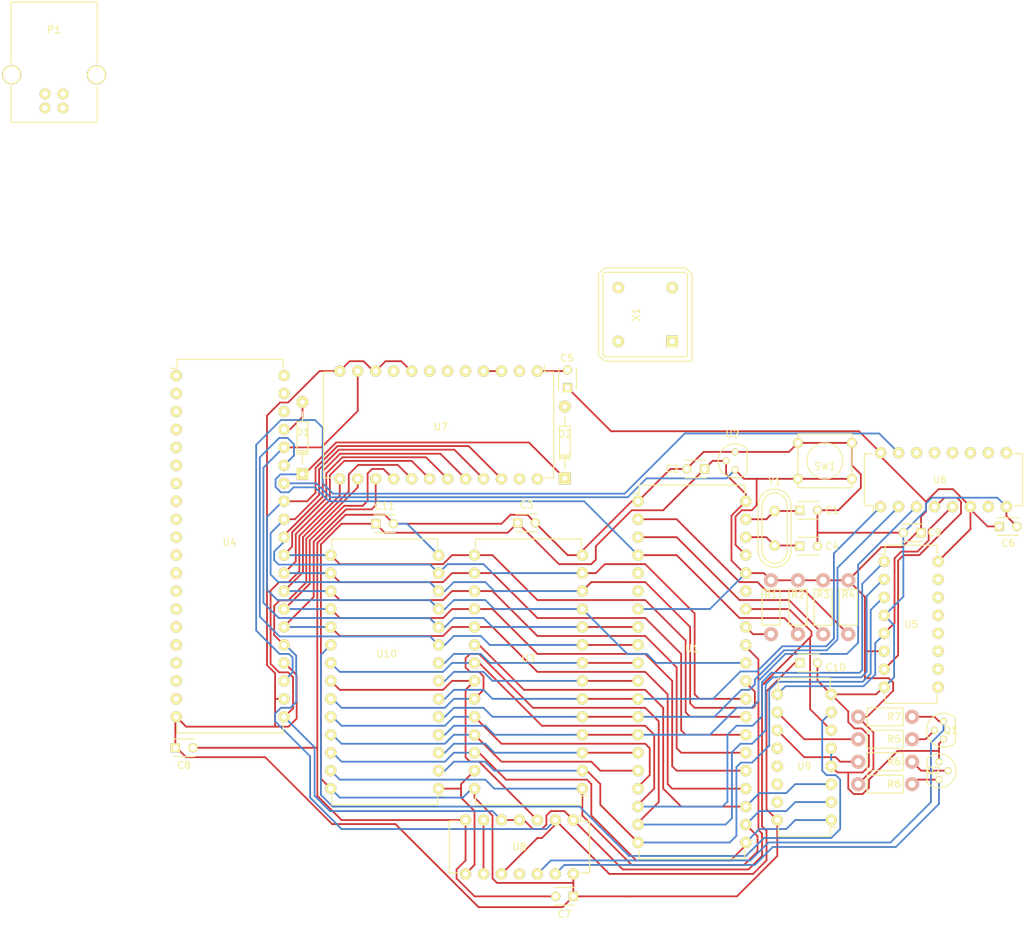
<source format=kicad_pcb>
(kicad_pcb (version 4) (host pcbnew 4.0.4-snap1-stable)

  (general
    (links 186)
    (no_connects 10)
    (area 0 0 0 0)
    (thickness 1.6)
    (drawings 0)
    (tracks 919)
    (zones 0)
    (modules 37)
    (nets 54)
  )

  (page A4)
  (layers
    (0 F.Cu signal)
    (31 B.Cu signal)
    (32 B.Adhes user)
    (33 F.Adhes user)
    (34 B.Paste user)
    (35 F.Paste user)
    (36 B.SilkS user)
    (37 F.SilkS user)
    (38 B.Mask user)
    (39 F.Mask user)
    (40 Dwgs.User user)
    (41 Cmts.User user)
    (42 Eco1.User user)
    (43 Eco2.User user)
    (44 Edge.Cuts user)
    (45 Margin user)
    (46 B.CrtYd user)
    (47 F.CrtYd user)
    (48 B.Fab user)
    (49 F.Fab user)
  )

  (setup
    (last_trace_width 0.25)
    (trace_clearance 0.2)
    (zone_clearance 0.508)
    (zone_45_only no)
    (trace_min 0.2)
    (segment_width 0.2)
    (edge_width 0.15)
    (via_size 0.6)
    (via_drill 0.4)
    (via_min_size 0.4)
    (via_min_drill 0.3)
    (uvia_size 0.3)
    (uvia_drill 0.1)
    (uvias_allowed no)
    (uvia_min_size 0.2)
    (uvia_min_drill 0.1)
    (pcb_text_width 0.3)
    (pcb_text_size 1.5 1.5)
    (mod_edge_width 0.15)
    (mod_text_size 1 1)
    (mod_text_width 0.15)
    (pad_size 1.524 1.524)
    (pad_drill 0.762)
    (pad_to_mask_clearance 0.2)
    (aux_axis_origin 0 0)
    (visible_elements FFFFFF7F)
    (pcbplotparams
      (layerselection 0x00030_80000001)
      (usegerberextensions false)
      (excludeedgelayer true)
      (linewidth 0.100000)
      (plotframeref false)
      (viasonmask false)
      (mode 1)
      (useauxorigin false)
      (hpglpennumber 1)
      (hpglpenspeed 20)
      (hpglpendiameter 15)
      (hpglpenoverlay 2)
      (psnegative false)
      (psa4output false)
      (plotreference true)
      (plotvalue true)
      (plotinvisibletext false)
      (padsonsilk false)
      (subtractmaskfromsilk false)
      (outputformat 1)
      (mirror false)
      (drillshape 1)
      (scaleselection 1)
      (outputdirectory ""))
  )

  (net 0 "")
  (net 1 VCC)
  (net 2 /A0)
  (net 3 /A1)
  (net 4 /A2)
  (net 5 /A3)
  (net 6 /A4)
  (net 7 /A5)
  (net 8 /A6)
  (net 9 /A7)
  (net 10 /A8)
  (net 11 /A9)
  (net 12 /A10)
  (net 13 /A11)
  (net 14 /A12)
  (net 15 /A13)
  (net 16 /A14)
  (net 17 /A15)
  (net 18 /D7)
  (net 19 /D6)
  (net 20 /D5)
  (net 21 /D4)
  (net 22 /D3)
  (net 23 /D2)
  (net 24 /D1)
  (net 25 /D0)
  (net 26 /R/~W)
  (net 27 /E)
  (net 28 /~R)
  (net 29 GND)
  (net 30 /~W)
  (net 31 "Net-(P1-Pad5)")
  (net 32 "Net-(C1-Pad1)")
  (net 33 "Net-(Q1-Pad2)")
  (net 34 "Net-(Q2-Pad2)")
  (net 35 /~RESET)
  (net 36 /~FIRQ)
  (net 37 /~IRQ)
  (net 38 /~NMI)
  (net 39 "Net-(C4-Pad1)")
  (net 40 "Net-(R1-Pad2)")
  (net 41 "Net-(U7-Pad3)")
  (net 42 "Net-(D1-Pad2)")
  (net 43 "Net-(D2-Pad2)")
  (net 44 /~P7)
  (net 45 /~ASYNC)
  (net 46 /~PIA)
  (net 47 "Net-(Q1-Pad3)")
  (net 48 "Net-(Q2-Pad3)")
  (net 49 "Net-(R5-Pad2)")
  (net 50 "Net-(R6-Pad2)")
  (net 51 /~IO)
  (net 52 "Net-(U8-Pad6)")
  (net 53 /~ROM)

  (net_class Default "This is the default net class."
    (clearance 0.2)
    (trace_width 0.25)
    (via_dia 0.6)
    (via_drill 0.4)
    (uvia_dia 0.3)
    (uvia_drill 0.1)
    (add_net /A0)
    (add_net /A1)
    (add_net /A10)
    (add_net /A11)
    (add_net /A12)
    (add_net /A13)
    (add_net /A14)
    (add_net /A15)
    (add_net /A2)
    (add_net /A3)
    (add_net /A4)
    (add_net /A5)
    (add_net /A6)
    (add_net /A7)
    (add_net /A8)
    (add_net /A9)
    (add_net /D0)
    (add_net /D1)
    (add_net /D2)
    (add_net /D3)
    (add_net /D4)
    (add_net /D5)
    (add_net /D6)
    (add_net /D7)
    (add_net /E)
    (add_net /R/~W)
    (add_net /~ASYNC)
    (add_net /~FIRQ)
    (add_net /~IO)
    (add_net /~IRQ)
    (add_net /~NMI)
    (add_net /~P7)
    (add_net /~PIA)
    (add_net /~R)
    (add_net /~RESET)
    (add_net /~ROM)
    (add_net /~W)
    (add_net GND)
    (add_net "Net-(C1-Pad1)")
    (add_net "Net-(C4-Pad1)")
    (add_net "Net-(D1-Pad2)")
    (add_net "Net-(D2-Pad2)")
    (add_net "Net-(P1-Pad5)")
    (add_net "Net-(Q1-Pad2)")
    (add_net "Net-(Q1-Pad3)")
    (add_net "Net-(Q2-Pad2)")
    (add_net "Net-(Q2-Pad3)")
    (add_net "Net-(R1-Pad2)")
    (add_net "Net-(R5-Pad2)")
    (add_net "Net-(R6-Pad2)")
    (add_net "Net-(U7-Pad3)")
    (add_net "Net-(U8-Pad6)")
    (add_net VCC)
  )

  (module Housings_DIP:DIP-24_W15.24mm (layer F.Cu) (tedit 5CCD4E95) (tstamp 5CC94ECE)
    (at 94.996 69.215 270)
    (descr "24-lead dip package, row spacing 15.24 mm (600 mils)")
    (tags "dil dip 2.54 600")
    (path /5CCD3BF8)
    (fp_text reference U7 (at 7.874 13.6525 360) (layer F.SilkS)
      (effects (font (size 1 1) (thickness 0.15)))
    )
    (fp_text value MC6850 (at 6.2865 13.6525 360) (layer F.Fab)
      (effects (font (size 1 1) (thickness 0.15)))
    )
    (fp_line (start -1.05 -2.45) (end -1.05 30.4) (layer F.CrtYd) (width 0.05))
    (fp_line (start 16.3 -2.45) (end 16.3 30.4) (layer F.CrtYd) (width 0.05))
    (fp_line (start -1.05 -2.45) (end 16.3 -2.45) (layer F.CrtYd) (width 0.05))
    (fp_line (start -1.05 30.4) (end 16.3 30.4) (layer F.CrtYd) (width 0.05))
    (fp_line (start 0.135 -2.295) (end 0.135 -1.025) (layer F.SilkS) (width 0.15))
    (fp_line (start 15.105 -2.295) (end 15.105 -1.025) (layer F.SilkS) (width 0.15))
    (fp_line (start 15.105 30.235) (end 15.105 28.965) (layer F.SilkS) (width 0.15))
    (fp_line (start 0.135 30.235) (end 0.135 28.965) (layer F.SilkS) (width 0.15))
    (fp_line (start 0.135 -2.295) (end 15.105 -2.295) (layer F.SilkS) (width 0.15))
    (fp_line (start 0.135 30.235) (end 15.105 30.235) (layer F.SilkS) (width 0.15))
    (fp_line (start 0.135 -1.025) (end -0.8 -1.025) (layer F.SilkS) (width 0.15))
    (pad 1 thru_hole oval (at 0 0 270) (size 1.6 1.6) (drill 0.8) (layers *.Cu *.Mask F.SilkS)
      (net 29 GND))
    (pad 2 thru_hole oval (at 0 2.54 270) (size 1.6 1.6) (drill 0.8) (layers *.Cu *.Mask F.SilkS))
    (pad 3 thru_hole oval (at 0 5.08 270) (size 1.6 1.6) (drill 0.8) (layers *.Cu *.Mask F.SilkS)
      (net 41 "Net-(U7-Pad3)"))
    (pad 4 thru_hole oval (at 0 7.62 270) (size 1.6 1.6) (drill 0.8) (layers *.Cu *.Mask F.SilkS)
      (net 41 "Net-(U7-Pad3)"))
    (pad 5 thru_hole oval (at 0 10.16 270) (size 1.6 1.6) (drill 0.8) (layers *.Cu *.Mask F.SilkS))
    (pad 6 thru_hole oval (at 0 12.7 270) (size 1.6 1.6) (drill 0.8) (layers *.Cu *.Mask F.SilkS))
    (pad 7 thru_hole oval (at 0 15.24 270) (size 1.6 1.6) (drill 0.8) (layers *.Cu *.Mask F.SilkS)
      (net 43 "Net-(D2-Pad2)"))
    (pad 8 thru_hole oval (at 0 17.78 270) (size 1.6 1.6) (drill 0.8) (layers *.Cu *.Mask F.SilkS)
      (net 1 VCC))
    (pad 9 thru_hole oval (at 0 20.32 270) (size 1.6 1.6) (drill 0.8) (layers *.Cu *.Mask F.SilkS)
      (net 45 /~ASYNC))
    (pad 10 thru_hole oval (at 0 22.86 270) (size 1.6 1.6) (drill 0.8) (layers *.Cu *.Mask F.SilkS)
      (net 1 VCC))
    (pad 11 thru_hole oval (at 0 25.4 270) (size 1.6 1.6) (drill 0.8) (layers *.Cu *.Mask F.SilkS)
      (net 2 /A0))
    (pad 12 thru_hole oval (at 0 27.94 270) (size 1.6 1.6) (drill 0.8) (layers *.Cu *.Mask F.SilkS)
      (net 1 VCC))
    (pad 13 thru_hole oval (at 15.24 27.94 270) (size 1.6 1.6) (drill 0.8) (layers *.Cu *.Mask F.SilkS)
      (net 26 /R/~W))
    (pad 14 thru_hole oval (at 15.24 25.4 270) (size 1.6 1.6) (drill 0.8) (layers *.Cu *.Mask F.SilkS)
      (net 27 /E))
    (pad 15 thru_hole oval (at 15.24 22.86 270) (size 1.6 1.6) (drill 0.8) (layers *.Cu *.Mask F.SilkS)
      (net 18 /D7))
    (pad 16 thru_hole oval (at 15.24 20.32 270) (size 1.6 1.6) (drill 0.8) (layers *.Cu *.Mask F.SilkS)
      (net 19 /D6))
    (pad 17 thru_hole oval (at 15.24 17.78 270) (size 1.6 1.6) (drill 0.8) (layers *.Cu *.Mask F.SilkS)
      (net 20 /D5))
    (pad 18 thru_hole oval (at 15.24 15.24 270) (size 1.6 1.6) (drill 0.8) (layers *.Cu *.Mask F.SilkS)
      (net 21 /D4))
    (pad 19 thru_hole oval (at 15.24 12.7 270) (size 1.6 1.6) (drill 0.8) (layers *.Cu *.Mask F.SilkS)
      (net 22 /D3))
    (pad 20 thru_hole oval (at 15.24 10.16 270) (size 1.6 1.6) (drill 0.8) (layers *.Cu *.Mask F.SilkS)
      (net 23 /D2))
    (pad 21 thru_hole oval (at 15.24 7.62 270) (size 1.6 1.6) (drill 0.8) (layers *.Cu *.Mask F.SilkS)
      (net 24 /D1))
    (pad 22 thru_hole oval (at 15.24 5.08 270) (size 1.6 1.6) (drill 0.8) (layers *.Cu *.Mask F.SilkS)
      (net 25 /D0))
    (pad 23 thru_hole oval (at 15.24 2.54 270) (size 1.6 1.6) (drill 0.8) (layers *.Cu *.Mask F.SilkS))
    (pad 24 thru_hole oval (at 15.24 0 270) (size 1.6 1.6) (drill 0.8) (layers *.Cu *.Mask F.SilkS))
    (model Housings_DIP.3dshapes/DIP-24_W15.24mm.wrl
      (at (xyz 0 0 0))
      (scale (xyz 1 1 1))
      (rotate (xyz 0 0 0))
    )
  )

  (module Housings_DIP:DIP-28_W15.24mm (layer F.Cu) (tedit 5CCBCD7F) (tstamp 5CCBCA11)
    (at 101.346 128.27 180)
    (descr "28-lead dip package, row spacing 15.24 mm (600 mils)")
    (tags "dil dip 2.54 600")
    (path /5CC9FA3A)
    (fp_text reference U3 (at 7.62 18.415 180) (layer F.SilkS)
      (effects (font (size 1 1) (thickness 0.15)))
    )
    (fp_text value HM62256BLP-7 (at 7.62 16.51 180) (layer F.Fab)
      (effects (font (size 1 1) (thickness 0.15)))
    )
    (fp_line (start -1.05 -2.45) (end -1.05 35.5) (layer F.CrtYd) (width 0.05))
    (fp_line (start 16.3 -2.45) (end 16.3 35.5) (layer F.CrtYd) (width 0.05))
    (fp_line (start -1.05 -2.45) (end 16.3 -2.45) (layer F.CrtYd) (width 0.05))
    (fp_line (start -1.05 35.5) (end 16.3 35.5) (layer F.CrtYd) (width 0.05))
    (fp_line (start 0.135 -2.295) (end 0.135 -1.025) (layer F.SilkS) (width 0.15))
    (fp_line (start 15.105 -2.295) (end 15.105 -1.025) (layer F.SilkS) (width 0.15))
    (fp_line (start 15.105 35.315) (end 15.105 34.045) (layer F.SilkS) (width 0.15))
    (fp_line (start 0.135 35.315) (end 0.135 34.045) (layer F.SilkS) (width 0.15))
    (fp_line (start 0.135 -2.295) (end 15.105 -2.295) (layer F.SilkS) (width 0.15))
    (fp_line (start 0.135 35.315) (end 15.105 35.315) (layer F.SilkS) (width 0.15))
    (fp_line (start 0.135 -1.025) (end -0.8 -1.025) (layer F.SilkS) (width 0.15))
    (pad 1 thru_hole oval (at 0 0 180) (size 1.6 1.6) (drill 0.8) (layers *.Cu *.Mask F.SilkS)
      (net 16 /A14))
    (pad 2 thru_hole oval (at 0 2.54 180) (size 1.6 1.6) (drill 0.8) (layers *.Cu *.Mask F.SilkS)
      (net 14 /A12))
    (pad 3 thru_hole oval (at 0 5.08 180) (size 1.6 1.6) (drill 0.8) (layers *.Cu *.Mask F.SilkS)
      (net 9 /A7))
    (pad 4 thru_hole oval (at 0 7.62 180) (size 1.6 1.6) (drill 0.8) (layers *.Cu *.Mask F.SilkS)
      (net 8 /A6))
    (pad 5 thru_hole oval (at 0 10.16 180) (size 1.6 1.6) (drill 0.8) (layers *.Cu *.Mask F.SilkS)
      (net 7 /A5))
    (pad 6 thru_hole oval (at 0 12.7 180) (size 1.6 1.6) (drill 0.8) (layers *.Cu *.Mask F.SilkS)
      (net 6 /A4))
    (pad 7 thru_hole oval (at 0 15.24 180) (size 1.6 1.6) (drill 0.8) (layers *.Cu *.Mask F.SilkS)
      (net 5 /A3))
    (pad 8 thru_hole oval (at 0 17.78 180) (size 1.6 1.6) (drill 0.8) (layers *.Cu *.Mask F.SilkS)
      (net 4 /A2))
    (pad 9 thru_hole oval (at 0 20.32 180) (size 1.6 1.6) (drill 0.8) (layers *.Cu *.Mask F.SilkS)
      (net 3 /A1))
    (pad 10 thru_hole oval (at 0 22.86 180) (size 1.6 1.6) (drill 0.8) (layers *.Cu *.Mask F.SilkS)
      (net 2 /A0))
    (pad 11 thru_hole oval (at 0 25.4 180) (size 1.6 1.6) (drill 0.8) (layers *.Cu *.Mask F.SilkS)
      (net 25 /D0))
    (pad 12 thru_hole oval (at 0 27.94 180) (size 1.6 1.6) (drill 0.8) (layers *.Cu *.Mask F.SilkS)
      (net 24 /D1))
    (pad 13 thru_hole oval (at 0 30.48 180) (size 1.6 1.6) (drill 0.8) (layers *.Cu *.Mask F.SilkS)
      (net 23 /D2))
    (pad 14 thru_hole oval (at 0 33.02 180) (size 1.6 1.6) (drill 0.8) (layers *.Cu *.Mask F.SilkS)
      (net 29 GND))
    (pad 15 thru_hole oval (at 15.24 33.02 180) (size 1.6 1.6) (drill 0.8) (layers *.Cu *.Mask F.SilkS)
      (net 22 /D3))
    (pad 16 thru_hole oval (at 15.24 30.48 180) (size 1.6 1.6) (drill 0.8) (layers *.Cu *.Mask F.SilkS)
      (net 21 /D4))
    (pad 17 thru_hole oval (at 15.24 27.94 180) (size 1.6 1.6) (drill 0.8) (layers *.Cu *.Mask F.SilkS)
      (net 20 /D5))
    (pad 18 thru_hole oval (at 15.24 25.4 180) (size 1.6 1.6) (drill 0.8) (layers *.Cu *.Mask F.SilkS)
      (net 19 /D6))
    (pad 19 thru_hole oval (at 15.24 22.86 180) (size 1.6 1.6) (drill 0.8) (layers *.Cu *.Mask F.SilkS)
      (net 18 /D7))
    (pad 20 thru_hole oval (at 15.24 20.32 180) (size 1.6 1.6) (drill 0.8) (layers *.Cu *.Mask F.SilkS)
      (net 17 /A15))
    (pad 21 thru_hole oval (at 15.24 17.78 180) (size 1.6 1.6) (drill 0.8) (layers *.Cu *.Mask F.SilkS)
      (net 12 /A10))
    (pad 22 thru_hole oval (at 15.24 15.24 180) (size 1.6 1.6) (drill 0.8) (layers *.Cu *.Mask F.SilkS)
      (net 28 /~R))
    (pad 23 thru_hole oval (at 15.24 12.7 180) (size 1.6 1.6) (drill 0.8) (layers *.Cu *.Mask F.SilkS)
      (net 13 /A11))
    (pad 24 thru_hole oval (at 15.24 10.16 180) (size 1.6 1.6) (drill 0.8) (layers *.Cu *.Mask F.SilkS)
      (net 11 /A9))
    (pad 25 thru_hole oval (at 15.24 7.62 180) (size 1.6 1.6) (drill 0.8) (layers *.Cu *.Mask F.SilkS)
      (net 10 /A8))
    (pad 26 thru_hole oval (at 15.24 5.08 180) (size 1.6 1.6) (drill 0.8) (layers *.Cu *.Mask F.SilkS)
      (net 15 /A13))
    (pad 27 thru_hole oval (at 15.24 2.54 180) (size 1.6 1.6) (drill 0.8) (layers *.Cu *.Mask F.SilkS)
      (net 30 /~W))
    (pad 28 thru_hole oval (at 15.24 0 180) (size 1.6 1.6) (drill 0.8) (layers *.Cu *.Mask F.SilkS)
      (net 1 VCC))
    (model Housings_DIP.3dshapes/DIP-28_W15.24mm.wrl
      (at (xyz 0 0 0))
      (scale (xyz 1 1 1))
      (rotate (xyz 0 0 0))
    )
  )

  (module Housings_DIP:DIP-14_W7.62mm (layer F.Cu) (tedit 5CCBCE06) (tstamp 5CCBCA30)
    (at 100.076 132.715 270)
    (descr "14-lead dip package, row spacing 7.62 mm (300 mils)")
    (tags "dil dip 2.54 300")
    (path /5CC910F2/5CD12802)
    (fp_text reference U8 (at 3.81 7.62 360) (layer F.SilkS)
      (effects (font (size 1 1) (thickness 0.15)))
    )
    (fp_text value 74LS00 (at 3.81 3.81 360) (layer F.Fab)
      (effects (font (size 1 1) (thickness 0.15)))
    )
    (fp_line (start -1.05 -2.45) (end -1.05 17.7) (layer F.CrtYd) (width 0.05))
    (fp_line (start 8.65 -2.45) (end 8.65 17.7) (layer F.CrtYd) (width 0.05))
    (fp_line (start -1.05 -2.45) (end 8.65 -2.45) (layer F.CrtYd) (width 0.05))
    (fp_line (start -1.05 17.7) (end 8.65 17.7) (layer F.CrtYd) (width 0.05))
    (fp_line (start 0.135 -2.295) (end 0.135 -1.025) (layer F.SilkS) (width 0.15))
    (fp_line (start 7.485 -2.295) (end 7.485 -1.025) (layer F.SilkS) (width 0.15))
    (fp_line (start 7.485 17.535) (end 7.485 16.265) (layer F.SilkS) (width 0.15))
    (fp_line (start 0.135 17.535) (end 0.135 16.265) (layer F.SilkS) (width 0.15))
    (fp_line (start 0.135 -2.295) (end 7.485 -2.295) (layer F.SilkS) (width 0.15))
    (fp_line (start 0.135 17.535) (end 7.485 17.535) (layer F.SilkS) (width 0.15))
    (fp_line (start 0.135 -1.025) (end -0.8 -1.025) (layer F.SilkS) (width 0.15))
    (pad 1 thru_hole oval (at 0 0 270) (size 1.6 1.6) (drill 0.8) (layers *.Cu *.Mask F.SilkS)
      (net 26 /R/~W))
    (pad 2 thru_hole oval (at 0 2.54 270) (size 1.6 1.6) (drill 0.8) (layers *.Cu *.Mask F.SilkS)
      (net 27 /E))
    (pad 3 thru_hole oval (at 0 5.08 270) (size 1.6 1.6) (drill 0.8) (layers *.Cu *.Mask F.SilkS)
      (net 28 /~R))
    (pad 4 thru_hole oval (at 0 7.62 270) (size 1.6 1.6) (drill 0.8) (layers *.Cu *.Mask F.SilkS)
      (net 26 /R/~W))
    (pad 5 thru_hole oval (at 0 10.16 270) (size 1.6 1.6) (drill 0.8) (layers *.Cu *.Mask F.SilkS)
      (net 26 /R/~W))
    (pad 6 thru_hole oval (at 0 12.7 270) (size 1.6 1.6) (drill 0.8) (layers *.Cu *.Mask F.SilkS)
      (net 52 "Net-(U8-Pad6)"))
    (pad 7 thru_hole oval (at 0 15.24 270) (size 1.6 1.6) (drill 0.8) (layers *.Cu *.Mask F.SilkS)
      (net 29 GND))
    (pad 8 thru_hole oval (at 7.62 15.24 270) (size 1.6 1.6) (drill 0.8) (layers *.Cu *.Mask F.SilkS)
      (net 30 /~W))
    (pad 9 thru_hole oval (at 7.62 12.7 270) (size 1.6 1.6) (drill 0.8) (layers *.Cu *.Mask F.SilkS)
      (net 52 "Net-(U8-Pad6)"))
    (pad 10 thru_hole oval (at 7.62 10.16 270) (size 1.6 1.6) (drill 0.8) (layers *.Cu *.Mask F.SilkS)
      (net 27 /E))
    (pad 11 thru_hole oval (at 7.62 7.62 270) (size 1.6 1.6) (drill 0.8) (layers *.Cu *.Mask F.SilkS))
    (pad 12 thru_hole oval (at 7.62 5.08 270) (size 1.6 1.6) (drill 0.8) (layers *.Cu *.Mask F.SilkS)
      (net 47 "Net-(Q1-Pad3)"))
    (pad 13 thru_hole oval (at 7.62 2.54 270) (size 1.6 1.6) (drill 0.8) (layers *.Cu *.Mask F.SilkS)
      (net 48 "Net-(Q2-Pad3)"))
    (pad 14 thru_hole oval (at 7.62 0 270) (size 1.6 1.6) (drill 0.8) (layers *.Cu *.Mask F.SilkS)
      (net 1 VCC))
    (model Housings_DIP.3dshapes/DIP-14_W7.62mm.wrl
      (at (xyz 0 0 0))
      (scale (xyz 1 1 1))
      (rotate (xyz 0 0 0))
    )
  )

  (module Housings_DIP:DIP-16_W7.62mm (layer F.Cu) (tedit 5CCA85B7) (tstamp 5CC94EA7)
    (at 143.51 88.392 90)
    (descr "16-lead dip package, row spacing 7.62 mm (300 mils)")
    (tags "dil dip 2.54 300")
    (path /5CCC9744)
    (fp_text reference U6 (at 3.81 8.382 180) (layer F.SilkS)
      (effects (font (size 1 1) (thickness 0.15)))
    )
    (fp_text value 74LS138 (at 3.81 14.224 180) (layer F.Fab)
      (effects (font (size 1 1) (thickness 0.15)))
    )
    (fp_line (start -1.05 -2.45) (end -1.05 20.25) (layer F.CrtYd) (width 0.05))
    (fp_line (start 8.65 -2.45) (end 8.65 20.25) (layer F.CrtYd) (width 0.05))
    (fp_line (start -1.05 -2.45) (end 8.65 -2.45) (layer F.CrtYd) (width 0.05))
    (fp_line (start -1.05 20.25) (end 8.65 20.25) (layer F.CrtYd) (width 0.05))
    (fp_line (start 0.135 -2.295) (end 0.135 -1.025) (layer F.SilkS) (width 0.15))
    (fp_line (start 7.485 -2.295) (end 7.485 -1.025) (layer F.SilkS) (width 0.15))
    (fp_line (start 7.485 20.075) (end 7.485 18.805) (layer F.SilkS) (width 0.15))
    (fp_line (start 0.135 20.075) (end 0.135 18.805) (layer F.SilkS) (width 0.15))
    (fp_line (start 0.135 -2.295) (end 7.485 -2.295) (layer F.SilkS) (width 0.15))
    (fp_line (start 0.135 20.075) (end 7.485 20.075) (layer F.SilkS) (width 0.15))
    (fp_line (start 0.135 -1.025) (end -0.8 -1.025) (layer F.SilkS) (width 0.15))
    (pad 1 thru_hole oval (at 0 0 90) (size 1.6 1.6) (drill 0.8) (layers *.Cu *.Mask F.SilkS)
      (net 6 /A4))
    (pad 2 thru_hole oval (at 0 2.54 90) (size 1.6 1.6) (drill 0.8) (layers *.Cu *.Mask F.SilkS)
      (net 7 /A5))
    (pad 3 thru_hole oval (at 0 5.08 90) (size 1.6 1.6) (drill 0.8) (layers *.Cu *.Mask F.SilkS)
      (net 8 /A6))
    (pad 4 thru_hole oval (at 0 7.62 90) (size 1.6 1.6) (drill 0.8) (layers *.Cu *.Mask F.SilkS)
      (net 44 /~P7))
    (pad 5 thru_hole oval (at 0 10.16 90) (size 1.6 1.6) (drill 0.8) (layers *.Cu *.Mask F.SilkS)
      (net 51 /~IO))
    (pad 6 thru_hole oval (at 0 12.7 90) (size 1.6 1.6) (drill 0.8) (layers *.Cu *.Mask F.SilkS)
      (net 1 VCC))
    (pad 7 thru_hole oval (at 0 15.24 90) (size 1.6 1.6) (drill 0.8) (layers *.Cu *.Mask F.SilkS))
    (pad 8 thru_hole oval (at 0 17.78 90) (size 1.6 1.6) (drill 0.8) (layers *.Cu *.Mask F.SilkS)
      (net 29 GND))
    (pad 9 thru_hole oval (at 7.62 17.78 90) (size 1.6 1.6) (drill 0.8) (layers *.Cu *.Mask F.SilkS))
    (pad 10 thru_hole oval (at 7.62 15.24 90) (size 1.6 1.6) (drill 0.8) (layers *.Cu *.Mask F.SilkS))
    (pad 11 thru_hole oval (at 7.62 12.7 90) (size 1.6 1.6) (drill 0.8) (layers *.Cu *.Mask F.SilkS))
    (pad 12 thru_hole oval (at 7.62 10.16 90) (size 1.6 1.6) (drill 0.8) (layers *.Cu *.Mask F.SilkS))
    (pad 13 thru_hole oval (at 7.62 7.62 90) (size 1.6 1.6) (drill 0.8) (layers *.Cu *.Mask F.SilkS))
    (pad 14 thru_hole oval (at 7.62 5.08 90) (size 1.6 1.6) (drill 0.8) (layers *.Cu *.Mask F.SilkS)
      (net 45 /~ASYNC))
    (pad 15 thru_hole oval (at 7.62 2.54 90) (size 1.6 1.6) (drill 0.8) (layers *.Cu *.Mask F.SilkS)
      (net 46 /~PIA))
    (pad 16 thru_hole oval (at 7.62 0 90) (size 1.6 1.6) (drill 0.8) (layers *.Cu *.Mask F.SilkS)
      (net 1 VCC))
    (model Housings_DIP.3dshapes/DIP-16_W7.62mm.wrl
      (at (xyz 0 0 0))
      (scale (xyz 1 1 1))
      (rotate (xyz 0 0 0))
    )
  )

  (module Capacitors_ThroughHole:C_Disc_D3_P2.5 (layer F.Cu) (tedit 5CCA88E2) (tstamp 5CC9120C)
    (at 132.08 88.9)
    (descr "Capacitor 3mm Disc, Pitch 2.5mm")
    (tags Capacitor)
    (path /5CC9D51A)
    (fp_text reference C1 (at 4.572 0) (layer F.SilkS)
      (effects (font (size 1 1) (thickness 0.15)))
    )
    (fp_text value 15p (at 5.08 -1.524) (layer F.Fab)
      (effects (font (size 1 1) (thickness 0.15)))
    )
    (fp_line (start -0.9 -1.5) (end 3.4 -1.5) (layer F.CrtYd) (width 0.05))
    (fp_line (start 3.4 -1.5) (end 3.4 1.5) (layer F.CrtYd) (width 0.05))
    (fp_line (start 3.4 1.5) (end -0.9 1.5) (layer F.CrtYd) (width 0.05))
    (fp_line (start -0.9 1.5) (end -0.9 -1.5) (layer F.CrtYd) (width 0.05))
    (fp_line (start -0.25 -1.25) (end 2.75 -1.25) (layer F.SilkS) (width 0.15))
    (fp_line (start 2.75 1.25) (end -0.25 1.25) (layer F.SilkS) (width 0.15))
    (pad 1 thru_hole rect (at 0 0) (size 1.3 1.3) (drill 0.8) (layers *.Cu *.Mask F.SilkS)
      (net 32 "Net-(C1-Pad1)"))
    (pad 2 thru_hole circle (at 2.5 0) (size 1.3 1.3) (drill 0.8001) (layers *.Cu *.Mask F.SilkS)
      (net 29 GND))
    (model Capacitors_ThroughHole.3dshapes/C_Disc_D3_P2.5.wrl
      (at (xyz 0.0492126 0 0))
      (scale (xyz 1 1 1))
      (rotate (xyz 0 0 0))
    )
  )

  (module Capacitors_ThroughHole:C_Disc_D3_P2.5 (layer F.Cu) (tedit 5CCA88CE) (tstamp 5CC91212)
    (at 118.618 83.058 180)
    (descr "Capacitor 3mm Disc, Pitch 2.5mm")
    (tags Capacitor)
    (path /5CC93538)
    (fp_text reference C2 (at 4.572 0 180) (layer F.SilkS)
      (effects (font (size 1 1) (thickness 0.15)))
    )
    (fp_text value .1u (at 4.826 1.524 180) (layer F.Fab)
      (effects (font (size 1 1) (thickness 0.15)))
    )
    (fp_line (start -0.9 -1.5) (end 3.4 -1.5) (layer F.CrtYd) (width 0.05))
    (fp_line (start 3.4 -1.5) (end 3.4 1.5) (layer F.CrtYd) (width 0.05))
    (fp_line (start 3.4 1.5) (end -0.9 1.5) (layer F.CrtYd) (width 0.05))
    (fp_line (start -0.9 1.5) (end -0.9 -1.5) (layer F.CrtYd) (width 0.05))
    (fp_line (start -0.25 -1.25) (end 2.75 -1.25) (layer F.SilkS) (width 0.15))
    (fp_line (start 2.75 1.25) (end -0.25 1.25) (layer F.SilkS) (width 0.15))
    (pad 1 thru_hole rect (at 0 0 180) (size 1.3 1.3) (drill 0.8) (layers *.Cu *.Mask F.SilkS)
      (net 1 VCC))
    (pad 2 thru_hole circle (at 2.5 0 180) (size 1.3 1.3) (drill 0.8001) (layers *.Cu *.Mask F.SilkS)
      (net 29 GND))
    (model Capacitors_ThroughHole.3dshapes/C_Disc_D3_P2.5.wrl
      (at (xyz 0.0492126 0 0))
      (scale (xyz 1 1 1))
      (rotate (xyz 0 0 0))
    )
  )

  (module Housings_DIP:DIP-40_W15.24mm (layer F.Cu) (tedit 5CCA5DFB) (tstamp 5CC91249)
    (at 109.22 87.63)
    (descr "40-lead dip package, row spacing 15.24 mm (600 mils)")
    (tags "dil dip 2.54 600")
    (path /5CC905A9)
    (fp_text reference U1 (at 7.62 20.828) (layer F.SilkS)
      (effects (font (size 1 1) (thickness 0.15)))
    )
    (fp_text value MC6809 (at 7.874 23.114) (layer F.Fab)
      (effects (font (size 1 1) (thickness 0.15)))
    )
    (fp_line (start -1.05 -2.45) (end -1.05 50.75) (layer F.CrtYd) (width 0.05))
    (fp_line (start 16.3 -2.45) (end 16.3 50.75) (layer F.CrtYd) (width 0.05))
    (fp_line (start -1.05 -2.45) (end 16.3 -2.45) (layer F.CrtYd) (width 0.05))
    (fp_line (start -1.05 50.75) (end 16.3 50.75) (layer F.CrtYd) (width 0.05))
    (fp_line (start 0.135 -2.295) (end 0.135 -1.025) (layer F.SilkS) (width 0.15))
    (fp_line (start 15.105 -2.295) (end 15.105 -1.025) (layer F.SilkS) (width 0.15))
    (fp_line (start 15.105 50.555) (end 15.105 49.285) (layer F.SilkS) (width 0.15))
    (fp_line (start 0.135 50.555) (end 0.135 49.285) (layer F.SilkS) (width 0.15))
    (fp_line (start 0.135 -2.295) (end 15.105 -2.295) (layer F.SilkS) (width 0.15))
    (fp_line (start 0.135 50.555) (end 15.105 50.555) (layer F.SilkS) (width 0.15))
    (fp_line (start 0.135 -1.025) (end -0.8 -1.025) (layer F.SilkS) (width 0.15))
    (pad 1 thru_hole oval (at 0 0) (size 1.6 1.6) (drill 0.8) (layers *.Cu *.Mask F.SilkS)
      (net 29 GND))
    (pad 2 thru_hole oval (at 0 2.54) (size 1.6 1.6) (drill 0.8) (layers *.Cu *.Mask F.SilkS)
      (net 38 /~NMI))
    (pad 3 thru_hole oval (at 0 5.08) (size 1.6 1.6) (drill 0.8) (layers *.Cu *.Mask F.SilkS)
      (net 37 /~IRQ))
    (pad 4 thru_hole oval (at 0 7.62) (size 1.6 1.6) (drill 0.8) (layers *.Cu *.Mask F.SilkS)
      (net 36 /~FIRQ))
    (pad 5 thru_hole oval (at 0 10.16) (size 1.6 1.6) (drill 0.8) (layers *.Cu *.Mask F.SilkS))
    (pad 6 thru_hole oval (at 0 12.7) (size 1.6 1.6) (drill 0.8) (layers *.Cu *.Mask F.SilkS))
    (pad 7 thru_hole oval (at 0 15.24) (size 1.6 1.6) (drill 0.8) (layers *.Cu *.Mask F.SilkS)
      (net 1 VCC))
    (pad 8 thru_hole oval (at 0 17.78) (size 1.6 1.6) (drill 0.8) (layers *.Cu *.Mask F.SilkS)
      (net 2 /A0))
    (pad 9 thru_hole oval (at 0 20.32) (size 1.6 1.6) (drill 0.8) (layers *.Cu *.Mask F.SilkS)
      (net 3 /A1))
    (pad 10 thru_hole oval (at 0 22.86) (size 1.6 1.6) (drill 0.8) (layers *.Cu *.Mask F.SilkS)
      (net 4 /A2))
    (pad 11 thru_hole oval (at 0 25.4) (size 1.6 1.6) (drill 0.8) (layers *.Cu *.Mask F.SilkS)
      (net 5 /A3))
    (pad 12 thru_hole oval (at 0 27.94) (size 1.6 1.6) (drill 0.8) (layers *.Cu *.Mask F.SilkS)
      (net 6 /A4))
    (pad 13 thru_hole oval (at 0 30.48) (size 1.6 1.6) (drill 0.8) (layers *.Cu *.Mask F.SilkS)
      (net 7 /A5))
    (pad 14 thru_hole oval (at 0 33.02) (size 1.6 1.6) (drill 0.8) (layers *.Cu *.Mask F.SilkS)
      (net 8 /A6))
    (pad 15 thru_hole oval (at 0 35.56) (size 1.6 1.6) (drill 0.8) (layers *.Cu *.Mask F.SilkS)
      (net 9 /A7))
    (pad 16 thru_hole oval (at 0 38.1) (size 1.6 1.6) (drill 0.8) (layers *.Cu *.Mask F.SilkS)
      (net 10 /A8))
    (pad 17 thru_hole oval (at 0 40.64) (size 1.6 1.6) (drill 0.8) (layers *.Cu *.Mask F.SilkS)
      (net 11 /A9))
    (pad 18 thru_hole oval (at 0 43.18) (size 1.6 1.6) (drill 0.8) (layers *.Cu *.Mask F.SilkS)
      (net 12 /A10))
    (pad 19 thru_hole oval (at 0 45.72) (size 1.6 1.6) (drill 0.8) (layers *.Cu *.Mask F.SilkS)
      (net 13 /A11))
    (pad 20 thru_hole oval (at 0 48.26) (size 1.6 1.6) (drill 0.8) (layers *.Cu *.Mask F.SilkS)
      (net 14 /A12))
    (pad 21 thru_hole oval (at 15.24 48.26) (size 1.6 1.6) (drill 0.8) (layers *.Cu *.Mask F.SilkS)
      (net 15 /A13))
    (pad 22 thru_hole oval (at 15.24 45.72) (size 1.6 1.6) (drill 0.8) (layers *.Cu *.Mask F.SilkS)
      (net 16 /A14))
    (pad 23 thru_hole oval (at 15.24 43.18) (size 1.6 1.6) (drill 0.8) (layers *.Cu *.Mask F.SilkS)
      (net 17 /A15))
    (pad 24 thru_hole oval (at 15.24 40.64) (size 1.6 1.6) (drill 0.8) (layers *.Cu *.Mask F.SilkS)
      (net 18 /D7))
    (pad 25 thru_hole oval (at 15.24 38.1) (size 1.6 1.6) (drill 0.8) (layers *.Cu *.Mask F.SilkS)
      (net 19 /D6))
    (pad 26 thru_hole oval (at 15.24 35.56) (size 1.6 1.6) (drill 0.8) (layers *.Cu *.Mask F.SilkS)
      (net 20 /D5))
    (pad 27 thru_hole oval (at 15.24 33.02) (size 1.6 1.6) (drill 0.8) (layers *.Cu *.Mask F.SilkS)
      (net 21 /D4))
    (pad 28 thru_hole oval (at 15.24 30.48) (size 1.6 1.6) (drill 0.8) (layers *.Cu *.Mask F.SilkS)
      (net 22 /D3))
    (pad 29 thru_hole oval (at 15.24 27.94) (size 1.6 1.6) (drill 0.8) (layers *.Cu *.Mask F.SilkS)
      (net 23 /D2))
    (pad 30 thru_hole oval (at 15.24 25.4) (size 1.6 1.6) (drill 0.8) (layers *.Cu *.Mask F.SilkS)
      (net 24 /D1))
    (pad 31 thru_hole oval (at 15.24 22.86) (size 1.6 1.6) (drill 0.8) (layers *.Cu *.Mask F.SilkS)
      (net 25 /D0))
    (pad 32 thru_hole oval (at 15.24 20.32) (size 1.6 1.6) (drill 0.8) (layers *.Cu *.Mask F.SilkS)
      (net 26 /R/~W))
    (pad 33 thru_hole oval (at 15.24 17.78) (size 1.6 1.6) (drill 0.8) (layers *.Cu *.Mask F.SilkS)
      (net 40 "Net-(R1-Pad2)"))
    (pad 34 thru_hole oval (at 15.24 15.24) (size 1.6 1.6) (drill 0.8) (layers *.Cu *.Mask F.SilkS)
      (net 27 /E))
    (pad 35 thru_hole oval (at 15.24 12.7) (size 1.6 1.6) (drill 0.8) (layers *.Cu *.Mask F.SilkS))
    (pad 36 thru_hole oval (at 15.24 10.16) (size 1.6 1.6) (drill 0.8) (layers *.Cu *.Mask F.SilkS)
      (net 1 VCC))
    (pad 37 thru_hole oval (at 15.24 7.62) (size 1.6 1.6) (drill 0.8) (layers *.Cu *.Mask F.SilkS)
      (net 35 /~RESET))
    (pad 38 thru_hole oval (at 15.24 5.08) (size 1.6 1.6) (drill 0.8) (layers *.Cu *.Mask F.SilkS)
      (net 39 "Net-(C4-Pad1)"))
    (pad 39 thru_hole oval (at 15.24 2.54) (size 1.6 1.6) (drill 0.8) (layers *.Cu *.Mask F.SilkS)
      (net 32 "Net-(C1-Pad1)"))
    (pad 40 thru_hole oval (at 15.24 0) (size 1.6 1.6) (drill 0.8) (layers *.Cu *.Mask F.SilkS)
      (net 1 VCC))
    (model Housings_DIP.3dshapes/DIP-40_W15.24mm.wrl
      (at (xyz 0 0 0))
      (scale (xyz 1 1 1))
      (rotate (xyz 0 0 0))
    )
  )

  (module Connect:USB_B (layer F.Cu) (tedit 55B36073) (tstamp 5CC91982)
    (at 25.4 32.004 90)
    (descr "USB B connector")
    (tags "USB_B USB_DEV")
    (path /5CC98128)
    (fp_text reference P1 (at 11.049 1.27 180) (layer F.SilkS)
      (effects (font (size 1 1) (thickness 0.15)))
    )
    (fp_text value USB_B (at 4.699 1.27 180) (layer F.Fab)
      (effects (font (size 1 1) (thickness 0.15)))
    )
    (fp_line (start 15.25 8.9) (end -2.3 8.9) (layer F.CrtYd) (width 0.05))
    (fp_line (start -2.3 8.9) (end -2.3 -6.35) (layer F.CrtYd) (width 0.05))
    (fp_line (start -2.3 -6.35) (end 15.25 -6.35) (layer F.CrtYd) (width 0.05))
    (fp_line (start 15.25 -6.35) (end 15.25 8.9) (layer F.CrtYd) (width 0.05))
    (fp_line (start 6.35 7.366) (end 14.986 7.366) (layer F.SilkS) (width 0.15))
    (fp_line (start -2.032 7.366) (end 3.048 7.366) (layer F.SilkS) (width 0.15))
    (fp_line (start 6.35 -4.826) (end 14.986 -4.826) (layer F.SilkS) (width 0.15))
    (fp_line (start -2.032 -4.826) (end 3.048 -4.826) (layer F.SilkS) (width 0.15))
    (fp_line (start 14.986 -4.826) (end 14.986 7.366) (layer F.SilkS) (width 0.15))
    (fp_line (start -2.032 7.366) (end -2.032 -4.826) (layer F.SilkS) (width 0.15))
    (pad 2 thru_hole circle (at 0 2.54) (size 1.524 1.524) (drill 0.8128) (layers *.Cu *.Mask F.SilkS))
    (pad 1 thru_hole circle (at 0 0) (size 1.524 1.524) (drill 0.8128) (layers *.Cu *.Mask F.SilkS)
      (net 1 VCC))
    (pad 4 thru_hole circle (at 1.99898 0) (size 1.524 1.524) (drill 0.8128) (layers *.Cu *.Mask F.SilkS)
      (net 29 GND))
    (pad 3 thru_hole circle (at 1.99898 2.54) (size 1.524 1.524) (drill 0.8128) (layers *.Cu *.Mask F.SilkS))
    (pad 5 thru_hole circle (at 4.699 7.26948) (size 2.70002 2.70002) (drill 2.30124) (layers *.Cu *.Mask F.SilkS)
      (net 31 "Net-(P1-Pad5)"))
    (pad 5 thru_hole circle (at 4.699 -4.72948) (size 2.70002 2.70002) (drill 2.30124) (layers *.Cu *.Mask F.SilkS)
      (net 31 "Net-(P1-Pad5)"))
    (model Connect.3dshapes/USB_B.wrl
      (at (xyz 0.185 -0.05 0.001))
      (scale (xyz 0.3937 0.3937 0.3937))
      (rotate (xyz 0 0 -90))
    )
  )

  (module Capacitors_ThroughHole:C_Disc_D3_P2.5 (layer F.Cu) (tedit 5CCD39C1) (tstamp 5CC92121)
    (at 92.202 90.678)
    (descr "Capacitor 3mm Disc, Pitch 2.5mm")
    (tags Capacitor)
    (path /5CC93996)
    (fp_text reference C3 (at 1.27 -2.54) (layer F.SilkS)
      (effects (font (size 1 1) (thickness 0.15)))
    )
    (fp_text value .1u (at 3.3655 -2.54) (layer F.Fab)
      (effects (font (size 1 1) (thickness 0.15)))
    )
    (fp_line (start -0.9 -1.5) (end 3.4 -1.5) (layer F.CrtYd) (width 0.05))
    (fp_line (start 3.4 -1.5) (end 3.4 1.5) (layer F.CrtYd) (width 0.05))
    (fp_line (start 3.4 1.5) (end -0.9 1.5) (layer F.CrtYd) (width 0.05))
    (fp_line (start -0.9 1.5) (end -0.9 -1.5) (layer F.CrtYd) (width 0.05))
    (fp_line (start -0.25 -1.25) (end 2.75 -1.25) (layer F.SilkS) (width 0.15))
    (fp_line (start 2.75 1.25) (end -0.25 1.25) (layer F.SilkS) (width 0.15))
    (pad 1 thru_hole rect (at 0 0) (size 1.3 1.3) (drill 0.8) (layers *.Cu *.Mask F.SilkS)
      (net 1 VCC))
    (pad 2 thru_hole circle (at 2.5 0) (size 1.3 1.3) (drill 0.8001) (layers *.Cu *.Mask F.SilkS)
      (net 29 GND))
    (model Capacitors_ThroughHole.3dshapes/C_Disc_D3_P2.5.wrl
      (at (xyz 0.0492126 0 0))
      (scale (xyz 1 1 1))
      (rotate (xyz 0 0 0))
    )
  )

  (module Capacitors_ThroughHole:C_Disc_D3_P2.5 (layer F.Cu) (tedit 5CCA88EA) (tstamp 5CC92127)
    (at 132.08 93.98)
    (descr "Capacitor 3mm Disc, Pitch 2.5mm")
    (tags Capacitor)
    (path /5CC9D3DC)
    (fp_text reference C4 (at 4.572 0) (layer F.SilkS)
      (effects (font (size 1 1) (thickness 0.15)))
    )
    (fp_text value 15p (at 5.08 -1.524) (layer F.Fab)
      (effects (font (size 1 1) (thickness 0.15)))
    )
    (fp_line (start -0.9 -1.5) (end 3.4 -1.5) (layer F.CrtYd) (width 0.05))
    (fp_line (start 3.4 -1.5) (end 3.4 1.5) (layer F.CrtYd) (width 0.05))
    (fp_line (start 3.4 1.5) (end -0.9 1.5) (layer F.CrtYd) (width 0.05))
    (fp_line (start -0.9 1.5) (end -0.9 -1.5) (layer F.CrtYd) (width 0.05))
    (fp_line (start -0.25 -1.25) (end 2.75 -1.25) (layer F.SilkS) (width 0.15))
    (fp_line (start 2.75 1.25) (end -0.25 1.25) (layer F.SilkS) (width 0.15))
    (pad 1 thru_hole rect (at 0 0) (size 1.3 1.3) (drill 0.8) (layers *.Cu *.Mask F.SilkS)
      (net 39 "Net-(C4-Pad1)"))
    (pad 2 thru_hole circle (at 2.5 0) (size 1.3 1.3) (drill 0.8001) (layers *.Cu *.Mask F.SilkS)
      (net 29 GND))
    (model Capacitors_ThroughHole.3dshapes/C_Disc_D3_P2.5.wrl
      (at (xyz 0.0492126 0 0))
      (scale (xyz 1 1 1))
      (rotate (xyz 0 0 0))
    )
  )

  (module Crystals:Crystal_HC49-U_Vertical (layer F.Cu) (tedit 5CCA88DC) (tstamp 5CC92158)
    (at 128.524 91.44 270)
    (descr "Crystal Quarz HC49/U vertical stehend")
    (tags "Crystal Quarz HC49/U vertical stehend")
    (path /5CC9D1A3)
    (fp_text reference Y1 (at -6.604 0 360) (layer F.SilkS)
      (effects (font (size 1 1) (thickness 0.15)))
    )
    (fp_text value Crystal (at -8.382 0 360) (layer F.Fab)
      (effects (font (size 1 1) (thickness 0.15)))
    )
    (fp_line (start 4.699 -1.00076) (end 4.89966 -0.59944) (layer F.SilkS) (width 0.15))
    (fp_line (start 4.89966 -0.59944) (end 5.00126 0) (layer F.SilkS) (width 0.15))
    (fp_line (start 5.00126 0) (end 4.89966 0.50038) (layer F.SilkS) (width 0.15))
    (fp_line (start 4.89966 0.50038) (end 4.50088 1.19888) (layer F.SilkS) (width 0.15))
    (fp_line (start 4.50088 1.19888) (end 3.8989 1.6002) (layer F.SilkS) (width 0.15))
    (fp_line (start 3.8989 1.6002) (end 3.29946 1.80086) (layer F.SilkS) (width 0.15))
    (fp_line (start 3.29946 1.80086) (end -3.29946 1.80086) (layer F.SilkS) (width 0.15))
    (fp_line (start -3.29946 1.80086) (end -4.0005 1.6002) (layer F.SilkS) (width 0.15))
    (fp_line (start -4.0005 1.6002) (end -4.39928 1.30048) (layer F.SilkS) (width 0.15))
    (fp_line (start -4.39928 1.30048) (end -4.8006 0.8001) (layer F.SilkS) (width 0.15))
    (fp_line (start -4.8006 0.8001) (end -5.00126 0.20066) (layer F.SilkS) (width 0.15))
    (fp_line (start -5.00126 0.20066) (end -5.00126 -0.29972) (layer F.SilkS) (width 0.15))
    (fp_line (start -5.00126 -0.29972) (end -4.8006 -0.8001) (layer F.SilkS) (width 0.15))
    (fp_line (start -4.8006 -0.8001) (end -4.30022 -1.39954) (layer F.SilkS) (width 0.15))
    (fp_line (start -4.30022 -1.39954) (end -3.79984 -1.69926) (layer F.SilkS) (width 0.15))
    (fp_line (start -3.79984 -1.69926) (end -3.29946 -1.80086) (layer F.SilkS) (width 0.15))
    (fp_line (start -3.2004 -1.80086) (end 3.40106 -1.80086) (layer F.SilkS) (width 0.15))
    (fp_line (start 3.40106 -1.80086) (end 3.79984 -1.69926) (layer F.SilkS) (width 0.15))
    (fp_line (start 3.79984 -1.69926) (end 4.30022 -1.39954) (layer F.SilkS) (width 0.15))
    (fp_line (start 4.30022 -1.39954) (end 4.8006 -0.89916) (layer F.SilkS) (width 0.15))
    (fp_line (start -3.19024 -2.32918) (end -3.64998 -2.28092) (layer F.SilkS) (width 0.15))
    (fp_line (start -3.64998 -2.28092) (end -4.04876 -2.16916) (layer F.SilkS) (width 0.15))
    (fp_line (start -4.04876 -2.16916) (end -4.48056 -1.95072) (layer F.SilkS) (width 0.15))
    (fp_line (start -4.48056 -1.95072) (end -4.77012 -1.71958) (layer F.SilkS) (width 0.15))
    (fp_line (start -4.77012 -1.71958) (end -5.10032 -1.36906) (layer F.SilkS) (width 0.15))
    (fp_line (start -5.10032 -1.36906) (end -5.38988 -0.83058) (layer F.SilkS) (width 0.15))
    (fp_line (start -5.38988 -0.83058) (end -5.51942 -0.23114) (layer F.SilkS) (width 0.15))
    (fp_line (start -5.51942 -0.23114) (end -5.51942 0.2794) (layer F.SilkS) (width 0.15))
    (fp_line (start -5.51942 0.2794) (end -5.34924 0.98044) (layer F.SilkS) (width 0.15))
    (fp_line (start -5.34924 0.98044) (end -4.95046 1.56972) (layer F.SilkS) (width 0.15))
    (fp_line (start -4.95046 1.56972) (end -4.49072 1.94056) (layer F.SilkS) (width 0.15))
    (fp_line (start -4.49072 1.94056) (end -4.06908 2.14884) (layer F.SilkS) (width 0.15))
    (fp_line (start -4.06908 2.14884) (end -3.6195 2.30886) (layer F.SilkS) (width 0.15))
    (fp_line (start -3.6195 2.30886) (end -3.18008 2.33934) (layer F.SilkS) (width 0.15))
    (fp_line (start 4.16052 2.1209) (end 4.53898 1.89992) (layer F.SilkS) (width 0.15))
    (fp_line (start 4.53898 1.89992) (end 4.85902 1.62052) (layer F.SilkS) (width 0.15))
    (fp_line (start 4.85902 1.62052) (end 5.11048 1.29032) (layer F.SilkS) (width 0.15))
    (fp_line (start 5.11048 1.29032) (end 5.4102 0.73914) (layer F.SilkS) (width 0.15))
    (fp_line (start 5.4102 0.73914) (end 5.51942 0.26924) (layer F.SilkS) (width 0.15))
    (fp_line (start 5.51942 0.26924) (end 5.53974 -0.1905) (layer F.SilkS) (width 0.15))
    (fp_line (start 5.53974 -0.1905) (end 5.45084 -0.65024) (layer F.SilkS) (width 0.15))
    (fp_line (start 5.45084 -0.65024) (end 5.26034 -1.09982) (layer F.SilkS) (width 0.15))
    (fp_line (start 5.26034 -1.09982) (end 4.89966 -1.56972) (layer F.SilkS) (width 0.15))
    (fp_line (start 4.89966 -1.56972) (end 4.54914 -1.88976) (layer F.SilkS) (width 0.15))
    (fp_line (start 4.54914 -1.88976) (end 4.16052 -2.1209) (layer F.SilkS) (width 0.15))
    (fp_line (start 4.16052 -2.1209) (end 3.73126 -2.2606) (layer F.SilkS) (width 0.15))
    (fp_line (start 3.73126 -2.2606) (end 3.2893 -2.32918) (layer F.SilkS) (width 0.15))
    (fp_line (start -3.2004 2.32918) (end 3.2512 2.32918) (layer F.SilkS) (width 0.15))
    (fp_line (start 3.2512 2.32918) (end 3.6703 2.29108) (layer F.SilkS) (width 0.15))
    (fp_line (start 3.6703 2.29108) (end 4.16052 2.1209) (layer F.SilkS) (width 0.15))
    (fp_line (start -3.2004 -2.32918) (end 3.2512 -2.32918) (layer F.SilkS) (width 0.15))
    (pad 1 thru_hole circle (at -2.44094 0 270) (size 1.50114 1.50114) (drill 0.8001) (layers *.Cu *.Mask F.SilkS)
      (net 32 "Net-(C1-Pad1)"))
    (pad 2 thru_hole circle (at 2.44094 0 270) (size 1.50114 1.50114) (drill 0.8001) (layers *.Cu *.Mask F.SilkS)
      (net 39 "Net-(C4-Pad1)"))
  )

  (module TO_SOT_Packages_THT:TO-92_Molded_Narrow (layer F.Cu) (tedit 5CCCDC25) (tstamp 5CC94325)
    (at 152.4 121.285 90)
    (descr "TO-92 leads molded, narrow, drill 0.6mm (see NXP sot054_po.pdf)")
    (tags "to-92 sc-43 sc-43a sot54 PA33 transistor")
    (path /5CCF8E84/5CD59FD0)
    (fp_text reference Q1 (at 1.27 1.016 180) (layer F.SilkS)
      (effects (font (size 1 1) (thickness 0.15)))
    )
    (fp_text value 2N3904 (at -9.525 0.127 180) (layer F.Fab)
      (effects (font (size 1 1) (thickness 0.15)))
    )
    (fp_line (start -1.4 1.95) (end -1.4 -2.65) (layer F.CrtYd) (width 0.05))
    (fp_line (start -1.4 1.95) (end 3.9 1.95) (layer F.CrtYd) (width 0.05))
    (fp_line (start -0.43 1.7) (end 2.97 1.7) (layer F.SilkS) (width 0.15))
    (fp_arc (start 1.27 0) (end 1.27 -2.4) (angle -135) (layer F.SilkS) (width 0.15))
    (fp_arc (start 1.27 0) (end 1.27 -2.4) (angle 135) (layer F.SilkS) (width 0.15))
    (fp_line (start -1.4 -2.65) (end 3.9 -2.65) (layer F.CrtYd) (width 0.05))
    (fp_line (start 3.9 1.95) (end 3.9 -2.65) (layer F.CrtYd) (width 0.05))
    (pad 2 thru_hole circle (at 1.27 -1.27 180) (size 1.00076 1.00076) (drill 0.6) (layers *.Cu *.Mask F.SilkS)
      (net 33 "Net-(Q1-Pad2)"))
    (pad 3 thru_hole circle (at 2.54 0 180) (size 1.00076 1.00076) (drill 0.6) (layers *.Cu *.Mask F.SilkS)
      (net 47 "Net-(Q1-Pad3)"))
    (pad 1 thru_hole circle (at 0 0 180) (size 1.00076 1.00076) (drill 0.6) (layers *.Cu *.Mask F.SilkS)
      (net 29 GND))
    (model TO_SOT_Packages_THT.3dshapes/TO-92_Molded_Narrow.wrl
      (at (xyz 0.05 0 0))
      (scale (xyz 1 1 1))
      (rotate (xyz 0 0 -90))
    )
  )

  (module TO_SOT_Packages_THT:TO-92_Molded_Narrow (layer F.Cu) (tedit 5CCCDC22) (tstamp 5CC9432C)
    (at 151.765 124.46 270)
    (descr "TO-92 leads molded, narrow, drill 0.6mm (see NXP sot054_po.pdf)")
    (tags "to-92 sc-43 sc-43a sot54 PA33 transistor")
    (path /5CCF8E84/5CD60747)
    (fp_text reference Q2 (at 1.27 0.762 360) (layer F.SilkS)
      (effects (font (size 1 1) (thickness 0.15)))
    )
    (fp_text value 2N3904 (at 4.953 -0.762 360) (layer F.Fab)
      (effects (font (size 1 1) (thickness 0.15)))
    )
    (fp_line (start -1.4 1.95) (end -1.4 -2.65) (layer F.CrtYd) (width 0.05))
    (fp_line (start -1.4 1.95) (end 3.9 1.95) (layer F.CrtYd) (width 0.05))
    (fp_line (start -0.43 1.7) (end 2.97 1.7) (layer F.SilkS) (width 0.15))
    (fp_arc (start 1.27 0) (end 1.27 -2.4) (angle -135) (layer F.SilkS) (width 0.15))
    (fp_arc (start 1.27 0) (end 1.27 -2.4) (angle 135) (layer F.SilkS) (width 0.15))
    (fp_line (start -1.4 -2.65) (end 3.9 -2.65) (layer F.CrtYd) (width 0.05))
    (fp_line (start 3.9 1.95) (end 3.9 -2.65) (layer F.CrtYd) (width 0.05))
    (pad 2 thru_hole circle (at 1.27 -1.27) (size 1.00076 1.00076) (drill 0.6) (layers *.Cu *.Mask F.SilkS)
      (net 34 "Net-(Q2-Pad2)"))
    (pad 3 thru_hole circle (at 2.54 0) (size 1.00076 1.00076) (drill 0.6) (layers *.Cu *.Mask F.SilkS)
      (net 48 "Net-(Q2-Pad3)"))
    (pad 1 thru_hole circle (at 0 0) (size 1.00076 1.00076) (drill 0.6) (layers *.Cu *.Mask F.SilkS)
      (net 29 GND))
    (model TO_SOT_Packages_THT.3dshapes/TO-92_Molded_Narrow.wrl
      (at (xyz 0.05 0 0))
      (scale (xyz 1 1 1))
      (rotate (xyz 0 0 -90))
    )
  )

  (module Capacitors_ThroughHole:C_Disc_D3_P2.5 (layer F.Cu) (tedit 5CCD4E9E) (tstamp 5CC94DC6)
    (at 99.2505 71.5645 90)
    (descr "Capacitor 3mm Disc, Pitch 2.5mm")
    (tags Capacitor)
    (path /5CCA43D9)
    (fp_text reference C5 (at 4.191 -0.0635 180) (layer F.SilkS)
      (effects (font (size 1 1) (thickness 0.15)))
    )
    (fp_text value .1u (at 5.5245 -0.0635 180) (layer F.Fab)
      (effects (font (size 1 1) (thickness 0.15)))
    )
    (fp_line (start -0.9 -1.5) (end 3.4 -1.5) (layer F.CrtYd) (width 0.05))
    (fp_line (start 3.4 -1.5) (end 3.4 1.5) (layer F.CrtYd) (width 0.05))
    (fp_line (start 3.4 1.5) (end -0.9 1.5) (layer F.CrtYd) (width 0.05))
    (fp_line (start -0.9 1.5) (end -0.9 -1.5) (layer F.CrtYd) (width 0.05))
    (fp_line (start -0.25 -1.25) (end 2.75 -1.25) (layer F.SilkS) (width 0.15))
    (fp_line (start 2.75 1.25) (end -0.25 1.25) (layer F.SilkS) (width 0.15))
    (pad 1 thru_hole rect (at 0 0 90) (size 1.3 1.3) (drill 0.8) (layers *.Cu *.Mask F.SilkS)
      (net 1 VCC))
    (pad 2 thru_hole circle (at 2.5 0 90) (size 1.3 1.3) (drill 0.8001) (layers *.Cu *.Mask F.SilkS)
      (net 29 GND))
    (model Capacitors_ThroughHole.3dshapes/C_Disc_D3_P2.5.wrl
      (at (xyz 0.0492126 0 0))
      (scale (xyz 1 1 1))
      (rotate (xyz 0 0 0))
    )
  )

  (module Capacitors_ThroughHole:C_Disc_D3_P2.5 (layer F.Cu) (tedit 5CCCF23F) (tstamp 5CC94DCC)
    (at 160.274 91.186)
    (descr "Capacitor 3mm Disc, Pitch 2.5mm")
    (tags Capacitor)
    (path /5CD0E31C)
    (fp_text reference C6 (at 1.27 2.3495 180) (layer F.SilkS)
      (effects (font (size 1 1) (thickness 0.15)))
    )
    (fp_text value .1u (at 1.143 3.6195 180) (layer F.Fab)
      (effects (font (size 1 1) (thickness 0.15)))
    )
    (fp_line (start -0.9 -1.5) (end 3.4 -1.5) (layer F.CrtYd) (width 0.05))
    (fp_line (start 3.4 -1.5) (end 3.4 1.5) (layer F.CrtYd) (width 0.05))
    (fp_line (start 3.4 1.5) (end -0.9 1.5) (layer F.CrtYd) (width 0.05))
    (fp_line (start -0.9 1.5) (end -0.9 -1.5) (layer F.CrtYd) (width 0.05))
    (fp_line (start -0.25 -1.25) (end 2.75 -1.25) (layer F.SilkS) (width 0.15))
    (fp_line (start 2.75 1.25) (end -0.25 1.25) (layer F.SilkS) (width 0.15))
    (pad 1 thru_hole rect (at 0 0) (size 1.3 1.3) (drill 0.8) (layers *.Cu *.Mask F.SilkS)
      (net 1 VCC))
    (pad 2 thru_hole circle (at 2.5 0) (size 1.3 1.3) (drill 0.8001) (layers *.Cu *.Mask F.SilkS)
      (net 29 GND))
    (model Capacitors_ThroughHole.3dshapes/C_Disc_D3_P2.5.wrl
      (at (xyz 0.0492126 0 0))
      (scale (xyz 1 1 1))
      (rotate (xyz 0 0 0))
    )
  )

  (module Capacitors_ThroughHole:C_Disc_D3_P2.5 (layer F.Cu) (tedit 5CCA5DCB) (tstamp 5CC94DD2)
    (at 100.076 143.51 180)
    (descr "Capacitor 3mm Disc, Pitch 2.5mm")
    (tags Capacitor)
    (path /5CD1F15D)
    (fp_text reference C7 (at 1.25 -2.5 180) (layer F.SilkS)
      (effects (font (size 1 1) (thickness 0.15)))
    )
    (fp_text value .1u (at 1.524 -3.81 180) (layer F.Fab)
      (effects (font (size 1 1) (thickness 0.15)))
    )
    (fp_line (start -0.9 -1.5) (end 3.4 -1.5) (layer F.CrtYd) (width 0.05))
    (fp_line (start 3.4 -1.5) (end 3.4 1.5) (layer F.CrtYd) (width 0.05))
    (fp_line (start 3.4 1.5) (end -0.9 1.5) (layer F.CrtYd) (width 0.05))
    (fp_line (start -0.9 1.5) (end -0.9 -1.5) (layer F.CrtYd) (width 0.05))
    (fp_line (start -0.25 -1.25) (end 2.75 -1.25) (layer F.SilkS) (width 0.15))
    (fp_line (start 2.75 1.25) (end -0.25 1.25) (layer F.SilkS) (width 0.15))
    (pad 1 thru_hole rect (at 0 0 180) (size 1.3 1.3) (drill 0.8) (layers *.Cu *.Mask F.SilkS)
      (net 1 VCC))
    (pad 2 thru_hole circle (at 2.5 0 180) (size 1.3 1.3) (drill 0.8001) (layers *.Cu *.Mask F.SilkS)
      (net 29 GND))
    (model Capacitors_ThroughHole.3dshapes/C_Disc_D3_P2.5.wrl
      (at (xyz 0.0492126 0 0))
      (scale (xyz 1 1 1))
      (rotate (xyz 0 0 0))
    )
  )

  (module Capacitors_ThroughHole:C_Disc_D3_P2.5 (layer F.Cu) (tedit 5CCD32B1) (tstamp 5CC94DD8)
    (at 43.815 122.4915)
    (descr "Capacitor 3mm Disc, Pitch 2.5mm")
    (tags Capacitor)
    (path /5CD23502)
    (fp_text reference C8 (at 1.2065 2.4765 180) (layer F.SilkS)
      (effects (font (size 1 1) (thickness 0.15)))
    )
    (fp_text value .1u (at 1.2065 3.683 180) (layer F.Fab)
      (effects (font (size 1 1) (thickness 0.15)))
    )
    (fp_line (start -0.9 -1.5) (end 3.4 -1.5) (layer F.CrtYd) (width 0.05))
    (fp_line (start 3.4 -1.5) (end 3.4 1.5) (layer F.CrtYd) (width 0.05))
    (fp_line (start 3.4 1.5) (end -0.9 1.5) (layer F.CrtYd) (width 0.05))
    (fp_line (start -0.9 1.5) (end -0.9 -1.5) (layer F.CrtYd) (width 0.05))
    (fp_line (start -0.25 -1.25) (end 2.75 -1.25) (layer F.SilkS) (width 0.15))
    (fp_line (start 2.75 1.25) (end -0.25 1.25) (layer F.SilkS) (width 0.15))
    (pad 1 thru_hole rect (at 0 0) (size 1.3 1.3) (drill 0.8) (layers *.Cu *.Mask F.SilkS)
      (net 1 VCC))
    (pad 2 thru_hole circle (at 2.5 0) (size 1.3 1.3) (drill 0.8001) (layers *.Cu *.Mask F.SilkS)
      (net 29 GND))
    (model Capacitors_ThroughHole.3dshapes/C_Disc_D3_P2.5.wrl
      (at (xyz 0.0492126 0 0))
      (scale (xyz 1 1 1))
      (rotate (xyz 0 0 0))
    )
  )

  (module Resistors_ThroughHole:Resistor_Horizontal_RM7mm (layer F.Cu) (tedit 5CCA9862) (tstamp 5CC94DDE)
    (at 128.016 98.806 270)
    (descr "Resistor, Axial,  RM 7.62mm, 1/3W,")
    (tags "Resistor Axial RM 7.62mm 1/3W R3")
    (path /5CCF5D68)
    (fp_text reference R1 (at 2.032 0 360) (layer F.SilkS)
      (effects (font (size 1 1) (thickness 0.15)))
    )
    (fp_text value 4.7k (at 4.572 0 270) (layer F.Fab)
      (effects (font (size 1 1) (thickness 0.15)))
    )
    (fp_line (start -1.25 -1.5) (end 8.85 -1.5) (layer F.CrtYd) (width 0.05))
    (fp_line (start -1.25 1.5) (end -1.25 -1.5) (layer F.CrtYd) (width 0.05))
    (fp_line (start 8.85 -1.5) (end 8.85 1.5) (layer F.CrtYd) (width 0.05))
    (fp_line (start -1.25 1.5) (end 8.85 1.5) (layer F.CrtYd) (width 0.05))
    (fp_line (start 1.27 -1.27) (end 6.35 -1.27) (layer F.SilkS) (width 0.15))
    (fp_line (start 6.35 -1.27) (end 6.35 1.27) (layer F.SilkS) (width 0.15))
    (fp_line (start 6.35 1.27) (end 1.27 1.27) (layer F.SilkS) (width 0.15))
    (fp_line (start 1.27 1.27) (end 1.27 -1.27) (layer F.SilkS) (width 0.15))
    (pad 1 thru_hole circle (at 0 0 270) (size 1.99898 1.99898) (drill 1.00076) (layers *.Cu *.SilkS *.Mask)
      (net 1 VCC))
    (pad 2 thru_hole circle (at 7.62 0 270) (size 1.99898 1.99898) (drill 1.00076) (layers *.Cu *.SilkS *.Mask)
      (net 40 "Net-(R1-Pad2)"))
  )

  (module Resistors_ThroughHole:Resistor_Horizontal_RM7mm (layer F.Cu) (tedit 5CCA985D) (tstamp 5CC94DE4)
    (at 131.826 98.806 270)
    (descr "Resistor, Axial,  RM 7.62mm, 1/3W,")
    (tags "Resistor Axial RM 7.62mm 1/3W R3")
    (path /5CCDD619)
    (fp_text reference R2 (at 2.032 0 360) (layer F.SilkS)
      (effects (font (size 1 1) (thickness 0.15)))
    )
    (fp_text value 4.7k (at 4.572 0 270) (layer F.Fab)
      (effects (font (size 1 1) (thickness 0.15)))
    )
    (fp_line (start -1.25 -1.5) (end 8.85 -1.5) (layer F.CrtYd) (width 0.05))
    (fp_line (start -1.25 1.5) (end -1.25 -1.5) (layer F.CrtYd) (width 0.05))
    (fp_line (start 8.85 -1.5) (end 8.85 1.5) (layer F.CrtYd) (width 0.05))
    (fp_line (start -1.25 1.5) (end 8.85 1.5) (layer F.CrtYd) (width 0.05))
    (fp_line (start 1.27 -1.27) (end 6.35 -1.27) (layer F.SilkS) (width 0.15))
    (fp_line (start 6.35 -1.27) (end 6.35 1.27) (layer F.SilkS) (width 0.15))
    (fp_line (start 6.35 1.27) (end 1.27 1.27) (layer F.SilkS) (width 0.15))
    (fp_line (start 1.27 1.27) (end 1.27 -1.27) (layer F.SilkS) (width 0.15))
    (pad 1 thru_hole circle (at 0 0 270) (size 1.99898 1.99898) (drill 1.00076) (layers *.Cu *.SilkS *.Mask)
      (net 1 VCC))
    (pad 2 thru_hole circle (at 7.62 0 270) (size 1.99898 1.99898) (drill 1.00076) (layers *.Cu *.SilkS *.Mask)
      (net 36 /~FIRQ))
  )

  (module Resistors_ThroughHole:Resistor_Horizontal_RM7mm (layer F.Cu) (tedit 5CCA9859) (tstamp 5CC94DEA)
    (at 135.382 98.806 270)
    (descr "Resistor, Axial,  RM 7.62mm, 1/3W,")
    (tags "Resistor Axial RM 7.62mm 1/3W R3")
    (path /5CCDC03E)
    (fp_text reference R3 (at 2.032 0 360) (layer F.SilkS)
      (effects (font (size 1 1) (thickness 0.15)))
    )
    (fp_text value 4.7k (at 4.572 0 270) (layer F.Fab)
      (effects (font (size 1 1) (thickness 0.15)))
    )
    (fp_line (start -1.25 -1.5) (end 8.85 -1.5) (layer F.CrtYd) (width 0.05))
    (fp_line (start -1.25 1.5) (end -1.25 -1.5) (layer F.CrtYd) (width 0.05))
    (fp_line (start 8.85 -1.5) (end 8.85 1.5) (layer F.CrtYd) (width 0.05))
    (fp_line (start -1.25 1.5) (end 8.85 1.5) (layer F.CrtYd) (width 0.05))
    (fp_line (start 1.27 -1.27) (end 6.35 -1.27) (layer F.SilkS) (width 0.15))
    (fp_line (start 6.35 -1.27) (end 6.35 1.27) (layer F.SilkS) (width 0.15))
    (fp_line (start 6.35 1.27) (end 1.27 1.27) (layer F.SilkS) (width 0.15))
    (fp_line (start 1.27 1.27) (end 1.27 -1.27) (layer F.SilkS) (width 0.15))
    (pad 1 thru_hole circle (at 0 0 270) (size 1.99898 1.99898) (drill 1.00076) (layers *.Cu *.SilkS *.Mask)
      (net 1 VCC))
    (pad 2 thru_hole circle (at 7.62 0 270) (size 1.99898 1.99898) (drill 1.00076) (layers *.Cu *.SilkS *.Mask)
      (net 37 /~IRQ))
  )

  (module Resistors_ThroughHole:Resistor_Horizontal_RM7mm (layer F.Cu) (tedit 5CCA9854) (tstamp 5CC94DF0)
    (at 138.938 98.806 270)
    (descr "Resistor, Axial,  RM 7.62mm, 1/3W,")
    (tags "Resistor Axial RM 7.62mm 1/3W R3")
    (path /5CCDBB8C)
    (fp_text reference R4 (at 2.032 0 360) (layer F.SilkS)
      (effects (font (size 1 1) (thickness 0.15)))
    )
    (fp_text value 4.7k (at 4.572 -0.254 450) (layer F.Fab)
      (effects (font (size 1 1) (thickness 0.15)))
    )
    (fp_line (start -1.25 -1.5) (end 8.85 -1.5) (layer F.CrtYd) (width 0.05))
    (fp_line (start -1.25 1.5) (end -1.25 -1.5) (layer F.CrtYd) (width 0.05))
    (fp_line (start 8.85 -1.5) (end 8.85 1.5) (layer F.CrtYd) (width 0.05))
    (fp_line (start -1.25 1.5) (end 8.85 1.5) (layer F.CrtYd) (width 0.05))
    (fp_line (start 1.27 -1.27) (end 6.35 -1.27) (layer F.SilkS) (width 0.15))
    (fp_line (start 6.35 -1.27) (end 6.35 1.27) (layer F.SilkS) (width 0.15))
    (fp_line (start 6.35 1.27) (end 1.27 1.27) (layer F.SilkS) (width 0.15))
    (fp_line (start 1.27 1.27) (end 1.27 -1.27) (layer F.SilkS) (width 0.15))
    (pad 1 thru_hole circle (at 0 0 270) (size 1.99898 1.99898) (drill 1.00076) (layers *.Cu *.SilkS *.Mask)
      (net 1 VCC))
    (pad 2 thru_hole circle (at 7.62 0 270) (size 1.99898 1.99898) (drill 1.00076) (layers *.Cu *.SilkS *.Mask)
      (net 38 /~NMI))
  )

  (module Resistors_ThroughHole:Resistor_Horizontal_RM7mm (layer F.Cu) (tedit 5CCA63FE) (tstamp 5CC94DF6)
    (at 147.955 121.285 180)
    (descr "Resistor, Axial,  RM 7.62mm, 1/3W,")
    (tags "Resistor Axial RM 7.62mm 1/3W R3")
    (path /5CCF8E84/5CD4740E)
    (fp_text reference R5 (at 2.54 0 180) (layer F.SilkS)
      (effects (font (size 1 1) (thickness 0.15)))
    )
    (fp_text value 1k (at 5.08 0 180) (layer F.Fab)
      (effects (font (size 1 1) (thickness 0.15)))
    )
    (fp_line (start -1.25 -1.5) (end 8.85 -1.5) (layer F.CrtYd) (width 0.05))
    (fp_line (start -1.25 1.5) (end -1.25 -1.5) (layer F.CrtYd) (width 0.05))
    (fp_line (start 8.85 -1.5) (end 8.85 1.5) (layer F.CrtYd) (width 0.05))
    (fp_line (start -1.25 1.5) (end 8.85 1.5) (layer F.CrtYd) (width 0.05))
    (fp_line (start 1.27 -1.27) (end 6.35 -1.27) (layer F.SilkS) (width 0.15))
    (fp_line (start 6.35 -1.27) (end 6.35 1.27) (layer F.SilkS) (width 0.15))
    (fp_line (start 6.35 1.27) (end 1.27 1.27) (layer F.SilkS) (width 0.15))
    (fp_line (start 1.27 1.27) (end 1.27 -1.27) (layer F.SilkS) (width 0.15))
    (pad 1 thru_hole circle (at 0 0 180) (size 1.99898 1.99898) (drill 1.00076) (layers *.Cu *.SilkS *.Mask)
      (net 33 "Net-(Q1-Pad2)"))
    (pad 2 thru_hole circle (at 7.62 0 180) (size 1.99898 1.99898) (drill 1.00076) (layers *.Cu *.SilkS *.Mask)
      (net 49 "Net-(R5-Pad2)"))
  )

  (module Resistors_ThroughHole:Resistor_Horizontal_RM7mm (layer F.Cu) (tedit 5CCA63E1) (tstamp 5CC94DFC)
    (at 147.955 124.46 180)
    (descr "Resistor, Axial,  RM 7.62mm, 1/3W,")
    (tags "Resistor Axial RM 7.62mm 1/3W R3")
    (path /5CCF8E84/5CD46FEE)
    (fp_text reference R6 (at 2.54 0 180) (layer F.SilkS)
      (effects (font (size 1 1) (thickness 0.15)))
    )
    (fp_text value 1k (at 5.08 0 180) (layer F.Fab)
      (effects (font (size 1 1) (thickness 0.15)))
    )
    (fp_line (start -1.25 -1.5) (end 8.85 -1.5) (layer F.CrtYd) (width 0.05))
    (fp_line (start -1.25 1.5) (end -1.25 -1.5) (layer F.CrtYd) (width 0.05))
    (fp_line (start 8.85 -1.5) (end 8.85 1.5) (layer F.CrtYd) (width 0.05))
    (fp_line (start -1.25 1.5) (end 8.85 1.5) (layer F.CrtYd) (width 0.05))
    (fp_line (start 1.27 -1.27) (end 6.35 -1.27) (layer F.SilkS) (width 0.15))
    (fp_line (start 6.35 -1.27) (end 6.35 1.27) (layer F.SilkS) (width 0.15))
    (fp_line (start 6.35 1.27) (end 1.27 1.27) (layer F.SilkS) (width 0.15))
    (fp_line (start 1.27 1.27) (end 1.27 -1.27) (layer F.SilkS) (width 0.15))
    (pad 1 thru_hole circle (at 0 0 180) (size 1.99898 1.99898) (drill 1.00076) (layers *.Cu *.SilkS *.Mask)
      (net 34 "Net-(Q2-Pad2)"))
    (pad 2 thru_hole circle (at 7.62 0 180) (size 1.99898 1.99898) (drill 1.00076) (layers *.Cu *.SilkS *.Mask)
      (net 50 "Net-(R6-Pad2)"))
  )

  (module Resistors_ThroughHole:Resistor_Horizontal_RM7mm (layer F.Cu) (tedit 5CCBC9C4) (tstamp 5CC94E02)
    (at 140.335 118.11)
    (descr "Resistor, Axial,  RM 7.62mm, 1/3W,")
    (tags "Resistor Axial RM 7.62mm 1/3W R3")
    (path /5CCF8E84/5CD5AB4B)
    (fp_text reference R7 (at 5.08 0) (layer F.SilkS)
      (effects (font (size 1 1) (thickness 0.15)))
    )
    (fp_text value 220 (at 2.794 0) (layer F.Fab)
      (effects (font (size 1 1) (thickness 0.15)))
    )
    (fp_line (start -1.25 -1.5) (end 8.85 -1.5) (layer F.CrtYd) (width 0.05))
    (fp_line (start -1.25 1.5) (end -1.25 -1.5) (layer F.CrtYd) (width 0.05))
    (fp_line (start 8.85 -1.5) (end 8.85 1.5) (layer F.CrtYd) (width 0.05))
    (fp_line (start -1.25 1.5) (end 8.85 1.5) (layer F.CrtYd) (width 0.05))
    (fp_line (start 1.27 -1.27) (end 6.35 -1.27) (layer F.SilkS) (width 0.15))
    (fp_line (start 6.35 -1.27) (end 6.35 1.27) (layer F.SilkS) (width 0.15))
    (fp_line (start 6.35 1.27) (end 1.27 1.27) (layer F.SilkS) (width 0.15))
    (fp_line (start 1.27 1.27) (end 1.27 -1.27) (layer F.SilkS) (width 0.15))
    (pad 1 thru_hole circle (at 0 0) (size 1.99898 1.99898) (drill 1.00076) (layers *.Cu *.SilkS *.Mask)
      (net 1 VCC))
    (pad 2 thru_hole circle (at 7.62 0) (size 1.99898 1.99898) (drill 1.00076) (layers *.Cu *.SilkS *.Mask)
      (net 47 "Net-(Q1-Pad3)"))
  )

  (module Resistors_ThroughHole:Resistor_Horizontal_RM7mm (layer F.Cu) (tedit 5CCBC9CE) (tstamp 5CC94E08)
    (at 140.335 127.635)
    (descr "Resistor, Axial,  RM 7.62mm, 1/3W,")
    (tags "Resistor Axial RM 7.62mm 1/3W R3")
    (path /5CCF8E84/5CD6080E)
    (fp_text reference R8 (at 5.08 0) (layer F.SilkS)
      (effects (font (size 1 1) (thickness 0.15)))
    )
    (fp_text value 220 (at 2.794 0) (layer F.Fab)
      (effects (font (size 1 1) (thickness 0.15)))
    )
    (fp_line (start -1.25 -1.5) (end 8.85 -1.5) (layer F.CrtYd) (width 0.05))
    (fp_line (start -1.25 1.5) (end -1.25 -1.5) (layer F.CrtYd) (width 0.05))
    (fp_line (start 8.85 -1.5) (end 8.85 1.5) (layer F.CrtYd) (width 0.05))
    (fp_line (start -1.25 1.5) (end 8.85 1.5) (layer F.CrtYd) (width 0.05))
    (fp_line (start 1.27 -1.27) (end 6.35 -1.27) (layer F.SilkS) (width 0.15))
    (fp_line (start 6.35 -1.27) (end 6.35 1.27) (layer F.SilkS) (width 0.15))
    (fp_line (start 6.35 1.27) (end 1.27 1.27) (layer F.SilkS) (width 0.15))
    (fp_line (start 1.27 1.27) (end 1.27 -1.27) (layer F.SilkS) (width 0.15))
    (pad 1 thru_hole circle (at 0 0) (size 1.99898 1.99898) (drill 1.00076) (layers *.Cu *.SilkS *.Mask)
      (net 1 VCC))
    (pad 2 thru_hole circle (at 7.62 0) (size 1.99898 1.99898) (drill 1.00076) (layers *.Cu *.SilkS *.Mask)
      (net 48 "Net-(Q2-Pad3)"))
  )

  (module Capacitors_ThroughHole:C_Disc_D3_P2.5 (layer F.Cu) (tedit 5CCBEC01) (tstamp 5CC96C85)
    (at 149.225 92.075 180)
    (descr "Capacitor 3mm Disc, Pitch 2.5mm")
    (tags Capacitor)
    (path /5CDC0C50)
    (fp_text reference C9 (at -1.905 0 360) (layer F.SilkS)
      (effects (font (size 1 1) (thickness 0.15)))
    )
    (fp_text value .1u (at -1.905 1.27 360) (layer F.Fab)
      (effects (font (size 1 1) (thickness 0.15)))
    )
    (fp_line (start -0.9 -1.5) (end 3.4 -1.5) (layer F.CrtYd) (width 0.05))
    (fp_line (start 3.4 -1.5) (end 3.4 1.5) (layer F.CrtYd) (width 0.05))
    (fp_line (start 3.4 1.5) (end -0.9 1.5) (layer F.CrtYd) (width 0.05))
    (fp_line (start -0.9 1.5) (end -0.9 -1.5) (layer F.CrtYd) (width 0.05))
    (fp_line (start -0.25 -1.25) (end 2.75 -1.25) (layer F.SilkS) (width 0.15))
    (fp_line (start 2.75 1.25) (end -0.25 1.25) (layer F.SilkS) (width 0.15))
    (pad 1 thru_hole rect (at 0 0 180) (size 1.3 1.3) (drill 0.8) (layers *.Cu *.Mask F.SilkS)
      (net 1 VCC))
    (pad 2 thru_hole circle (at 2.5 0 180) (size 1.3 1.3) (drill 0.8001) (layers *.Cu *.Mask F.SilkS)
      (net 29 GND))
    (model Capacitors_ThroughHole.3dshapes/C_Disc_D3_P2.5.wrl
      (at (xyz 0.0492126 0 0))
      (scale (xyz 1 1 1))
      (rotate (xyz 0 0 0))
    )
  )

  (module Buttons_Switches_ThroughHole:SW_PUSH_SMALL (layer F.Cu) (tedit 0) (tstamp 5CCA9795)
    (at 135.636 81.915 180)
    (path /5CD536AB)
    (fp_text reference SW1 (at 0 -0.762 180) (layer F.SilkS)
      (effects (font (size 1 1) (thickness 0.15)))
    )
    (fp_text value SW_PUSH (at 0 1.016 180) (layer F.Fab)
      (effects (font (size 1 1) (thickness 0.15)))
    )
    (fp_circle (center 0 0) (end 0 -2.54) (layer F.SilkS) (width 0.15))
    (fp_line (start -3.81 -3.81) (end 3.81 -3.81) (layer F.SilkS) (width 0.15))
    (fp_line (start 3.81 -3.81) (end 3.81 3.81) (layer F.SilkS) (width 0.15))
    (fp_line (start 3.81 3.81) (end -3.81 3.81) (layer F.SilkS) (width 0.15))
    (fp_line (start -3.81 -3.81) (end -3.81 3.81) (layer F.SilkS) (width 0.15))
    (pad 1 thru_hole circle (at 3.81 -2.54 180) (size 1.397 1.397) (drill 0.8128) (layers *.Cu *.Mask F.SilkS)
      (net 35 /~RESET))
    (pad 2 thru_hole circle (at 3.81 2.54 180) (size 1.397 1.397) (drill 0.8128) (layers *.Cu *.Mask F.SilkS)
      (net 29 GND))
    (pad 1 thru_hole circle (at -3.81 -2.54 180) (size 1.397 1.397) (drill 0.8128) (layers *.Cu *.Mask F.SilkS)
      (net 35 /~RESET))
    (pad 2 thru_hole circle (at -3.81 2.54 180) (size 1.397 1.397) (drill 0.8128) (layers *.Cu *.Mask F.SilkS)
      (net 29 GND))
  )

  (module Diodes_ThroughHole:Diode_DO-35_SOD27_Horizontal_RM10 (layer F.Cu) (tedit 5CCD3458) (tstamp 5CCBA8B0)
    (at 61.7855 83.7565 90)
    (descr "Diode, DO-35,  SOD27, Horizontal, RM 10mm")
    (tags "Diode, DO-35, SOD27, Horizontal, RM 10mm, 1N4148,")
    (path /5CD08E10)
    (fp_text reference D1 (at 5.9055 0.0635 180) (layer F.SilkS)
      (effects (font (size 1 1) (thickness 0.15)))
    )
    (fp_text value D (at 4.0005 0 180) (layer F.Fab)
      (effects (font (size 1 1) (thickness 0.15)))
    )
    (fp_line (start 7.36652 -0.00254) (end 8.76352 -0.00254) (layer F.SilkS) (width 0.15))
    (fp_line (start 2.92152 -0.00254) (end 1.39752 -0.00254) (layer F.SilkS) (width 0.15))
    (fp_line (start 3.30252 -0.76454) (end 3.30252 0.75946) (layer F.SilkS) (width 0.15))
    (fp_line (start 3.04852 -0.76454) (end 3.04852 0.75946) (layer F.SilkS) (width 0.15))
    (fp_line (start 2.79452 -0.00254) (end 2.79452 0.75946) (layer F.SilkS) (width 0.15))
    (fp_line (start 2.79452 0.75946) (end 7.36652 0.75946) (layer F.SilkS) (width 0.15))
    (fp_line (start 7.36652 0.75946) (end 7.36652 -0.76454) (layer F.SilkS) (width 0.15))
    (fp_line (start 7.36652 -0.76454) (end 2.79452 -0.76454) (layer F.SilkS) (width 0.15))
    (fp_line (start 2.79452 -0.76454) (end 2.79452 -0.00254) (layer F.SilkS) (width 0.15))
    (pad 2 thru_hole circle (at 10.16052 -0.00254 270) (size 1.69926 1.69926) (drill 0.70104) (layers *.Cu *.Mask F.SilkS)
      (net 42 "Net-(D1-Pad2)"))
    (pad 1 thru_hole rect (at 0.00052 -0.00254 270) (size 1.69926 1.69926) (drill 0.70104) (layers *.Cu *.Mask F.SilkS)
      (net 36 /~FIRQ))
    (model Diodes_ThroughHole.3dshapes/Diode_DO-35_SOD27_Horizontal_RM10.wrl
      (at (xyz 0.2 0 0))
      (scale (xyz 0.4 0.4 0.4))
      (rotate (xyz 0 0 180))
    )
  )

  (module Diodes_ThroughHole:Diode_DO-35_SOD27_Horizontal_RM10 (layer F.Cu) (tedit 5CCD4E80) (tstamp 5CCBA8B6)
    (at 98.8695 84.3915 90)
    (descr "Diode, DO-35,  SOD27, Horizontal, RM 10mm")
    (tags "Diode, DO-35, SOD27, Horizontal, RM 10mm, 1N4148,")
    (path /5CCEF39B)
    (fp_text reference D2 (at 6.2865 0 180) (layer F.SilkS)
      (effects (font (size 1 1) (thickness 0.15)))
    )
    (fp_text value D (at 4.3815 0 180) (layer F.Fab)
      (effects (font (size 1 1) (thickness 0.15)))
    )
    (fp_line (start 7.36652 -0.00254) (end 8.76352 -0.00254) (layer F.SilkS) (width 0.15))
    (fp_line (start 2.92152 -0.00254) (end 1.39752 -0.00254) (layer F.SilkS) (width 0.15))
    (fp_line (start 3.30252 -0.76454) (end 3.30252 0.75946) (layer F.SilkS) (width 0.15))
    (fp_line (start 3.04852 -0.76454) (end 3.04852 0.75946) (layer F.SilkS) (width 0.15))
    (fp_line (start 2.79452 -0.00254) (end 2.79452 0.75946) (layer F.SilkS) (width 0.15))
    (fp_line (start 2.79452 0.75946) (end 7.36652 0.75946) (layer F.SilkS) (width 0.15))
    (fp_line (start 7.36652 0.75946) (end 7.36652 -0.76454) (layer F.SilkS) (width 0.15))
    (fp_line (start 7.36652 -0.76454) (end 2.79452 -0.76454) (layer F.SilkS) (width 0.15))
    (fp_line (start 2.79452 -0.76454) (end 2.79452 -0.00254) (layer F.SilkS) (width 0.15))
    (pad 2 thru_hole circle (at 10.16052 -0.00254 270) (size 1.69926 1.69926) (drill 0.70104) (layers *.Cu *.Mask F.SilkS)
      (net 43 "Net-(D2-Pad2)"))
    (pad 1 thru_hole rect (at 0.00052 -0.00254 270) (size 1.69926 1.69926) (drill 0.70104) (layers *.Cu *.Mask F.SilkS)
      (net 36 /~FIRQ))
    (model Diodes_ThroughHole.3dshapes/Diode_DO-35_SOD27_Horizontal_RM10.wrl
      (at (xyz 0.2 0 0))
      (scale (xyz 0.4 0.4 0.4))
      (rotate (xyz 0 0 180))
    )
  )

  (module Housings_DIP:DIP-40_W15.24mm (layer F.Cu) (tedit 5CCD4FA8) (tstamp 5CCBAAD5)
    (at 43.942 69.85)
    (descr "40-lead dip package, row spacing 15.24 mm (600 mils)")
    (tags "dil dip 2.54 600")
    (path /5CCD3BBB)
    (fp_text reference U4 (at 7.5565 23.622 180) (layer F.SilkS)
      (effects (font (size 1 1) (thickness 0.15)))
    )
    (fp_text value 6821 (at 7.6835 22.1615) (layer F.Fab)
      (effects (font (size 1 1) (thickness 0.15)))
    )
    (fp_line (start -1.05 -2.45) (end -1.05 50.75) (layer F.CrtYd) (width 0.05))
    (fp_line (start 16.3 -2.45) (end 16.3 50.75) (layer F.CrtYd) (width 0.05))
    (fp_line (start -1.05 -2.45) (end 16.3 -2.45) (layer F.CrtYd) (width 0.05))
    (fp_line (start -1.05 50.75) (end 16.3 50.75) (layer F.CrtYd) (width 0.05))
    (fp_line (start 0.135 -2.295) (end 0.135 -1.025) (layer F.SilkS) (width 0.15))
    (fp_line (start 15.105 -2.295) (end 15.105 -1.025) (layer F.SilkS) (width 0.15))
    (fp_line (start 15.105 50.555) (end 15.105 49.285) (layer F.SilkS) (width 0.15))
    (fp_line (start 0.135 50.555) (end 0.135 49.285) (layer F.SilkS) (width 0.15))
    (fp_line (start 0.135 -2.295) (end 15.105 -2.295) (layer F.SilkS) (width 0.15))
    (fp_line (start 0.135 50.555) (end 15.105 50.555) (layer F.SilkS) (width 0.15))
    (fp_line (start 0.135 -1.025) (end -0.8 -1.025) (layer F.SilkS) (width 0.15))
    (pad 1 thru_hole oval (at 0 0) (size 1.6 1.6) (drill 0.8) (layers *.Cu *.Mask F.SilkS)
      (net 29 GND))
    (pad 2 thru_hole oval (at 0 2.54) (size 1.6 1.6) (drill 0.8) (layers *.Cu *.Mask F.SilkS))
    (pad 3 thru_hole oval (at 0 5.08) (size 1.6 1.6) (drill 0.8) (layers *.Cu *.Mask F.SilkS))
    (pad 4 thru_hole oval (at 0 7.62) (size 1.6 1.6) (drill 0.8) (layers *.Cu *.Mask F.SilkS))
    (pad 5 thru_hole oval (at 0 10.16) (size 1.6 1.6) (drill 0.8) (layers *.Cu *.Mask F.SilkS))
    (pad 6 thru_hole oval (at 0 12.7) (size 1.6 1.6) (drill 0.8) (layers *.Cu *.Mask F.SilkS))
    (pad 7 thru_hole oval (at 0 15.24) (size 1.6 1.6) (drill 0.8) (layers *.Cu *.Mask F.SilkS))
    (pad 8 thru_hole oval (at 0 17.78) (size 1.6 1.6) (drill 0.8) (layers *.Cu *.Mask F.SilkS))
    (pad 9 thru_hole oval (at 0 20.32) (size 1.6 1.6) (drill 0.8) (layers *.Cu *.Mask F.SilkS))
    (pad 10 thru_hole oval (at 0 22.86) (size 1.6 1.6) (drill 0.8) (layers *.Cu *.Mask F.SilkS))
    (pad 11 thru_hole oval (at 0 25.4) (size 1.6 1.6) (drill 0.8) (layers *.Cu *.Mask F.SilkS))
    (pad 12 thru_hole oval (at 0 27.94) (size 1.6 1.6) (drill 0.8) (layers *.Cu *.Mask F.SilkS))
    (pad 13 thru_hole oval (at 0 30.48) (size 1.6 1.6) (drill 0.8) (layers *.Cu *.Mask F.SilkS))
    (pad 14 thru_hole oval (at 0 33.02) (size 1.6 1.6) (drill 0.8) (layers *.Cu *.Mask F.SilkS))
    (pad 15 thru_hole oval (at 0 35.56) (size 1.6 1.6) (drill 0.8) (layers *.Cu *.Mask F.SilkS))
    (pad 16 thru_hole oval (at 0 38.1) (size 1.6 1.6) (drill 0.8) (layers *.Cu *.Mask F.SilkS))
    (pad 17 thru_hole oval (at 0 40.64) (size 1.6 1.6) (drill 0.8) (layers *.Cu *.Mask F.SilkS))
    (pad 18 thru_hole oval (at 0 43.18) (size 1.6 1.6) (drill 0.8) (layers *.Cu *.Mask F.SilkS))
    (pad 19 thru_hole oval (at 0 45.72) (size 1.6 1.6) (drill 0.8) (layers *.Cu *.Mask F.SilkS))
    (pad 20 thru_hole oval (at 0 48.26) (size 1.6 1.6) (drill 0.8) (layers *.Cu *.Mask F.SilkS)
      (net 1 VCC))
    (pad 21 thru_hole oval (at 15.24 48.26) (size 1.6 1.6) (drill 0.8) (layers *.Cu *.Mask F.SilkS)
      (net 26 /R/~W))
    (pad 22 thru_hole oval (at 15.24 45.72) (size 1.6 1.6) (drill 0.8) (layers *.Cu *.Mask F.SilkS)
      (net 1 VCC))
    (pad 23 thru_hole oval (at 15.24 43.18) (size 1.6 1.6) (drill 0.8) (layers *.Cu *.Mask F.SilkS)
      (net 46 /~PIA))
    (pad 24 thru_hole oval (at 15.24 40.64) (size 1.6 1.6) (drill 0.8) (layers *.Cu *.Mask F.SilkS)
      (net 1 VCC))
    (pad 25 thru_hole oval (at 15.24 38.1) (size 1.6 1.6) (drill 0.8) (layers *.Cu *.Mask F.SilkS)
      (net 27 /E))
    (pad 26 thru_hole oval (at 15.24 35.56) (size 1.6 1.6) (drill 0.8) (layers *.Cu *.Mask F.SilkS)
      (net 18 /D7))
    (pad 27 thru_hole oval (at 15.24 33.02) (size 1.6 1.6) (drill 0.8) (layers *.Cu *.Mask F.SilkS)
      (net 19 /D6))
    (pad 28 thru_hole oval (at 15.24 30.48) (size 1.6 1.6) (drill 0.8) (layers *.Cu *.Mask F.SilkS)
      (net 20 /D5))
    (pad 29 thru_hole oval (at 15.24 27.94) (size 1.6 1.6) (drill 0.8) (layers *.Cu *.Mask F.SilkS)
      (net 21 /D4))
    (pad 30 thru_hole oval (at 15.24 25.4) (size 1.6 1.6) (drill 0.8) (layers *.Cu *.Mask F.SilkS)
      (net 22 /D3))
    (pad 31 thru_hole oval (at 15.24 22.86) (size 1.6 1.6) (drill 0.8) (layers *.Cu *.Mask F.SilkS)
      (net 23 /D2))
    (pad 32 thru_hole oval (at 15.24 20.32) (size 1.6 1.6) (drill 0.8) (layers *.Cu *.Mask F.SilkS)
      (net 24 /D1))
    (pad 33 thru_hole oval (at 15.24 17.78) (size 1.6 1.6) (drill 0.8) (layers *.Cu *.Mask F.SilkS)
      (net 25 /D0))
    (pad 34 thru_hole oval (at 15.24 15.24) (size 1.6 1.6) (drill 0.8) (layers *.Cu *.Mask F.SilkS)
      (net 35 /~RESET))
    (pad 35 thru_hole oval (at 15.24 12.7) (size 1.6 1.6) (drill 0.8) (layers *.Cu *.Mask F.SilkS)
      (net 3 /A1))
    (pad 36 thru_hole oval (at 15.24 10.16) (size 1.6 1.6) (drill 0.8) (layers *.Cu *.Mask F.SilkS)
      (net 2 /A0))
    (pad 37 thru_hole oval (at 15.24 7.62) (size 1.6 1.6) (drill 0.8) (layers *.Cu *.Mask F.SilkS)
      (net 42 "Net-(D1-Pad2)"))
    (pad 38 thru_hole oval (at 15.24 5.08) (size 1.6 1.6) (drill 0.8) (layers *.Cu *.Mask F.SilkS))
    (pad 39 thru_hole oval (at 15.24 2.54) (size 1.6 1.6) (drill 0.8) (layers *.Cu *.Mask F.SilkS))
    (pad 40 thru_hole oval (at 15.24 0) (size 1.6 1.6) (drill 0.8) (layers *.Cu *.Mask F.SilkS))
    (model Housings_DIP.3dshapes/DIP-40_W15.24mm.wrl
      (at (xyz 0 0 0))
      (scale (xyz 1 1 1))
      (rotate (xyz 0 0 0))
    )
  )

  (module Housings_DIP:DIP-16_W7.62mm (layer F.Cu) (tedit 5CCD1FB5) (tstamp 5CCBAB00)
    (at 144.018 96.139)
    (descr "16-lead dip package, row spacing 7.62 mm (300 mils)")
    (tags "dil dip 2.54 300")
    (path /5CCC50A2)
    (fp_text reference U5 (at 3.81 8.89) (layer F.SilkS)
      (effects (font (size 1 1) (thickness 0.15)))
    )
    (fp_text value 74LS138 (at 3.6195 7.4295) (layer F.Fab)
      (effects (font (size 1 1) (thickness 0.15)))
    )
    (fp_line (start -1.05 -2.45) (end -1.05 20.25) (layer F.CrtYd) (width 0.05))
    (fp_line (start 8.65 -2.45) (end 8.65 20.25) (layer F.CrtYd) (width 0.05))
    (fp_line (start -1.05 -2.45) (end 8.65 -2.45) (layer F.CrtYd) (width 0.05))
    (fp_line (start -1.05 20.25) (end 8.65 20.25) (layer F.CrtYd) (width 0.05))
    (fp_line (start 0.135 -2.295) (end 0.135 -1.025) (layer F.SilkS) (width 0.15))
    (fp_line (start 7.485 -2.295) (end 7.485 -1.025) (layer F.SilkS) (width 0.15))
    (fp_line (start 7.485 20.075) (end 7.485 18.805) (layer F.SilkS) (width 0.15))
    (fp_line (start 0.135 20.075) (end 0.135 18.805) (layer F.SilkS) (width 0.15))
    (fp_line (start 0.135 -2.295) (end 7.485 -2.295) (layer F.SilkS) (width 0.15))
    (fp_line (start 0.135 20.075) (end 7.485 20.075) (layer F.SilkS) (width 0.15))
    (fp_line (start 0.135 -1.025) (end -0.8 -1.025) (layer F.SilkS) (width 0.15))
    (pad 1 thru_hole oval (at 0 0) (size 1.6 1.6) (drill 0.8) (layers *.Cu *.Mask F.SilkS)
      (net 12 /A10))
    (pad 2 thru_hole oval (at 0 2.54) (size 1.6 1.6) (drill 0.8) (layers *.Cu *.Mask F.SilkS)
      (net 13 /A11))
    (pad 3 thru_hole oval (at 0 5.08) (size 1.6 1.6) (drill 0.8) (layers *.Cu *.Mask F.SilkS)
      (net 14 /A12))
    (pad 4 thru_hole oval (at 0 7.62) (size 1.6 1.6) (drill 0.8) (layers *.Cu *.Mask F.SilkS)
      (net 29 GND))
    (pad 5 thru_hole oval (at 0 10.16) (size 1.6 1.6) (drill 0.8) (layers *.Cu *.Mask F.SilkS)
      (net 51 /~IO))
    (pad 6 thru_hole oval (at 0 12.7) (size 1.6 1.6) (drill 0.8) (layers *.Cu *.Mask F.SilkS)
      (net 1 VCC))
    (pad 7 thru_hole oval (at 0 15.24) (size 1.6 1.6) (drill 0.8) (layers *.Cu *.Mask F.SilkS)
      (net 44 /~P7))
    (pad 8 thru_hole oval (at 0 17.78) (size 1.6 1.6) (drill 0.8) (layers *.Cu *.Mask F.SilkS)
      (net 29 GND))
    (pad 9 thru_hole oval (at 7.62 17.78) (size 1.6 1.6) (drill 0.8) (layers *.Cu *.Mask F.SilkS))
    (pad 10 thru_hole oval (at 7.62 15.24) (size 1.6 1.6) (drill 0.8) (layers *.Cu *.Mask F.SilkS))
    (pad 11 thru_hole oval (at 7.62 12.7) (size 1.6 1.6) (drill 0.8) (layers *.Cu *.Mask F.SilkS))
    (pad 12 thru_hole oval (at 7.62 10.16) (size 1.6 1.6) (drill 0.8) (layers *.Cu *.Mask F.SilkS))
    (pad 13 thru_hole oval (at 7.62 7.62) (size 1.6 1.6) (drill 0.8) (layers *.Cu *.Mask F.SilkS))
    (pad 14 thru_hole oval (at 7.62 5.08) (size 1.6 1.6) (drill 0.8) (layers *.Cu *.Mask F.SilkS))
    (pad 15 thru_hole oval (at 7.62 2.54) (size 1.6 1.6) (drill 0.8) (layers *.Cu *.Mask F.SilkS))
    (pad 16 thru_hole oval (at 7.62 0) (size 1.6 1.6) (drill 0.8) (layers *.Cu *.Mask F.SilkS)
      (net 1 VCC))
    (model Housings_DIP.3dshapes/DIP-16_W7.62mm.wrl
      (at (xyz 0 0 0))
      (scale (xyz 1 1 1))
      (rotate (xyz 0 0 0))
    )
  )

  (module Oscillators:OSC_DIP8 (layer F.Cu) (tedit 0) (tstamp 5CCBBD8C)
    (at 110.236 61.214 90)
    (descr "Oscillator - size of DIP8")
    (tags oscillator)
    (path /5CCFD15D)
    (fp_text reference X1 (at 0 -1.27 90) (layer F.SilkS)
      (effects (font (size 1 1) (thickness 0.15)))
    )
    (fp_text value CXO_DIP8 (at 0 1.27 90) (layer F.Fab)
      (effects (font (size 1 1) (thickness 0.15)))
    )
    (fp_line (start -5.715 -5.969) (end -5.969 -5.715) (layer F.SilkS) (width 0.15))
    (fp_line (start -5.969 -5.715) (end -5.969 5.715) (layer F.SilkS) (width 0.15))
    (fp_line (start -5.969 5.715) (end -5.715 5.969) (layer F.SilkS) (width 0.15))
    (fp_line (start -5.715 5.969) (end 5.715 5.969) (layer F.SilkS) (width 0.15))
    (fp_line (start 5.715 5.969) (end 5.969 5.715) (layer F.SilkS) (width 0.15))
    (fp_line (start 5.969 5.715) (end 5.969 -5.715) (layer F.SilkS) (width 0.15))
    (fp_line (start 5.969 -5.715) (end 5.715 -5.969) (layer F.SilkS) (width 0.15))
    (fp_line (start 5.715 -5.969) (end -5.715 -5.969) (layer F.SilkS) (width 0.15))
    (fp_line (start -5.715 -6.604) (end -6.604 -5.715) (layer F.SilkS) (width 0.15))
    (fp_line (start -6.604 -5.715) (end -6.604 6.604) (layer F.SilkS) (width 0.15))
    (fp_line (start -6.604 6.604) (end 5.715 6.604) (layer F.SilkS) (width 0.15))
    (fp_line (start 5.715 6.604) (end 6.604 5.715) (layer F.SilkS) (width 0.15))
    (fp_line (start 6.604 5.715) (end 6.604 -5.715) (layer F.SilkS) (width 0.15))
    (fp_line (start 6.604 -5.715) (end 5.715 -6.604) (layer F.SilkS) (width 0.15))
    (fp_line (start 5.715 -6.604) (end -5.715 -6.604) (layer F.SilkS) (width 0.15))
    (pad 1 thru_hole rect (at -3.81 3.81 90) (size 1.651 1.651) (drill 0.8128) (layers *.Cu *.Mask F.SilkS))
    (pad 8 thru_hole circle (at -3.81 -3.81 90) (size 1.651 1.651) (drill 0.8128) (layers *.Cu *.Mask F.SilkS)
      (net 1 VCC))
    (pad 5 thru_hole circle (at 3.81 -3.81 90) (size 1.651 1.651) (drill 0.8128) (layers *.Cu *.Mask F.SilkS)
      (net 41 "Net-(U7-Pad3)"))
    (pad 4 thru_hole circle (at 3.81 3.81 90) (size 1.651 1.651) (drill 0.8128) (layers *.Cu *.Mask F.SilkS)
      (net 29 GND))
    (model Oscillators.3dshapes/OSC_DIP8.wrl
      (at (xyz 0 0 0))
      (scale (xyz 1 1 1))
      (rotate (xyz 0 0 0))
    )
  )

  (module Capacitors_ThroughHole:C_Disc_D3_P2.5 (layer F.Cu) (tedit 5CCBE378) (tstamp 5CCBCA0A)
    (at 132.08 110.49)
    (descr "Capacitor 3mm Disc, Pitch 2.5mm")
    (tags Capacitor)
    (path /5CD775F3)
    (fp_text reference C10 (at 5.08 0.635) (layer F.SilkS)
      (effects (font (size 1 1) (thickness 0.15)))
    )
    (fp_text value .1u (at 5.08 -0.635) (layer F.Fab)
      (effects (font (size 1 1) (thickness 0.15)))
    )
    (fp_line (start -0.9 -1.5) (end 3.4 -1.5) (layer F.CrtYd) (width 0.05))
    (fp_line (start 3.4 -1.5) (end 3.4 1.5) (layer F.CrtYd) (width 0.05))
    (fp_line (start 3.4 1.5) (end -0.9 1.5) (layer F.CrtYd) (width 0.05))
    (fp_line (start -0.9 1.5) (end -0.9 -1.5) (layer F.CrtYd) (width 0.05))
    (fp_line (start -0.25 -1.25) (end 2.75 -1.25) (layer F.SilkS) (width 0.15))
    (fp_line (start 2.75 1.25) (end -0.25 1.25) (layer F.SilkS) (width 0.15))
    (pad 1 thru_hole rect (at 0 0) (size 1.3 1.3) (drill 0.8) (layers *.Cu *.Mask F.SilkS)
      (net 1 VCC))
    (pad 2 thru_hole circle (at 2.5 0) (size 1.3 1.3) (drill 0.8001) (layers *.Cu *.Mask F.SilkS)
      (net 29 GND))
    (model Capacitors_ThroughHole.3dshapes/C_Disc_D3_P2.5.wrl
      (at (xyz 0.0492126 0 0))
      (scale (xyz 1 1 1))
      (rotate (xyz 0 0 0))
    )
  )

  (module TO_SOT_Packages_THT:TO-92_Molded_Narrow (layer F.Cu) (tedit 5CCBE9F3) (tstamp 5CCBCA0B)
    (at 122.936 83.185 90)
    (descr "TO-92 leads molded, narrow, drill 0.6mm (see NXP sot054_po.pdf)")
    (tags "to-92 sc-43 sc-43a sot54 PA33 transistor")
    (path /5CD51388)
    (fp_text reference U2 (at 5.08 -0.381 180) (layer F.SilkS)
      (effects (font (size 1 1) (thickness 0.15)))
    )
    (fp_text value DS1813-5 (at 6.35 0.254 180) (layer F.Fab)
      (effects (font (size 1 1) (thickness 0.15)))
    )
    (fp_line (start -1.4 1.95) (end -1.4 -2.65) (layer F.CrtYd) (width 0.05))
    (fp_line (start -1.4 1.95) (end 3.9 1.95) (layer F.CrtYd) (width 0.05))
    (fp_line (start -0.43 1.7) (end 2.97 1.7) (layer F.SilkS) (width 0.15))
    (fp_arc (start 1.27 0) (end 1.27 -2.4) (angle -135) (layer F.SilkS) (width 0.15))
    (fp_arc (start 1.27 0) (end 1.27 -2.4) (angle 135) (layer F.SilkS) (width 0.15))
    (fp_line (start -1.4 -2.65) (end 3.9 -2.65) (layer F.CrtYd) (width 0.05))
    (fp_line (start 3.9 1.95) (end 3.9 -2.65) (layer F.CrtYd) (width 0.05))
    (pad 2 thru_hole circle (at 1.27 -1.27 180) (size 1.00076 1.00076) (drill 0.6) (layers *.Cu *.Mask F.SilkS)
      (net 1 VCC))
    (pad 3 thru_hole circle (at 2.54 0 180) (size 1.00076 1.00076) (drill 0.6) (layers *.Cu *.Mask F.SilkS)
      (net 29 GND))
    (pad 1 thru_hole circle (at 0 0 180) (size 1.00076 1.00076) (drill 0.6) (layers *.Cu *.Mask F.SilkS)
      (net 35 /~RESET))
    (model TO_SOT_Packages_THT.3dshapes/TO-92_Molded_Narrow.wrl
      (at (xyz 0.05 0 0))
      (scale (xyz 1 1 1))
      (rotate (xyz 0 0 -90))
    )
  )

  (module Housings_DIP:DIP-16_W7.62mm (layer F.Cu) (tedit 5CCBCB0E) (tstamp 5CCBCA54)
    (at 136.525 132.715 180)
    (descr "16-lead dip package, row spacing 7.62 mm (300 mils)")
    (tags "dil dip 2.54 300")
    (path /5CCF8E84/5CD36186)
    (fp_text reference U9 (at 3.81 7.62 180) (layer F.SilkS)
      (effects (font (size 1 1) (thickness 0.15)))
    )
    (fp_text value 74LS138 (at 3.556 9.144 180) (layer F.Fab)
      (effects (font (size 1 1) (thickness 0.15)))
    )
    (fp_line (start -1.05 -2.45) (end -1.05 20.25) (layer F.CrtYd) (width 0.05))
    (fp_line (start 8.65 -2.45) (end 8.65 20.25) (layer F.CrtYd) (width 0.05))
    (fp_line (start -1.05 -2.45) (end 8.65 -2.45) (layer F.CrtYd) (width 0.05))
    (fp_line (start -1.05 20.25) (end 8.65 20.25) (layer F.CrtYd) (width 0.05))
    (fp_line (start 0.135 -2.295) (end 0.135 -1.025) (layer F.SilkS) (width 0.15))
    (fp_line (start 7.485 -2.295) (end 7.485 -1.025) (layer F.SilkS) (width 0.15))
    (fp_line (start 7.485 20.075) (end 7.485 18.805) (layer F.SilkS) (width 0.15))
    (fp_line (start 0.135 20.075) (end 0.135 18.805) (layer F.SilkS) (width 0.15))
    (fp_line (start 0.135 -2.295) (end 7.485 -2.295) (layer F.SilkS) (width 0.15))
    (fp_line (start 0.135 20.075) (end 7.485 20.075) (layer F.SilkS) (width 0.15))
    (fp_line (start 0.135 -1.025) (end -0.8 -1.025) (layer F.SilkS) (width 0.15))
    (pad 1 thru_hole oval (at 0 0 180) (size 1.6 1.6) (drill 0.8) (layers *.Cu *.Mask F.SilkS)
      (net 15 /A13))
    (pad 2 thru_hole oval (at 0 2.54 180) (size 1.6 1.6) (drill 0.8) (layers *.Cu *.Mask F.SilkS)
      (net 16 /A14))
    (pad 3 thru_hole oval (at 0 5.08 180) (size 1.6 1.6) (drill 0.8) (layers *.Cu *.Mask F.SilkS)
      (net 17 /A15))
    (pad 4 thru_hole oval (at 0 7.62 180) (size 1.6 1.6) (drill 0.8) (layers *.Cu *.Mask F.SilkS)
      (net 29 GND))
    (pad 5 thru_hole oval (at 0 10.16 180) (size 1.6 1.6) (drill 0.8) (layers *.Cu *.Mask F.SilkS)
      (net 29 GND))
    (pad 6 thru_hole oval (at 0 12.7 180) (size 1.6 1.6) (drill 0.8) (layers *.Cu *.Mask F.SilkS)
      (net 27 /E))
    (pad 7 thru_hole oval (at 0 15.24 180) (size 1.6 1.6) (drill 0.8) (layers *.Cu *.Mask F.SilkS)
      (net 53 /~ROM))
    (pad 8 thru_hole oval (at 0 17.78 180) (size 1.6 1.6) (drill 0.8) (layers *.Cu *.Mask F.SilkS)
      (net 29 GND))
    (pad 9 thru_hole oval (at 7.62 17.78 180) (size 1.6 1.6) (drill 0.8) (layers *.Cu *.Mask F.SilkS)
      (net 51 /~IO))
    (pad 10 thru_hole oval (at 7.62 15.24 180) (size 1.6 1.6) (drill 0.8) (layers *.Cu *.Mask F.SilkS)
      (net 49 "Net-(R5-Pad2)"))
    (pad 11 thru_hole oval (at 7.62 12.7 180) (size 1.6 1.6) (drill 0.8) (layers *.Cu *.Mask F.SilkS)
      (net 50 "Net-(R6-Pad2)"))
    (pad 12 thru_hole oval (at 7.62 10.16 180) (size 1.6 1.6) (drill 0.8) (layers *.Cu *.Mask F.SilkS))
    (pad 13 thru_hole oval (at 7.62 7.62 180) (size 1.6 1.6) (drill 0.8) (layers *.Cu *.Mask F.SilkS))
    (pad 14 thru_hole oval (at 7.62 5.08 180) (size 1.6 1.6) (drill 0.8) (layers *.Cu *.Mask F.SilkS))
    (pad 15 thru_hole oval (at 7.62 2.54 180) (size 1.6 1.6) (drill 0.8) (layers *.Cu *.Mask F.SilkS))
    (pad 16 thru_hole oval (at 7.62 0 180) (size 1.6 1.6) (drill 0.8) (layers *.Cu *.Mask F.SilkS)
      (net 1 VCC))
    (model Housings_DIP.3dshapes/DIP-16_W7.62mm.wrl
      (at (xyz 0 0 0))
      (scale (xyz 1 1 1))
      (rotate (xyz 0 0 0))
    )
  )

  (module Housings_DIP:DIP-28_W15.24mm (layer F.Cu) (tedit 5CCBE1CF) (tstamp 5CCBE142)
    (at 81.026 128.27 180)
    (descr "28-lead dip package, row spacing 15.24 mm (600 mils)")
    (tags "dil dip 2.54 600")
    (path /5CD98EAF)
    (fp_text reference U10 (at 7.366 19.05 180) (layer F.SilkS)
      (effects (font (size 1 1) (thickness 0.15)))
    )
    (fp_text value AT29C256-90PI (at 7.366 16.51 180) (layer F.Fab)
      (effects (font (size 1 1) (thickness 0.15)))
    )
    (fp_line (start -1.05 -2.45) (end -1.05 35.5) (layer F.CrtYd) (width 0.05))
    (fp_line (start 16.3 -2.45) (end 16.3 35.5) (layer F.CrtYd) (width 0.05))
    (fp_line (start -1.05 -2.45) (end 16.3 -2.45) (layer F.CrtYd) (width 0.05))
    (fp_line (start -1.05 35.5) (end 16.3 35.5) (layer F.CrtYd) (width 0.05))
    (fp_line (start 0.135 -2.295) (end 0.135 -1.025) (layer F.SilkS) (width 0.15))
    (fp_line (start 15.105 -2.295) (end 15.105 -1.025) (layer F.SilkS) (width 0.15))
    (fp_line (start 15.105 35.315) (end 15.105 34.045) (layer F.SilkS) (width 0.15))
    (fp_line (start 0.135 35.315) (end 0.135 34.045) (layer F.SilkS) (width 0.15))
    (fp_line (start 0.135 -2.295) (end 15.105 -2.295) (layer F.SilkS) (width 0.15))
    (fp_line (start 0.135 35.315) (end 15.105 35.315) (layer F.SilkS) (width 0.15))
    (fp_line (start 0.135 -1.025) (end -0.8 -1.025) (layer F.SilkS) (width 0.15))
    (pad 1 thru_hole oval (at 0 0 180) (size 1.6 1.6) (drill 0.8) (layers *.Cu *.Mask F.SilkS)
      (net 30 /~W))
    (pad 2 thru_hole oval (at 0 2.54 180) (size 1.6 1.6) (drill 0.8) (layers *.Cu *.Mask F.SilkS)
      (net 14 /A12))
    (pad 3 thru_hole oval (at 0 5.08 180) (size 1.6 1.6) (drill 0.8) (layers *.Cu *.Mask F.SilkS)
      (net 9 /A7))
    (pad 4 thru_hole oval (at 0 7.62 180) (size 1.6 1.6) (drill 0.8) (layers *.Cu *.Mask F.SilkS)
      (net 8 /A6))
    (pad 5 thru_hole oval (at 0 10.16 180) (size 1.6 1.6) (drill 0.8) (layers *.Cu *.Mask F.SilkS)
      (net 7 /A5))
    (pad 6 thru_hole oval (at 0 12.7 180) (size 1.6 1.6) (drill 0.8) (layers *.Cu *.Mask F.SilkS)
      (net 6 /A4))
    (pad 7 thru_hole oval (at 0 15.24 180) (size 1.6 1.6) (drill 0.8) (layers *.Cu *.Mask F.SilkS)
      (net 5 /A3))
    (pad 8 thru_hole oval (at 0 17.78 180) (size 1.6 1.6) (drill 0.8) (layers *.Cu *.Mask F.SilkS)
      (net 4 /A2))
    (pad 9 thru_hole oval (at 0 20.32 180) (size 1.6 1.6) (drill 0.8) (layers *.Cu *.Mask F.SilkS)
      (net 3 /A1))
    (pad 10 thru_hole oval (at 0 22.86 180) (size 1.6 1.6) (drill 0.8) (layers *.Cu *.Mask F.SilkS)
      (net 2 /A0))
    (pad 11 thru_hole oval (at 0 25.4 180) (size 1.6 1.6) (drill 0.8) (layers *.Cu *.Mask F.SilkS)
      (net 25 /D0))
    (pad 12 thru_hole oval (at 0 27.94 180) (size 1.6 1.6) (drill 0.8) (layers *.Cu *.Mask F.SilkS)
      (net 24 /D1))
    (pad 13 thru_hole oval (at 0 30.48 180) (size 1.6 1.6) (drill 0.8) (layers *.Cu *.Mask F.SilkS)
      (net 23 /D2))
    (pad 14 thru_hole oval (at 0 33.02 180) (size 1.6 1.6) (drill 0.8) (layers *.Cu *.Mask F.SilkS)
      (net 29 GND))
    (pad 15 thru_hole oval (at 15.24 33.02 180) (size 1.6 1.6) (drill 0.8) (layers *.Cu *.Mask F.SilkS)
      (net 22 /D3))
    (pad 16 thru_hole oval (at 15.24 30.48 180) (size 1.6 1.6) (drill 0.8) (layers *.Cu *.Mask F.SilkS)
      (net 21 /D4))
    (pad 17 thru_hole oval (at 15.24 27.94 180) (size 1.6 1.6) (drill 0.8) (layers *.Cu *.Mask F.SilkS)
      (net 20 /D5))
    (pad 18 thru_hole oval (at 15.24 25.4 180) (size 1.6 1.6) (drill 0.8) (layers *.Cu *.Mask F.SilkS)
      (net 19 /D6))
    (pad 19 thru_hole oval (at 15.24 22.86 180) (size 1.6 1.6) (drill 0.8) (layers *.Cu *.Mask F.SilkS)
      (net 18 /D7))
    (pad 20 thru_hole oval (at 15.24 20.32 180) (size 1.6 1.6) (drill 0.8) (layers *.Cu *.Mask F.SilkS)
      (net 53 /~ROM))
    (pad 21 thru_hole oval (at 15.24 17.78 180) (size 1.6 1.6) (drill 0.8) (layers *.Cu *.Mask F.SilkS)
      (net 12 /A10))
    (pad 22 thru_hole oval (at 15.24 15.24 180) (size 1.6 1.6) (drill 0.8) (layers *.Cu *.Mask F.SilkS)
      (net 28 /~R))
    (pad 23 thru_hole oval (at 15.24 12.7 180) (size 1.6 1.6) (drill 0.8) (layers *.Cu *.Mask F.SilkS)
      (net 13 /A11))
    (pad 24 thru_hole oval (at 15.24 10.16 180) (size 1.6 1.6) (drill 0.8) (layers *.Cu *.Mask F.SilkS)
      (net 11 /A9))
    (pad 25 thru_hole oval (at 15.24 7.62 180) (size 1.6 1.6) (drill 0.8) (layers *.Cu *.Mask F.SilkS)
      (net 10 /A8))
    (pad 26 thru_hole oval (at 15.24 5.08 180) (size 1.6 1.6) (drill 0.8) (layers *.Cu *.Mask F.SilkS)
      (net 15 /A13))
    (pad 27 thru_hole oval (at 15.24 2.54 180) (size 1.6 1.6) (drill 0.8) (layers *.Cu *.Mask F.SilkS)
      (net 16 /A14))
    (pad 28 thru_hole oval (at 15.24 0 180) (size 1.6 1.6) (drill 0.8) (layers *.Cu *.Mask F.SilkS)
      (net 1 VCC))
    (model Housings_DIP.3dshapes/DIP-28_W15.24mm.wrl
      (at (xyz 0 0 0))
      (scale (xyz 1 1 1))
      (rotate (xyz 0 0 0))
    )
  )

  (module Capacitors_ThroughHole:C_Disc_D3_P2.5 (layer F.Cu) (tedit 5CCD39BC) (tstamp 5CCBE1AD)
    (at 72.136 90.805)
    (descr "Capacitor 3mm Disc, Pitch 2.5mm")
    (tags Capacitor)
    (path /5CDB30EC)
    (fp_text reference C11 (at 1.25 -2.5) (layer F.SilkS)
      (effects (font (size 1 1) (thickness 0.15)))
    )
    (fp_text value .1u (at 3.7465 -2.4765) (layer F.Fab)
      (effects (font (size 1 1) (thickness 0.15)))
    )
    (fp_line (start -0.9 -1.5) (end 3.4 -1.5) (layer F.CrtYd) (width 0.05))
    (fp_line (start 3.4 -1.5) (end 3.4 1.5) (layer F.CrtYd) (width 0.05))
    (fp_line (start 3.4 1.5) (end -0.9 1.5) (layer F.CrtYd) (width 0.05))
    (fp_line (start -0.9 1.5) (end -0.9 -1.5) (layer F.CrtYd) (width 0.05))
    (fp_line (start -0.25 -1.25) (end 2.75 -1.25) (layer F.SilkS) (width 0.15))
    (fp_line (start 2.75 1.25) (end -0.25 1.25) (layer F.SilkS) (width 0.15))
    (pad 1 thru_hole rect (at 0 0) (size 1.3 1.3) (drill 0.8) (layers *.Cu *.Mask F.SilkS)
      (net 1 VCC))
    (pad 2 thru_hole circle (at 2.5 0) (size 1.3 1.3) (drill 0.8001) (layers *.Cu *.Mask F.SilkS)
      (net 29 GND))
    (model Capacitors_ThroughHole.3dshapes/C_Disc_D3_P2.5.wrl
      (at (xyz 0.0492126 0 0))
      (scale (xyz 1 1 1))
      (rotate (xyz 0 0 0))
    )
  )

  (segment (start 77.216 69.215) (end 77.1525 69.215) (width 0.25) (layer F.Cu) (net 1) (status C00000))
  (segment (start 77.1525 69.215) (end 75.7555 67.818) (width 0.25) (layer F.Cu) (net 1) (tstamp 5CCD557D) (status 400000))
  (segment (start 75.7555 67.818) (end 73.533 67.818) (width 0.25) (layer F.Cu) (net 1) (tstamp 5CCD557F))
  (segment (start 73.533 67.818) (end 72.136 69.215) (width 0.25) (layer F.Cu) (net 1) (tstamp 5CCD5581) (status 800000))
  (segment (start 59.182 115.57) (end 57.912 115.57) (width 0.25) (layer F.Cu) (net 1) (status 400000))
  (segment (start 143.51 80.772) (end 140.462 77.724) (width 0.25) (layer F.Cu) (net 1))
  (segment (start 105.41 77.724) (end 99.2505 71.5645) (width 0.25) (layer F.Cu) (net 1) (tstamp 5CCD4F45))
  (segment (start 140.462 77.724) (end 105.41 77.724) (width 0.25) (layer F.Cu) (net 1) (tstamp 5CCD4F44))
  (segment (start 56.769 110.8075) (end 57.912 111.9505) (width 0.25) (layer F.Cu) (net 1))
  (segment (start 57.912 119.38) (end 57.785 119.507) (width 0.25) (layer F.Cu) (net 1) (tstamp 5CCD4C46))
  (segment (start 57.912 111.9505) (end 57.912 115.57) (width 0.25) (layer F.Cu) (net 1) (tstamp 5CCD4C45))
  (segment (start 57.912 115.57) (end 57.912 119.38) (width 0.25) (layer F.Cu) (net 1) (tstamp 5CCD5575))
  (segment (start 67.056 69.215) (end 64.1985 69.215) (width 0.25) (layer F.Cu) (net 1))
  (segment (start 56.769 75.5015) (end 56.769 110.8075) (width 0.25) (layer F.Cu) (net 1) (tstamp 5CCD4C1C))
  (segment (start 58.6105 73.66) (end 56.769 75.5015) (width 0.25) (layer F.Cu) (net 1) (tstamp 5CCD4C13))
  (segment (start 59.7535 73.66) (end 58.6105 73.66) (width 0.25) (layer F.Cu) (net 1) (tstamp 5CCD4C11))
  (segment (start 64.1985 69.215) (end 59.7535 73.66) (width 0.25) (layer F.Cu) (net 1) (tstamp 5CCD4C0B))
  (segment (start 59.182 110.49) (end 59.2455 110.49) (width 0.25) (layer F.Cu) (net 1))
  (segment (start 59.2455 110.49) (end 60.96 112.2045) (width 0.25) (layer F.Cu) (net 1) (tstamp 5CCD4331))
  (segment (start 60.96 112.2045) (end 60.96 118.364) (width 0.25) (layer F.Cu) (net 1) (tstamp 5CCD4334))
  (segment (start 60.96 118.364) (end 59.817 119.507) (width 0.25) (layer F.Cu) (net 1) (tstamp 5CCD4337))
  (segment (start 59.817 119.507) (end 57.785 119.507) (width 0.25) (layer F.Cu) (net 1) (tstamp 5CCD4338))
  (segment (start 57.785 119.507) (end 56.769 119.507) (width 0.25) (layer F.Cu) (net 1) (tstamp 5CCD4C4B))
  (segment (start 56.769 119.507) (end 45.339 119.507) (width 0.25) (layer F.Cu) (net 1) (tstamp 5CCD4C2D))
  (segment (start 45.339 119.507) (end 43.942 118.11) (width 0.25) (layer F.Cu) (net 1) (tstamp 5CCD4339))
  (segment (start 65.9765 133.2865) (end 67.1195 133.2865) (width 0.25) (layer F.Cu) (net 1))
  (segment (start 45.339 123.825) (end 56.515 123.825) (width 0.25) (layer F.Cu) (net 1) (tstamp 5CCD3797))
  (segment (start 56.515 123.825) (end 65.9765 133.2865) (width 0.25) (layer F.Cu) (net 1) (tstamp 5CCD379F))
  (segment (start 67.1195 133.2865) (end 74.93 133.2865) (width 0.25) (layer F.Cu) (net 1) (tstamp 5CCD37A6))
  (segment (start 74.93 133.2865) (end 86.6775 145.034) (width 0.25) (layer F.Cu) (net 1) (tstamp 5CCD37BA))
  (segment (start 86.6775 145.034) (end 98.552 145.034) (width 0.25) (layer F.Cu) (net 1) (tstamp 5CCD37BF))
  (segment (start 100.076 143.51) (end 98.552 145.034) (width 0.25) (layer F.Cu) (net 1) (tstamp 5CCD37C1))
  (segment (start 45.339 123.825) (end 44.0055 122.4915) (width 0.25) (layer F.Cu) (net 1) (tstamp 5CCD3791))
  (segment (start 64.389 93.726) (end 64.389 126.873) (width 0.25) (layer F.Cu) (net 1))
  (segment (start 64.389 126.873) (end 64.389 126.746) (width 0.25) (layer F.Cu) (net 1) (tstamp 5CCD4083))
  (segment (start 64.389 126.746) (end 64.389 126.873) (width 0.25) (layer F.Cu) (net 1) (tstamp 5CCD408B))
  (segment (start 72.136 69.215) (end 71.8185 69.215) (width 0.25) (layer F.Cu) (net 1))
  (segment (start 71.8185 69.215) (end 70.4215 67.818) (width 0.25) (layer F.Cu) (net 1) (tstamp 5CCD3B89))
  (segment (start 70.4215 67.818) (end 68.453 67.818) (width 0.25) (layer F.Cu) (net 1) (tstamp 5CCD3B8B))
  (segment (start 68.453 67.818) (end 67.056 69.215) (width 0.25) (layer F.Cu) (net 1) (tstamp 5CCD3B8D))
  (segment (start 43.815 122.4915) (end 44.0055 122.4915) (width 0.25) (layer F.Cu) (net 1))
  (segment (start 43.815 122.4915) (end 43.815 118.237) (width 0.25) (layer F.Cu) (net 1))
  (segment (start 43.815 118.237) (end 43.942 118.11) (width 0.25) (layer F.Cu) (net 1) (tstamp 5CCD36AA))
  (segment (start 140.335 118.11) (end 140.335 118.1735) (width 0.25) (layer F.Cu) (net 1))
  (segment (start 140.335 118.1735) (end 142.494 120.3325) (width 0.25) (layer F.Cu) (net 1) (tstamp 5CCD2F37))
  (segment (start 142.494 125.476) (end 140.335 127.635) (width 0.25) (layer F.Cu) (net 1) (tstamp 5CCD2F3D))
  (segment (start 142.494 120.3325) (end 142.494 125.476) (width 0.25) (layer F.Cu) (net 1) (tstamp 5CCD2F39))
  (segment (start 72.136 90.805) (end 73.406 92.075) (width 0.25) (layer F.Cu) (net 1))
  (segment (start 73.406 92.075) (end 90.805 92.075) (width 0.25) (layer F.Cu) (net 1) (tstamp 5CCBE1C6))
  (segment (start 90.805 92.075) (end 92.202 90.678) (width 0.25) (layer F.Cu) (net 1) (tstamp 5CCBE1C7))
  (segment (start 144.018 108.839) (end 141.2875 108.839) (width 0.25) (layer F.Cu) (net 1))
  (segment (start 141.2875 108.839) (end 141.351 108.839) (width 0.25) (layer F.Cu) (net 1) (tstamp 5CCD2216))
  (segment (start 141.351 108.839) (end 141.2875 108.839) (width 0.25) (layer F.Cu) (net 1) (tstamp 5CCD221A))
  (segment (start 143.51 80.772) (end 143.51 81.28) (width 0.25) (layer F.Cu) (net 1))
  (segment (start 143.51 81.28) (end 149.9235 87.6935) (width 0.25) (layer F.Cu) (net 1) (tstamp 5CCD218F))
  (segment (start 156.21 88.392) (end 156.21 91.567) (width 0.25) (layer F.Cu) (net 1))
  (segment (start 156.21 91.567) (end 156.21 91.5035) (width 0.25) (layer F.Cu) (net 1) (tstamp 5CCD2163))
  (segment (start 156.21 91.5035) (end 156.21 91.567) (width 0.25) (layer F.Cu) (net 1) (tstamp 5CCD216B))
  (segment (start 156.21 91.567) (end 151.638 96.139) (width 0.25) (layer F.Cu) (net 1) (tstamp 5CCD216C))
  (segment (start 156.21 88.392) (end 156.21 88.773) (width 0.25) (layer F.Cu) (net 1))
  (segment (start 156.21 88.773) (end 158.623 91.186) (width 0.25) (layer F.Cu) (net 1) (tstamp 5CCCF5DD))
  (segment (start 158.623 91.186) (end 160.274 91.186) (width 0.25) (layer F.Cu) (net 1) (tstamp 5CCCF5E1))
  (segment (start 149.225 92.075) (end 149.225 89.789) (width 0.25) (layer F.Cu) (net 1))
  (segment (start 153.7335 85.9155) (end 156.21 88.392) (width 0.25) (layer F.Cu) (net 1) (tstamp 5CCCF5D9))
  (segment (start 151.7015 85.9155) (end 153.7335 85.9155) (width 0.25) (layer F.Cu) (net 1) (tstamp 5CCCF5D6))
  (segment (start 149.9235 87.6935) (end 151.7015 85.9155) (width 0.25) (layer F.Cu) (net 1) (tstamp 5CCCF5D4))
  (segment (start 149.9235 89.0905) (end 149.9235 87.6935) (width 0.25) (layer F.Cu) (net 1) (tstamp 5CCCF5D2))
  (segment (start 149.225 89.789) (end 149.9235 89.0905) (width 0.25) (layer F.Cu) (net 1) (tstamp 5CCCF5CC))
  (segment (start 132.08 110.49) (end 131.3815 110.49) (width 0.25) (layer F.Cu) (net 1))
  (segment (start 127.381 131.191) (end 128.905 132.715) (width 0.25) (layer F.Cu) (net 1) (tstamp 5CCCF4A4))
  (segment (start 127.381 114.4905) (end 127.381 131.191) (width 0.25) (layer F.Cu) (net 1) (tstamp 5CCCF49C))
  (segment (start 131.3815 110.49) (end 127.381 114.4905) (width 0.25) (layer F.Cu) (net 1) (tstamp 5CCCF499))
  (segment (start 100.076 143.51) (end 107.315 143.51) (width 0.25) (layer F.Cu) (net 1))
  (segment (start 140.335 118.11) (end 141.605 118.11) (width 0.25) (layer F.Cu) (net 1))
  (segment (start 144.653 112.649) (end 141.2875 112.649) (width 0.25) (layer F.Cu) (net 1) (tstamp 5CCCED4A))
  (segment (start 145.288 113.284) (end 144.653 112.649) (width 0.25) (layer F.Cu) (net 1) (tstamp 5CCCED49))
  (segment (start 145.288 114.427) (end 145.288 113.284) (width 0.25) (layer F.Cu) (net 1) (tstamp 5CCCED47))
  (segment (start 141.605 118.11) (end 145.288 114.427) (width 0.25) (layer F.Cu) (net 1) (tstamp 5CCCED43))
  (segment (start 141.2875 112.649) (end 141.351 112.649) (width 0.25) (layer F.Cu) (net 1) (tstamp 5CCCED4B))
  (segment (start 141.351 112.649) (end 141.2875 112.649) (width 0.25) (layer F.Cu) (net 1) (tstamp 5CCCED4F))
  (segment (start 135.382 98.806) (end 138.938 98.806) (width 0.25) (layer F.Cu) (net 1))
  (segment (start 131.826 98.806) (end 135.382 98.806) (width 0.25) (layer F.Cu) (net 1))
  (segment (start 128.016 98.806) (end 131.826 98.806) (width 0.25) (layer F.Cu) (net 1))
  (segment (start 149.225 92.075) (end 148.59 92.075) (width 0.25) (layer F.Cu) (net 1))
  (segment (start 148.59 92.075) (end 146.558 94.107) (width 0.25) (layer F.Cu) (net 1) (tstamp 5CCBED2C))
  (segment (start 146.558 94.107) (end 143.637 94.107) (width 0.25) (layer F.Cu) (net 1) (tstamp 5CCBED2F))
  (segment (start 143.637 94.107) (end 138.938 98.806) (width 0.25) (layer F.Cu) (net 1) (tstamp 5CCBED31))
  (segment (start 138.938 98.806) (end 141.2875 101.1555) (width 0.25) (layer F.Cu) (net 1))
  (segment (start 141.2875 108.585) (end 141.2875 101.1555) (width 0.25) (layer F.Cu) (net 1) (tstamp 5CCBECA3))
  (segment (start 141.2875 112.649) (end 141.2875 110.1725) (width 0.25) (layer F.Cu) (net 1) (tstamp 5CCCED50))
  (segment (start 141.2875 110.1725) (end 141.2875 108.839) (width 0.25) (layer F.Cu) (net 1) (tstamp 5CCBEC6A))
  (segment (start 141.2875 108.839) (end 141.2875 108.712) (width 0.25) (layer F.Cu) (net 1) (tstamp 5CCD221B))
  (segment (start 141.2875 108.712) (end 141.2875 108.585) (width 0.25) (layer F.Cu) (net 1) (tstamp 5CCCED36))
  (segment (start 109.22 102.87) (end 119.38 102.87) (width 0.25) (layer B.Cu) (net 1))
  (segment (start 119.38 102.87) (end 124.46 97.79) (width 0.25) (layer B.Cu) (net 1) (tstamp 5CCBE585))
  (segment (start 64.389 126.873) (end 65.786 128.27) (width 0.25) (layer F.Cu) (net 1) (tstamp 5CCD408C))
  (segment (start 72.136 90.805) (end 67.31 90.805) (width 0.25) (layer F.Cu) (net 1))
  (segment (start 67.31 90.805) (end 64.389 93.726) (width 0.25) (layer F.Cu) (net 1) (tstamp 5CCBE512))
  (segment (start 65.405 128.27) (end 65.786 128.27) (width 0.25) (layer F.Cu) (net 1) (tstamp 5CCBE51C))
  (segment (start 128.905 132.715) (end 128.905 137.795) (width 0.25) (layer F.Cu) (net 1))
  (segment (start 128.905 137.795) (end 123.19 143.51) (width 0.25) (layer F.Cu) (net 1) (tstamp 5CCBE43A))
  (segment (start 123.19 143.51) (end 107.315 143.51) (width 0.25) (layer F.Cu) (net 1) (tstamp 5CCBE43F))
  (segment (start 86.106 128.27) (end 85.725 128.27) (width 0.25) (layer B.Cu) (net 1))
  (segment (start 85.725 128.27) (end 84.455 129.54) (width 0.25) (layer B.Cu) (net 1) (tstamp 5CCBE317))
  (segment (start 67.056 129.54) (end 65.786 128.27) (width 0.25) (layer B.Cu) (net 1) (tstamp 5CCBE31A))
  (segment (start 84.455 129.54) (end 67.056 129.54) (width 0.25) (layer B.Cu) (net 1) (tstamp 5CCBE318))
  (segment (start 124.46 97.79) (end 124.206 97.79) (width 0.25) (layer F.Cu) (net 1))
  (segment (start 124.206 97.79) (end 122.428 96.012) (width 0.25) (layer F.Cu) (net 1) (tstamp 5CCBD113))
  (segment (start 122.428 89.662) (end 124.46 87.63) (width 0.25) (layer F.Cu) (net 1) (tstamp 5CCBD116))
  (segment (start 122.428 96.012) (end 122.428 89.662) (width 0.25) (layer F.Cu) (net 1) (tstamp 5CCBD114))
  (segment (start 124.46 87.63) (end 124.46 86.614) (width 0.25) (layer F.Cu) (net 1))
  (segment (start 121.666 83.82) (end 121.666 81.915) (width 0.25) (layer F.Cu) (net 1) (tstamp 5CCBD10F))
  (segment (start 124.46 86.614) (end 121.666 83.82) (width 0.25) (layer F.Cu) (net 1) (tstamp 5CCBD10D))
  (segment (start 121.666 81.915) (end 119.761 81.915) (width 0.25) (layer F.Cu) (net 1))
  (segment (start 119.761 81.915) (end 118.618 83.058) (width 0.25) (layer F.Cu) (net 1) (tstamp 5CCBD0A5))
  (segment (start 102.616 96.52) (end 103.251 95.885) (width 0.25) (layer F.Cu) (net 1))
  (segment (start 112.776 88.9) (end 118.618 83.058) (width 0.25) (layer F.Cu) (net 1) (tstamp 5CCBD06D))
  (segment (start 108.331 88.9) (end 112.776 88.9) (width 0.25) (layer F.Cu) (net 1) (tstamp 5CCBD06B))
  (segment (start 103.251 93.98) (end 108.331 88.9) (width 0.25) (layer F.Cu) (net 1) (tstamp 5CCBD06A))
  (segment (start 103.251 94.615) (end 103.251 93.98) (width 0.25) (layer F.Cu) (net 1) (tstamp 5CCBD069))
  (segment (start 103.251 95.885) (end 103.251 94.615) (width 0.25) (layer F.Cu) (net 1) (tstamp 5CCBD068))
  (segment (start 109.22 102.87) (end 108.966 102.87) (width 0.25) (layer F.Cu) (net 1))
  (segment (start 102.616 96.52) (end 98.044 96.52) (width 0.25) (layer F.Cu) (net 1) (tstamp 5CCBD05E))
  (segment (start 98.044 96.52) (end 92.202 90.678) (width 0.25) (layer F.Cu) (net 1) (tstamp 5CCBD060))
  (segment (start 86.106 128.27) (end 86.106 129.54) (width 0.25) (layer F.Cu) (net 1))
  (segment (start 89.281 141.605) (end 100.076 141.605) (width 0.25) (layer F.Cu) (net 1) (tstamp 5CCBCFFF))
  (segment (start 88.646 140.97) (end 89.281 141.605) (width 0.25) (layer F.Cu) (net 1) (tstamp 5CCBCFFE))
  (segment (start 88.646 132.08) (end 88.646 140.97) (width 0.25) (layer F.Cu) (net 1) (tstamp 5CCBCFFC))
  (segment (start 86.106 129.54) (end 88.646 132.08) (width 0.25) (layer F.Cu) (net 1) (tstamp 5CCBCFFA))
  (segment (start 100.076 140.335) (end 100.076 141.605) (width 0.25) (layer F.Cu) (net 1))
  (segment (start 100.076 141.605) (end 100.076 143.51) (width 0.25) (layer F.Cu) (net 1) (tstamp 5CCBD002))
  (segment (start 124.46 97.79) (end 127 97.79) (width 0.25) (layer F.Cu) (net 1))
  (segment (start 127 97.79) (end 128.016 98.806) (width 0.25) (layer F.Cu) (net 1) (tstamp 5CCBCF14))
  (segment (start 59.182 80.01) (end 60.325 80.01) (width 0.25) (layer F.Cu) (net 2))
  (segment (start 69.596 74.8665) (end 64.4525 80.01) (width 0.25) (layer F.Cu) (net 2) (tstamp 5CCD3B78))
  (segment (start 64.4525 80.01) (end 60.325 80.01) (width 0.25) (layer F.Cu) (net 2) (tstamp 5CCD3B7C))
  (segment (start 69.596 74.8665) (end 69.596 69.215) (width 0.25) (layer F.Cu) (net 2))
  (segment (start 78.613 104.14) (end 79.756 104.14) (width 0.25) (layer B.Cu) (net 2))
  (segment (start 81.026 105.41) (end 79.756 104.14) (width 0.25) (layer B.Cu) (net 2) (tstamp 5CCD2A5A))
  (segment (start 58.42 104.14) (end 78.613 104.14) (width 0.25) (layer B.Cu) (net 2) (tstamp 5CCD2A57))
  (segment (start 56.261 101.981) (end 58.42 104.14) (width 0.25) (layer B.Cu) (net 2) (tstamp 5CCD2A55))
  (segment (start 56.261 82.8675) (end 56.261 101.981) (width 0.25) (layer B.Cu) (net 2) (tstamp 5CCD2A4F))
  (segment (start 56.261 82.8675) (end 59.1185 80.01) (width 0.25) (layer B.Cu) (net 2) (tstamp 5CCD2A4C))
  (segment (start 59.182 80.01) (end 59.1185 80.01) (width 0.25) (layer B.Cu) (net 2))
  (segment (start 81.026 105.41) (end 81.915 105.41) (width 0.25) (layer B.Cu) (net 2))
  (segment (start 81.915 105.41) (end 83.185 104.14) (width 0.25) (layer B.Cu) (net 2) (tstamp 5CCBE289))
  (segment (start 101.346 105.41) (end 88.646 105.41) (width 0.25) (layer B.Cu) (net 2))
  (segment (start 88.646 105.41) (end 87.376 104.14) (width 0.25) (layer B.Cu) (net 2) (tstamp 5CCBE205))
  (segment (start 87.376 104.14) (end 83.185 104.14) (width 0.25) (layer B.Cu) (net 2) (tstamp 5CCBE206))
  (segment (start 101.346 105.41) (end 109.22 105.41) (width 0.25) (layer F.Cu) (net 2))
  (segment (start 79.8195 106.7435) (end 58.547 106.7435) (width 0.25) (layer B.Cu) (net 3))
  (segment (start 81.026 107.95) (end 79.8195 106.7435) (width 0.25) (layer B.Cu) (net 3) (tstamp 5CCD2A47))
  (segment (start 60.579 81.153) (end 59.182 82.55) (width 0.25) (layer B.Cu) (net 3) (tstamp 5CCD445B))
  (segment (start 60.579 79.5655) (end 60.579 81.153) (width 0.25) (layer B.Cu) (net 3) (tstamp 5CCD445A))
  (segment (start 59.69 78.6765) (end 60.579 79.5655) (width 0.25) (layer B.Cu) (net 3) (tstamp 5CCD4459))
  (segment (start 58.4835 78.6765) (end 59.69 78.6765) (width 0.25) (layer B.Cu) (net 3) (tstamp 5CCD4457))
  (segment (start 55.753 81.407) (end 58.4835 78.6765) (width 0.25) (layer B.Cu) (net 3) (tstamp 5CCD4454))
  (segment (start 55.753 103.9495) (end 55.753 81.407) (width 0.25) (layer B.Cu) (net 3) (tstamp 5CCD4448))
  (segment (start 58.547 106.7435) (end 55.753 103.9495) (width 0.25) (layer B.Cu) (net 3) (tstamp 5CCD443E))
  (segment (start 101.346 107.95) (end 88.265 107.95) (width 0.25) (layer B.Cu) (net 3))
  (segment (start 81.915 107.95) (end 81.026 107.95) (width 0.25) (layer B.Cu) (net 3) (tstamp 5CCBE27F))
  (segment (start 83.185 106.68) (end 81.915 107.95) (width 0.25) (layer B.Cu) (net 3) (tstamp 5CCBE27D))
  (segment (start 86.995 106.68) (end 83.185 106.68) (width 0.25) (layer B.Cu) (net 3) (tstamp 5CCBE27B))
  (segment (start 88.265 107.95) (end 86.995 106.68) (width 0.25) (layer B.Cu) (net 3) (tstamp 5CCBE279))
  (segment (start 109.22 107.95) (end 101.346 107.95) (width 0.25) (layer F.Cu) (net 3))
  (segment (start 81.026 110.49) (end 81.915 110.49) (width 0.25) (layer B.Cu) (net 4))
  (segment (start 88.265 110.49) (end 101.346 110.49) (width 0.25) (layer B.Cu) (net 4) (tstamp 5CCBE286))
  (segment (start 86.995 109.22) (end 88.265 110.49) (width 0.25) (layer B.Cu) (net 4) (tstamp 5CCBE285))
  (segment (start 83.185 109.22) (end 86.995 109.22) (width 0.25) (layer B.Cu) (net 4) (tstamp 5CCBE284))
  (segment (start 81.915 110.49) (end 83.185 109.22) (width 0.25) (layer B.Cu) (net 4) (tstamp 5CCBE283))
  (segment (start 101.346 110.49) (end 109.22 110.49) (width 0.25) (layer F.Cu) (net 4))
  (segment (start 81.026 113.03) (end 81.915 113.03) (width 0.25) (layer B.Cu) (net 5))
  (segment (start 81.915 113.03) (end 83.185 111.76) (width 0.25) (layer B.Cu) (net 5) (tstamp 5CCBE25F))
  (segment (start 101.346 113.03) (end 88.646 113.03) (width 0.25) (layer B.Cu) (net 5))
  (segment (start 88.646 113.03) (end 87.376 111.76) (width 0.25) (layer B.Cu) (net 5) (tstamp 5CCBE214))
  (segment (start 87.376 111.76) (end 83.185 111.76) (width 0.25) (layer B.Cu) (net 5) (tstamp 5CCBE215))
  (segment (start 109.22 113.03) (end 101.346 113.03) (width 0.25) (layer F.Cu) (net 5))
  (segment (start 109.22 115.57) (end 119.8245 115.57) (width 0.25) (layer B.Cu) (net 6))
  (segment (start 136.906 94.996) (end 143.51 88.392) (width 0.25) (layer B.Cu) (net 6) (tstamp 5CCD1BD1))
  (segment (start 136.906 107.055498) (end 136.906 94.996) (width 0.25) (layer B.Cu) (net 6) (tstamp 5CCD1BC9))
  (segment (start 135.820998 108.1405) (end 136.906 107.055498) (width 0.25) (layer B.Cu) (net 6) (tstamp 5CCD1BBE))
  (segment (start 129.6035 108.1405) (end 135.820998 108.1405) (width 0.25) (layer B.Cu) (net 6) (tstamp 5CCD1BBD))
  (segment (start 126.0475 111.6965) (end 129.6035 108.1405) (width 0.25) (layer B.Cu) (net 6) (tstamp 5CCD1BB3))
  (segment (start 123.698 111.6965) (end 126.0475 111.6965) (width 0.25) (layer B.Cu) (net 6) (tstamp 5CCD1BB0))
  (segment (start 119.8245 115.57) (end 123.698 111.6965) (width 0.25) (layer B.Cu) (net 6) (tstamp 5CCD1BAB))
  (segment (start 81.026 115.57) (end 81.915 115.57) (width 0.25) (layer B.Cu) (net 6))
  (segment (start 81.915 115.57) (end 83.185 114.3) (width 0.25) (layer B.Cu) (net 6) (tstamp 5CCBE25A))
  (segment (start 101.346 115.57) (end 88.646 115.57) (width 0.25) (layer B.Cu) (net 6))
  (segment (start 88.646 115.57) (end 87.376 114.3) (width 0.25) (layer B.Cu) (net 6) (tstamp 5CCBE219))
  (segment (start 87.376 114.3) (end 83.185 114.3) (width 0.25) (layer B.Cu) (net 6) (tstamp 5CCBE21A))
  (segment (start 101.346 115.57) (end 109.22 115.57) (width 0.25) (layer F.Cu) (net 6))
  (segment (start 109.22 118.11) (end 120.015 118.11) (width 0.25) (layer B.Cu) (net 7))
  (segment (start 137.414 97.028) (end 146.05 88.392) (width 0.25) (layer B.Cu) (net 7) (tstamp 5CCCF845))
  (segment (start 137.414 107.188) (end 137.414 97.028) (width 0.25) (layer B.Cu) (net 7) (tstamp 5CCCF842))
  (segment (start 135.89 108.712) (end 137.414 107.188) (width 0.25) (layer B.Cu) (net 7) (tstamp 5CCCF83F))
  (segment (start 129.8575 108.712) (end 135.89 108.712) (width 0.25) (layer B.Cu) (net 7) (tstamp 5CCCF82C))
  (segment (start 125.73 112.8395) (end 129.8575 108.712) (width 0.25) (layer B.Cu) (net 7) (tstamp 5CCCF7F3))
  (segment (start 125.73 113.538) (end 125.73 112.8395) (width 0.25) (layer B.Cu) (net 7) (tstamp 5CCCF7E0))
  (segment (start 124.968 114.3) (end 125.73 113.538) (width 0.25) (layer B.Cu) (net 7) (tstamp 5CCCF7DA))
  (segment (start 123.825 114.3) (end 124.968 114.3) (width 0.25) (layer B.Cu) (net 7) (tstamp 5CCCF7D3))
  (segment (start 120.015 118.11) (end 123.825 114.3) (width 0.25) (layer B.Cu) (net 7) (tstamp 5CCCF7CE))
  (segment (start 81.026 118.11) (end 81.915 118.11) (width 0.25) (layer B.Cu) (net 7))
  (segment (start 81.915 118.11) (end 83.185 116.84) (width 0.25) (layer B.Cu) (net 7) (tstamp 5CCBE255))
  (segment (start 101.346 118.11) (end 88.646 118.11) (width 0.25) (layer B.Cu) (net 7))
  (segment (start 88.646 118.11) (end 87.376 116.84) (width 0.25) (layer B.Cu) (net 7) (tstamp 5CCBE21E))
  (segment (start 87.376 116.84) (end 83.185 116.84) (width 0.25) (layer B.Cu) (net 7) (tstamp 5CCBE21F))
  (segment (start 109.22 118.11) (end 101.346 118.11) (width 0.25) (layer F.Cu) (net 7))
  (segment (start 126.238 113.03) (end 126.238 115.8875) (width 0.25) (layer B.Cu) (net 8))
  (segment (start 126.238 115.8875) (end 126.041998 116.083502) (width 0.25) (layer B.Cu) (net 8) (tstamp 5CCCF7C4))
  (segment (start 148.59 88.392) (end 148.5265 88.392) (width 0.25) (layer B.Cu) (net 8))
  (segment (start 148.5265 88.392) (end 140.335 96.5835) (width 0.25) (layer B.Cu) (net 8) (tstamp 5CCCF6D9))
  (segment (start 140.335 96.5835) (end 140.335 107.6325) (width 0.25) (layer B.Cu) (net 8) (tstamp 5CCCF6E3))
  (segment (start 140.335 107.6325) (end 138.7475 109.22) (width 0.25) (layer B.Cu) (net 8) (tstamp 5CCCF6ED))
  (segment (start 138.7475 109.22) (end 130.048 109.22) (width 0.25) (layer B.Cu) (net 8) (tstamp 5CCCF6F1))
  (segment (start 130.048 109.22) (end 126.238 113.03) (width 0.25) (layer B.Cu) (net 8) (tstamp 5CCCF6F5))
  (segment (start 126.041998 116.083502) (end 125.2855 116.84) (width 0.25) (layer B.Cu) (net 8) (tstamp 5CCCF6FD))
  (segment (start 125.2855 116.84) (end 123.19 116.84) (width 0.25) (layer B.Cu) (net 8) (tstamp 5CCCF6FE))
  (segment (start 123.19 116.84) (end 121.2215 118.8085) (width 0.25) (layer B.Cu) (net 8) (tstamp 5CCCF703))
  (segment (start 121.2215 118.8085) (end 119.38 120.65) (width 0.25) (layer B.Cu) (net 8) (tstamp 5CCCF708))
  (segment (start 119.38 120.65) (end 109.22 120.65) (width 0.25) (layer B.Cu) (net 8) (tstamp 5CCCF715))
  (segment (start 81.026 120.65) (end 81.915 120.65) (width 0.25) (layer B.Cu) (net 8))
  (segment (start 88.9 120.65) (end 101.346 120.65) (width 0.25) (layer B.Cu) (net 8) (tstamp 5CCBE252))
  (segment (start 87.63 119.38) (end 88.9 120.65) (width 0.25) (layer B.Cu) (net 8) (tstamp 5CCBE251))
  (segment (start 86.995 119.38) (end 87.63 119.38) (width 0.25) (layer B.Cu) (net 8) (tstamp 5CCBE24F))
  (segment (start 83.185 119.38) (end 86.995 119.38) (width 0.25) (layer B.Cu) (net 8) (tstamp 5CCBE24E))
  (segment (start 82.55 120.015) (end 83.185 119.38) (width 0.25) (layer B.Cu) (net 8) (tstamp 5CCBE24D))
  (segment (start 81.915 120.65) (end 82.55 120.015) (width 0.25) (layer B.Cu) (net 8) (tstamp 5CCBE24C))
  (segment (start 101.346 120.65) (end 109.22 120.65) (width 0.25) (layer F.Cu) (net 8))
  (segment (start 101.346 123.19) (end 88.9 123.19) (width 0.25) (layer B.Cu) (net 9))
  (segment (start 81.915 123.19) (end 81.026 123.19) (width 0.25) (layer B.Cu) (net 9) (tstamp 5CCBE306))
  (segment (start 83.185 121.92) (end 81.915 123.19) (width 0.25) (layer B.Cu) (net 9) (tstamp 5CCBE305))
  (segment (start 87.63 121.92) (end 83.185 121.92) (width 0.25) (layer B.Cu) (net 9) (tstamp 5CCBE304))
  (segment (start 88.9 123.19) (end 87.63 121.92) (width 0.25) (layer B.Cu) (net 9) (tstamp 5CCBE303))
  (segment (start 109.22 123.19) (end 101.346 123.19) (width 0.25) (layer F.Cu) (net 9))
  (segment (start 86.106 120.65) (end 83.185 120.65) (width 0.25) (layer B.Cu) (net 10))
  (segment (start 67.31 121.92) (end 66.04 120.65) (width 0.25) (layer B.Cu) (net 10) (tstamp 5CCBE235))
  (segment (start 81.915 121.92) (end 67.31 121.92) (width 0.25) (layer B.Cu) (net 10) (tstamp 5CCBE234))
  (segment (start 83.185 120.65) (end 81.915 121.92) (width 0.25) (layer B.Cu) (net 10) (tstamp 5CCBE233))
  (segment (start 66.04 120.65) (end 65.786 120.65) (width 0.25) (layer B.Cu) (net 10) (tstamp 5CCBE236))
  (segment (start 109.22 125.73) (end 103.886 125.73) (width 0.25) (layer F.Cu) (net 10))
  (segment (start 86.106 120.65) (end 86.106 120.65) (width 0.25) (layer F.Cu) (net 10) (tstamp 5CCBD1E0))
  (segment (start 89.916 124.46) (end 86.106 120.65) (width 0.25) (layer F.Cu) (net 10) (tstamp 5CCBD1DE))
  (segment (start 102.616 124.46) (end 89.916 124.46) (width 0.25) (layer F.Cu) (net 10) (tstamp 5CCBD1DC))
  (segment (start 103.886 125.73) (end 102.616 124.46) (width 0.25) (layer F.Cu) (net 10) (tstamp 5CCBD1D9))
  (segment (start 86.106 118.11) (end 83.185 118.11) (width 0.25) (layer B.Cu) (net 11))
  (segment (start 67.31 119.38) (end 66.04 118.11) (width 0.25) (layer B.Cu) (net 11) (tstamp 5CCBE22F))
  (segment (start 81.915 119.38) (end 67.31 119.38) (width 0.25) (layer B.Cu) (net 11) (tstamp 5CCBE22E))
  (segment (start 83.185 118.11) (end 81.915 119.38) (width 0.25) (layer B.Cu) (net 11) (tstamp 5CCBE22D))
  (segment (start 66.04 118.11) (end 65.786 118.11) (width 0.25) (layer B.Cu) (net 11) (tstamp 5CCBE230))
  (segment (start 109.22 128.27) (end 109.22 128.016) (width 0.25) (layer F.Cu) (net 11))
  (segment (start 109.22 128.016) (end 110.871 126.365) (width 0.25) (layer F.Cu) (net 11) (tstamp 5CCBD1E8))
  (segment (start 110.871 126.365) (end 110.871 125.095) (width 0.25) (layer F.Cu) (net 11) (tstamp 5CCBD1EA))
  (segment (start 110.871 125.095) (end 110.871 122.555) (width 0.25) (layer F.Cu) (net 11) (tstamp 5CCBD1EC))
  (segment (start 110.871 122.555) (end 110.236 121.92) (width 0.25) (layer F.Cu) (net 11) (tstamp 5CCBD1ED))
  (segment (start 110.236 121.92) (end 89.916 121.92) (width 0.25) (layer F.Cu) (net 11) (tstamp 5CCBD1F0))
  (segment (start 89.916 121.92) (end 86.106 118.11) (width 0.25) (layer F.Cu) (net 11) (tstamp 5CCBD1F1))
  (segment (start 86.106 118.11) (end 86.106 118.11) (width 0.25) (layer F.Cu) (net 11) (tstamp 5CCBD1F8))
  (segment (start 126.746 113.2205) (end 126.746 118.0465) (width 0.25) (layer B.Cu) (net 12))
  (segment (start 126.746 118.0465) (end 126.492 118.3005) (width 0.25) (layer B.Cu) (net 12) (tstamp 5CCCF7AB))
  (segment (start 121.8565 120.65) (end 123.1265 119.38) (width 0.25) (layer B.Cu) (net 12))
  (segment (start 126.746 113.2205) (end 128.0795 111.887) (width 0.25) (layer B.Cu) (net 12) (tstamp 5CCCF7A9))
  (segment (start 125.4125 119.38) (end 126.492 118.3005) (width 0.25) (layer B.Cu) (net 12) (tstamp 5CCCF667))
  (segment (start 123.1265 119.38) (end 125.4125 119.38) (width 0.25) (layer B.Cu) (net 12) (tstamp 5CCCF661))
  (segment (start 121.8565 130.1115) (end 121.8565 120.65) (width 0.25) (layer B.Cu) (net 12))
  (segment (start 144.018 96.2025) (end 140.9065 99.314) (width 0.25) (layer B.Cu) (net 12) (tstamp 5CCCF3DD))
  (segment (start 140.9065 99.314) (end 140.9065 106.4895) (width 0.25) (layer B.Cu) (net 12) (tstamp 5CCCF3E1))
  (segment (start 140.9065 106.4895) (end 140.9065 106.4895) (width 0.25) (layer B.Cu) (net 12) (tstamp 5CCCF3E8))
  (segment (start 140.9065 106.4895) (end 140.9065 111.506) (width 0.25) (layer B.Cu) (net 12) (tstamp 5CCCF3EA))
  (segment (start 140.5255 111.887) (end 128.0795 111.887) (width 0.25) (layer B.Cu) (net 12) (tstamp 5CCCF3F3))
  (segment (start 140.9065 111.506) (end 140.5255 111.887) (width 0.25) (layer B.Cu) (net 12) (tstamp 5CCCF3F0))
  (segment (start 121.8565 130.1115) (end 121.158 130.81) (width 0.25) (layer B.Cu) (net 12) (tstamp 5CCCF40B))
  (segment (start 121.158 130.81) (end 109.22 130.81) (width 0.25) (layer B.Cu) (net 12) (tstamp 5CCCF415))
  (segment (start 144.018 96.139) (end 144.018 96.2025) (width 0.25) (layer B.Cu) (net 12))
  (segment (start 86.106 110.49) (end 82.929602 110.49) (width 0.25) (layer B.Cu) (net 12))
  (segment (start 67.056 111.76) (end 65.786 110.49) (width 0.25) (layer B.Cu) (net 12) (tstamp 5CCBE228))
  (segment (start 67.691 111.76) (end 67.056 111.76) (width 0.25) (layer B.Cu) (net 12) (tstamp 5CCBE227))
  (segment (start 81.659602 111.76) (end 67.691 111.76) (width 0.25) (layer B.Cu) (net 12) (tstamp 5CCBE225))
  (segment (start 82.929602 110.49) (end 81.659602 111.76) (width 0.25) (layer B.Cu) (net 12) (tstamp 5CCBE223))
  (segment (start 109.22 130.81) (end 109.22 130.556) (width 0.25) (layer F.Cu) (net 12))
  (segment (start 109.22 130.556) (end 111.506 128.27) (width 0.25) (layer F.Cu) (net 12) (tstamp 5CCBD20C))
  (segment (start 111.506 128.27) (end 111.506 120.65) (width 0.25) (layer F.Cu) (net 12) (tstamp 5CCBD20E))
  (segment (start 111.506 120.65) (end 110.236 119.38) (width 0.25) (layer F.Cu) (net 12) (tstamp 5CCBD211))
  (segment (start 110.236 119.38) (end 95.631 119.38) (width 0.25) (layer F.Cu) (net 12) (tstamp 5CCBD213))
  (segment (start 95.631 119.38) (end 86.741 110.49) (width 0.25) (layer F.Cu) (net 12) (tstamp 5CCBD215))
  (segment (start 86.741 110.49) (end 86.106 110.49) (width 0.25) (layer F.Cu) (net 12) (tstamp 5CCBD219))
  (segment (start 127.0635 120.2055) (end 127.0635 120.199998) (width 0.25) (layer B.Cu) (net 13))
  (segment (start 109.22 133.35) (end 121.6025 133.35) (width 0.25) (layer B.Cu) (net 13) (tstamp 5CCCF399))
  (segment (start 122.4915 132.461) (end 121.6025 133.35) (width 0.25) (layer B.Cu) (net 13) (tstamp 5CCCF394))
  (segment (start 122.4915 123.1265) (end 122.4915 132.461) (width 0.25) (layer B.Cu) (net 13) (tstamp 5CCCF633))
  (segment (start 123.698 121.92) (end 125.349 121.92) (width 0.25) (layer B.Cu) (net 13) (tstamp 5CCCF635))
  (segment (start 125.349 121.92) (end 127.0635 120.2055) (width 0.25) (layer B.Cu) (net 13) (tstamp 5CCCF637))
  (segment (start 122.4915 123.1265) (end 123.698 121.92) (width 0.25) (layer B.Cu) (net 13))
  (segment (start 127.254 120.009498) (end 127.254 113.538) (width 0.25) (layer B.Cu) (net 13) (tstamp 5CCCF778))
  (segment (start 127.0635 120.199998) (end 127.254 120.009498) (width 0.25) (layer B.Cu) (net 13) (tstamp 5CCCF773))
  (segment (start 144.018 98.679) (end 143.891 98.679) (width 0.25) (layer B.Cu) (net 13))
  (segment (start 143.891 98.679) (end 141.5415 101.0285) (width 0.25) (layer B.Cu) (net 13) (tstamp 5CCCF372))
  (segment (start 141.5415 101.0285) (end 141.5415 106.807) (width 0.25) (layer B.Cu) (net 13) (tstamp 5CCCF376))
  (segment (start 141.5415 106.807) (end 141.5415 106.807) (width 0.25) (layer B.Cu) (net 13) (tstamp 5CCCF37A))
  (segment (start 141.5415 106.807) (end 141.5415 111.76) (width 0.25) (layer B.Cu) (net 13) (tstamp 5CCCF37B))
  (segment (start 128.27 112.522) (end 127.254 113.538) (width 0.25) (layer B.Cu) (net 13) (tstamp 5CCCF386))
  (segment (start 140.7795 112.522) (end 128.27 112.522) (width 0.25) (layer B.Cu) (net 13) (tstamp 5CCCF380))
  (segment (start 141.5415 111.76) (end 140.7795 112.522) (width 0.25) (layer B.Cu) (net 13) (tstamp 5CCCF37F))
  (segment (start 144.018 98.552) (end 143.891 98.552) (width 0.25) (layer B.Cu) (net 13))
  (segment (start 86.106 115.57) (end 83.185 115.57) (width 0.25) (layer B.Cu) (net 13))
  (segment (start 67.31 116.84) (end 66.04 115.57) (width 0.25) (layer B.Cu) (net 13) (tstamp 5CCBE2FE))
  (segment (start 81.915 116.84) (end 67.31 116.84) (width 0.25) (layer B.Cu) (net 13) (tstamp 5CCBE2FD))
  (segment (start 83.185 115.57) (end 81.915 116.84) (width 0.25) (layer B.Cu) (net 13) (tstamp 5CCBE2FC))
  (segment (start 66.04 115.57) (end 65.786 115.57) (width 0.25) (layer B.Cu) (net 13) (tstamp 5CCBE2FF))
  (segment (start 87.376 113.665) (end 87.376 114.3) (width 0.25) (layer F.Cu) (net 13))
  (segment (start 112.141 130.175) (end 112.141 118.745) (width 0.25) (layer F.Cu) (net 13) (tstamp 5CCBD345))
  (segment (start 112.141 118.745) (end 110.236 116.84) (width 0.25) (layer F.Cu) (net 13) (tstamp 5CCBD34A))
  (segment (start 110.236 116.84) (end 94.361 116.84) (width 0.25) (layer F.Cu) (net 13) (tstamp 5CCBD34C))
  (segment (start 94.361 116.84) (end 86.741 109.22) (width 0.25) (layer F.Cu) (net 13) (tstamp 5CCBD34F))
  (segment (start 86.741 109.22) (end 85.471 109.22) (width 0.25) (layer F.Cu) (net 13) (tstamp 5CCBD352))
  (segment (start 85.471 109.22) (end 84.836 109.855) (width 0.25) (layer F.Cu) (net 13) (tstamp 5CCBD354))
  (segment (start 84.836 109.855) (end 84.836 111.125) (width 0.25) (layer F.Cu) (net 13) (tstamp 5CCBD355))
  (segment (start 84.836 111.125) (end 85.471 111.76) (width 0.25) (layer F.Cu) (net 13) (tstamp 5CCBD356))
  (segment (start 85.471 111.76) (end 86.741 111.76) (width 0.25) (layer F.Cu) (net 13) (tstamp 5CCBD357))
  (segment (start 86.741 111.76) (end 87.376 112.395) (width 0.25) (layer F.Cu) (net 13) (tstamp 5CCBD358))
  (segment (start 87.376 112.395) (end 87.376 113.665) (width 0.25) (layer F.Cu) (net 13) (tstamp 5CCBD359))
  (segment (start 109.22 133.096) (end 112.141 130.175) (width 0.25) (layer F.Cu) (net 13) (tstamp 5CCBD343))
  (segment (start 87.376 114.3) (end 86.106 115.57) (width 0.25) (layer F.Cu) (net 13) (tstamp 5CCBD362))
  (segment (start 109.22 133.35) (end 109.22 133.096) (width 0.25) (layer F.Cu) (net 13))
  (segment (start 85.471 115.57) (end 86.106 115.57) (width 0.25) (layer F.Cu) (net 13) (tstamp 5CCBD189))
  (segment (start 109.22 133.35) (end 108.966 133.35) (width 0.25) (layer F.Cu) (net 13))
  (segment (start 125.349 124.587) (end 127.762 122.174) (width 0.25) (layer B.Cu) (net 14))
  (segment (start 127.762 122.174) (end 127.762 122.2375) (width 0.25) (layer B.Cu) (net 14) (tstamp 5CCD2032))
  (segment (start 123.1265 125.2855) (end 123.1265 125.222) (width 0.25) (layer B.Cu) (net 14))
  (segment (start 127.762 122.2375) (end 127.762 116.205) (width 0.25) (layer B.Cu) (net 14) (tstamp 5CCD2045))
  (segment (start 123.7615 124.587) (end 125.349 124.587) (width 0.25) (layer B.Cu) (net 14) (tstamp 5CCCF60A))
  (segment (start 123.1265 125.222) (end 123.7615 124.587) (width 0.25) (layer B.Cu) (net 14) (tstamp 5CCCF609))
  (segment (start 123.1265 133.7945) (end 123.1265 134.9375) (width 0.25) (layer B.Cu) (net 14))
  (segment (start 122.174 135.89) (end 109.22 135.89) (width 0.25) (layer B.Cu) (net 14) (tstamp 5CCCF363))
  (segment (start 123.1265 134.9375) (end 122.174 135.89) (width 0.25) (layer B.Cu) (net 14) (tstamp 5CCCF361))
  (segment (start 123.1265 125.2855) (end 123.1265 133.7945) (width 0.25) (layer B.Cu) (net 14) (tstamp 5CCCF607))
  (segment (start 123.1265 133.7945) (end 123.1265 133.858) (width 0.25) (layer B.Cu) (net 14) (tstamp 5CCCF35F))
  (segment (start 127.762 114.3) (end 127.762 116.205) (width 0.25) (layer B.Cu) (net 14) (tstamp 5CCCEE16))
  (segment (start 128.905 113.157) (end 127.762 114.3) (width 0.25) (layer B.Cu) (net 14) (tstamp 5CCCEE14))
  (segment (start 140.97 113.157) (end 128.905 113.157) (width 0.25) (layer B.Cu) (net 14) (tstamp 5CCCEE0C))
  (segment (start 142.113 112.014) (end 140.97 113.157) (width 0.25) (layer B.Cu) (net 14) (tstamp 5CCCEE0A))
  (segment (start 142.113 107.188) (end 142.113 112.014) (width 0.25) (layer B.Cu) (net 14) (tstamp 5CCCEE06))
  (segment (start 142.113 107.188) (end 142.113 107.188) (width 0.25) (layer B.Cu) (net 14) (tstamp 5CCCEE04))
  (segment (start 144.018 101.092) (end 142.113 102.997) (width 0.25) (layer B.Cu) (net 14))
  (segment (start 142.113 102.997) (end 142.113 107.188) (width 0.25) (layer B.Cu) (net 14) (tstamp 5CCCEE02))
  (segment (start 101.346 125.73) (end 88.9 125.73) (width 0.25) (layer B.Cu) (net 14))
  (segment (start 81.915 125.73) (end 81.026 125.73) (width 0.25) (layer B.Cu) (net 14) (tstamp 5CCBE30C))
  (segment (start 83.185 124.46) (end 81.915 125.73) (width 0.25) (layer B.Cu) (net 14) (tstamp 5CCBE30B))
  (segment (start 87.63 124.46) (end 83.185 124.46) (width 0.25) (layer B.Cu) (net 14) (tstamp 5CCBE30A))
  (segment (start 88.9 125.73) (end 87.63 124.46) (width 0.25) (layer B.Cu) (net 14) (tstamp 5CCBE309))
  (segment (start 101.346 125.73) (end 101.981 125.73) (width 0.25) (layer F.Cu) (net 14))
  (segment (start 101.981 125.73) (end 103.886 127.635) (width 0.25) (layer F.Cu) (net 14) (tstamp 5CCBD332))
  (segment (start 103.886 130.556) (end 109.22 135.89) (width 0.25) (layer F.Cu) (net 14) (tstamp 5CCBD337))
  (segment (start 103.886 127.635) (end 103.886 130.556) (width 0.25) (layer F.Cu) (net 14) (tstamp 5CCBD334))
  (segment (start 136.525 132.715) (end 131.445 132.715) (width 0.25) (layer B.Cu) (net 15))
  (segment (start 126.365 133.985) (end 124.46 135.89) (width 0.25) (layer B.Cu) (net 15) (tstamp 5CCBE3FD))
  (segment (start 130.175 133.985) (end 126.365 133.985) (width 0.25) (layer B.Cu) (net 15) (tstamp 5CCBE3FC))
  (segment (start 131.445 132.715) (end 130.175 133.985) (width 0.25) (layer B.Cu) (net 15) (tstamp 5CCBE3FB))
  (segment (start 86.106 123.19) (end 83.185 123.19) (width 0.25) (layer B.Cu) (net 15))
  (segment (start 67.31 124.46) (end 66.04 123.19) (width 0.25) (layer B.Cu) (net 15) (tstamp 5CCBE23B))
  (segment (start 81.915 124.46) (end 67.31 124.46) (width 0.25) (layer B.Cu) (net 15) (tstamp 5CCBE23A))
  (segment (start 83.185 123.19) (end 81.915 124.46) (width 0.25) (layer B.Cu) (net 15) (tstamp 5CCBE239))
  (segment (start 66.04 123.19) (end 65.786 123.19) (width 0.25) (layer B.Cu) (net 15) (tstamp 5CCBE23C))
  (segment (start 90.551 127) (end 87.376 123.825) (width 0.25) (layer F.Cu) (net 15))
  (segment (start 87.376 123.825) (end 86.741 123.19) (width 0.25) (layer F.Cu) (net 15) (tstamp 5CCBD32A))
  (segment (start 102.616 132.08) (end 102.616 127.635) (width 0.25) (layer F.Cu) (net 15))
  (segment (start 108.966 138.43) (end 102.616 132.08) (width 0.25) (layer F.Cu) (net 15) (tstamp 5CCBD316))
  (segment (start 122.301 138.43) (end 108.966 138.43) (width 0.25) (layer F.Cu) (net 15) (tstamp 5CCBD313))
  (segment (start 124.46 136.271) (end 122.301 138.43) (width 0.25) (layer F.Cu) (net 15) (tstamp 5CCBD310))
  (segment (start 100.076 127) (end 90.551 127) (width 0.25) (layer F.Cu) (net 15) (tstamp 5CCBD322))
  (segment (start 101.981 127) (end 100.076 127) (width 0.25) (layer F.Cu) (net 15) (tstamp 5CCBD321))
  (segment (start 102.616 127.635) (end 101.981 127) (width 0.25) (layer F.Cu) (net 15) (tstamp 5CCBD320))
  (segment (start 86.741 123.19) (end 86.106 123.19) (width 0.25) (layer F.Cu) (net 15) (tstamp 5CCBD32B))
  (segment (start 124.46 135.89) (end 124.46 136.271) (width 0.25) (layer F.Cu) (net 15))
  (segment (start 136.525 130.175) (end 131.445 130.175) (width 0.25) (layer B.Cu) (net 16))
  (segment (start 126.365 131.445) (end 124.46 133.35) (width 0.25) (layer B.Cu) (net 16) (tstamp 5CCBE3F8))
  (segment (start 130.175 131.445) (end 126.365 131.445) (width 0.25) (layer B.Cu) (net 16) (tstamp 5CCBE3F7))
  (segment (start 131.445 130.175) (end 130.175 131.445) (width 0.25) (layer B.Cu) (net 16) (tstamp 5CCBE3F6))
  (segment (start 101.346 128.27) (end 88.9 128.27) (width 0.25) (layer B.Cu) (net 16))
  (segment (start 67.056 127) (end 65.786 125.73) (width 0.25) (layer B.Cu) (net 16) (tstamp 5CCBE313))
  (segment (start 87.63 127) (end 67.056 127) (width 0.25) (layer B.Cu) (net 16) (tstamp 5CCBE311))
  (segment (start 88.9 128.27) (end 87.63 127) (width 0.25) (layer B.Cu) (net 16) (tstamp 5CCBE30F))
  (segment (start 101.346 131.445) (end 101.346 132.08) (width 0.25) (layer F.Cu) (net 16))
  (segment (start 108.966 139.065) (end 109.601 139.065) (width 0.25) (layer F.Cu) (net 16) (tstamp 5CCBD2EB))
  (segment (start 101.346 128.27) (end 101.346 130.81) (width 0.25) (layer F.Cu) (net 16))
  (segment (start 126.111 135.001) (end 124.46 133.35) (width 0.25) (layer F.Cu) (net 16) (tstamp 5CCBD1CE))
  (segment (start 126.111 137.16) (end 126.111 135.001) (width 0.25) (layer F.Cu) (net 16) (tstamp 5CCBD1CC))
  (segment (start 124.206 139.065) (end 126.111 137.16) (width 0.25) (layer F.Cu) (net 16) (tstamp 5CCBD1C9))
  (segment (start 109.601 139.065) (end 124.206 139.065) (width 0.25) (layer F.Cu) (net 16) (tstamp 5CCBD1C5))
  (segment (start 101.346 130.81) (end 101.346 131.445) (width 0.25) (layer F.Cu) (net 16))
  (segment (start 108.331 139.065) (end 108.966 139.065) (width 0.25) (layer F.Cu) (net 16) (tstamp 5CCBD30B))
  (segment (start 101.346 132.08) (end 108.331 139.065) (width 0.25) (layer F.Cu) (net 16) (tstamp 5CCBD30A))
  (segment (start 136.525 127.635) (end 131.445 127.635) (width 0.25) (layer B.Cu) (net 17))
  (segment (start 126.365 128.905) (end 124.46 130.81) (width 0.25) (layer B.Cu) (net 17) (tstamp 5CCBE3F2))
  (segment (start 130.175 128.905) (end 126.365 128.905) (width 0.25) (layer B.Cu) (net 17) (tstamp 5CCBE3F0))
  (segment (start 131.445 127.635) (end 130.175 128.905) (width 0.25) (layer B.Cu) (net 17) (tstamp 5CCBE3EE))
  (segment (start 124.46 130.81) (end 115.316 130.81) (width 0.25) (layer F.Cu) (net 17))
  (segment (start 86.741 107.95) (end 86.106 107.95) (width 0.25) (layer F.Cu) (net 17) (tstamp 5CCBD407))
  (segment (start 93.091 114.3) (end 86.741 107.95) (width 0.25) (layer F.Cu) (net 17) (tstamp 5CCBD401))
  (segment (start 110.236 114.3) (end 93.091 114.3) (width 0.25) (layer F.Cu) (net 17) (tstamp 5CCBD3FD))
  (segment (start 112.776 116.84) (end 110.236 114.3) (width 0.25) (layer F.Cu) (net 17) (tstamp 5CCBD3FA))
  (segment (start 112.776 128.27) (end 112.776 116.84) (width 0.25) (layer F.Cu) (net 17) (tstamp 5CCBD3F0))
  (segment (start 115.316 130.81) (end 112.776 128.27) (width 0.25) (layer F.Cu) (net 17) (tstamp 5CCBD3EB))
  (segment (start 59.182 105.41) (end 59.182 105.3465) (width 0.25) (layer F.Cu) (net 18))
  (segment (start 59.182 105.3465) (end 63.367498 101.161002) (width 0.25) (layer F.Cu) (net 18) (tstamp 5CCD43CC))
  (segment (start 59.182 105.41) (end 65.786 105.41) (width 0.25) (layer B.Cu) (net 18))
  (segment (start 67.945 88.773) (end 71.5645 88.773) (width 0.25) (layer F.Cu) (net 18))
  (segment (start 72.136 88.2015) (end 72.136 84.455) (width 0.25) (layer F.Cu) (net 18) (tstamp 5CCD3CC1))
  (segment (start 71.5645 88.773) (end 72.136 88.2015) (width 0.25) (layer F.Cu) (net 18) (tstamp 5CCD3CBE))
  (segment (start 72.136 84.455) (end 71.501 84.455) (width 0.25) (layer F.Cu) (net 18))
  (segment (start 67.945 88.773) (end 63.367498 93.350502) (width 0.25) (layer F.Cu) (net 18) (tstamp 5CCD3CBC))
  (segment (start 63.367498 93.350502) (end 63.367498 101.161002) (width 0.25) (layer F.Cu) (net 18) (tstamp 5CCD3CA1))
  (segment (start 86.106 105.41) (end 82.931 105.41) (width 0.25) (layer F.Cu) (net 18))
  (segment (start 67.056 106.68) (end 65.786 105.41) (width 0.25) (layer F.Cu) (net 18) (tstamp 5CCBE18A))
  (segment (start 81.661 106.68) (end 67.056 106.68) (width 0.25) (layer F.Cu) (net 18) (tstamp 5CCBE189))
  (segment (start 82.931 105.41) (end 81.661 106.68) (width 0.25) (layer F.Cu) (net 18) (tstamp 5CCBE188))
  (segment (start 86.106 105.41) (end 88.646 105.41) (width 0.25) (layer F.Cu) (net 18))
  (segment (start 114.046 128.27) (end 113.411 127.635) (width 0.25) (layer F.Cu) (net 18) (tstamp 5CCBD523))
  (segment (start 113.411 127.635) (end 113.411 114.935) (width 0.25) (layer F.Cu) (net 18) (tstamp 5CCBD525))
  (segment (start 113.411 114.935) (end 110.236 111.76) (width 0.25) (layer F.Cu) (net 18) (tstamp 5CCBD529))
  (segment (start 110.236 111.76) (end 94.996 111.76) (width 0.25) (layer F.Cu) (net 18) (tstamp 5CCBD52B))
  (segment (start 94.996 111.76) (end 88.646 105.41) (width 0.25) (layer F.Cu) (net 18) (tstamp 5CCBD52F))
  (segment (start 114.046 128.27) (end 124.46 128.27) (width 0.25) (layer F.Cu) (net 18))
  (segment (start 59.182 102.87) (end 59.2455 102.87) (width 0.25) (layer F.Cu) (net 19))
  (segment (start 59.2455 102.87) (end 62.8015 99.314) (width 0.25) (layer F.Cu) (net 19) (tstamp 5CCD43B4))
  (segment (start 65.786 102.87) (end 59.182 102.87) (width 0.25) (layer B.Cu) (net 19))
  (segment (start 74.6125 84.455) (end 73.2155 83.058) (width 0.25) (layer F.Cu) (net 19) (tstamp 5CCD3E01))
  (segment (start 62.8015 93.1545) (end 62.8015 99.314) (width 0.25) (layer F.Cu) (net 19) (tstamp 5CCD3E11))
  (segment (start 67.691 88.265) (end 62.8015 93.1545) (width 0.25) (layer F.Cu) (net 19) (tstamp 5CCD3E0D))
  (segment (start 70.2945 88.265) (end 67.691 88.265) (width 0.25) (layer F.Cu) (net 19) (tstamp 5CCD3E0B))
  (segment (start 70.993 87.5665) (end 70.2945 88.265) (width 0.25) (layer F.Cu) (net 19) (tstamp 5CCD3E0A))
  (segment (start 70.993 83.693) (end 70.993 87.5665) (width 0.25) (layer F.Cu) (net 19) (tstamp 5CCD3E07))
  (segment (start 71.628 83.058) (end 70.993 83.693) (width 0.25) (layer F.Cu) (net 19) (tstamp 5CCD3E06))
  (segment (start 73.2155 83.058) (end 71.628 83.058) (width 0.25) (layer F.Cu) (net 19) (tstamp 5CCD3E03))
  (segment (start 74.676 84.455) (end 74.6125 84.455) (width 0.25) (layer F.Cu) (net 19))
  (segment (start 86.106 102.87) (end 82.931 102.87) (width 0.25) (layer F.Cu) (net 19))
  (segment (start 67.056 104.14) (end 65.786 102.87) (width 0.25) (layer F.Cu) (net 19) (tstamp 5CCBE184))
  (segment (start 81.661 104.14) (end 67.056 104.14) (width 0.25) (layer F.Cu) (net 19) (tstamp 5CCBE182))
  (segment (start 82.931 102.87) (end 81.661 104.14) (width 0.25) (layer F.Cu) (net 19) (tstamp 5CCBE180))
  (segment (start 86.106 102.87) (end 88.646 102.87) (width 0.25) (layer F.Cu) (net 19))
  (segment (start 114.681 125.73) (end 114.046 125.095) (width 0.25) (layer F.Cu) (net 19) (tstamp 5CCBD53F))
  (segment (start 114.046 125.095) (end 114.046 113.03) (width 0.25) (layer F.Cu) (net 19) (tstamp 5CCBD541))
  (segment (start 114.046 113.03) (end 110.236 109.22) (width 0.25) (layer F.Cu) (net 19) (tstamp 5CCBD544))
  (segment (start 110.236 109.22) (end 94.996 109.22) (width 0.25) (layer F.Cu) (net 19) (tstamp 5CCBD547))
  (segment (start 94.996 109.22) (end 88.646 102.87) (width 0.25) (layer F.Cu) (net 19) (tstamp 5CCBD54F))
  (segment (start 114.681 125.73) (end 124.46 125.73) (width 0.25) (layer F.Cu) (net 19))
  (segment (start 59.182 100.33) (end 61.849 97.663) (width 0.25) (layer F.Cu) (net 20))
  (segment (start 75.2475 82.4865) (end 77.216 84.455) (width 0.25) (layer F.Cu) (net 20) (tstamp 5CCD48AC))
  (segment (start 69.6595 82.4865) (end 75.2475 82.4865) (width 0.25) (layer F.Cu) (net 20) (tstamp 5CCD48AA))
  (segment (start 68.326 83.82) (end 69.6595 82.4865) (width 0.25) (layer F.Cu) (net 20) (tstamp 5CCD48A7))
  (segment (start 68.326 86.233) (end 68.326 83.82) (width 0.25) (layer F.Cu) (net 20) (tstamp 5CCD48A4))
  (segment (start 61.849 92.71) (end 68.326 86.233) (width 0.25) (layer F.Cu) (net 20) (tstamp 5CCD489A))
  (segment (start 61.849 97.663) (end 61.849 92.71) (width 0.25) (layer F.Cu) (net 20) (tstamp 5CCD4895))
  (segment (start 59.182 100.33) (end 65.786 100.33) (width 0.25) (layer B.Cu) (net 20))
  (segment (start 86.106 100.33) (end 82.931 100.33) (width 0.25) (layer F.Cu) (net 20))
  (segment (start 67.056 101.6) (end 65.786 100.33) (width 0.25) (layer F.Cu) (net 20) (tstamp 5CCBE17C))
  (segment (start 81.661 101.6) (end 67.056 101.6) (width 0.25) (layer F.Cu) (net 20) (tstamp 5CCBE17A))
  (segment (start 82.931 100.33) (end 81.661 101.6) (width 0.25) (layer F.Cu) (net 20) (tstamp 5CCBE178))
  (segment (start 86.106 100.33) (end 88.646 100.33) (width 0.25) (layer F.Cu) (net 20))
  (segment (start 115.316 123.19) (end 114.681 122.555) (width 0.25) (layer F.Cu) (net 20) (tstamp 5CCBD55C))
  (segment (start 114.681 122.555) (end 114.681 111.76) (width 0.25) (layer F.Cu) (net 20) (tstamp 5CCBD55D))
  (segment (start 114.681 111.76) (end 114.681 111.125) (width 0.25) (layer F.Cu) (net 20) (tstamp 5CCBD55E))
  (segment (start 114.681 111.125) (end 110.236 106.68) (width 0.25) (layer F.Cu) (net 20) (tstamp 5CCBD561))
  (segment (start 110.236 106.68) (end 94.996 106.68) (width 0.25) (layer F.Cu) (net 20) (tstamp 5CCBD564))
  (segment (start 94.996 106.68) (end 88.646 100.33) (width 0.25) (layer F.Cu) (net 20) (tstamp 5CCBD565))
  (segment (start 115.316 123.19) (end 124.46 123.19) (width 0.25) (layer F.Cu) (net 20))
  (segment (start 59.182 97.79) (end 60.833 96.139) (width 0.25) (layer F.Cu) (net 21))
  (segment (start 77.216 81.915) (end 79.756 84.455) (width 0.25) (layer F.Cu) (net 21) (tstamp 5CCD494D))
  (segment (start 67.691 81.915) (end 77.216 81.915) (width 0.25) (layer F.Cu) (net 21) (tstamp 5CCD494B))
  (segment (start 65.659 83.947) (end 67.691 81.915) (width 0.25) (layer F.Cu) (net 21) (tstamp 5CCD4948))
  (segment (start 65.659 87.4395) (end 65.659 83.947) (width 0.25) (layer F.Cu) (net 21) (tstamp 5CCD4946))
  (segment (start 60.833 92.2655) (end 65.659 87.4395) (width 0.25) (layer F.Cu) (net 21) (tstamp 5CCD493E))
  (segment (start 60.833 96.139) (end 60.833 92.2655) (width 0.25) (layer F.Cu) (net 21) (tstamp 5CCD4939))
  (segment (start 59.182 97.79) (end 65.786 97.79) (width 0.25) (layer B.Cu) (net 21))
  (segment (start 86.106 97.79) (end 82.931 97.79) (width 0.25) (layer F.Cu) (net 21))
  (segment (start 67.056 99.06) (end 65.786 97.79) (width 0.25) (layer F.Cu) (net 21) (tstamp 5CCBE174))
  (segment (start 81.661 99.06) (end 67.056 99.06) (width 0.25) (layer F.Cu) (net 21) (tstamp 5CCBE172))
  (segment (start 82.931 97.79) (end 81.661 99.06) (width 0.25) (layer F.Cu) (net 21) (tstamp 5CCBE170))
  (segment (start 86.106 97.79) (end 88.646 97.79) (width 0.25) (layer F.Cu) (net 21))
  (segment (start 115.951 120.65) (end 115.316 120.015) (width 0.25) (layer F.Cu) (net 21) (tstamp 5CCBD5DF))
  (segment (start 115.316 120.015) (end 115.316 109.22) (width 0.25) (layer F.Cu) (net 21) (tstamp 5CCBD5E1))
  (segment (start 115.316 109.22) (end 110.236 104.14) (width 0.25) (layer F.Cu) (net 21) (tstamp 5CCBD5E2))
  (segment (start 110.236 104.14) (end 94.996 104.14) (width 0.25) (layer F.Cu) (net 21) (tstamp 5CCBD5E8))
  (segment (start 94.996 104.14) (end 89.281 98.425) (width 0.25) (layer F.Cu) (net 21) (tstamp 5CCBD5EB))
  (segment (start 115.951 120.65) (end 124.46 120.65) (width 0.25) (layer F.Cu) (net 21))
  (segment (start 88.646 97.79) (end 89.281 98.425) (width 0.25) (layer F.Cu) (net 21) (tstamp 5CCBDBAC))
  (segment (start 59.182 95.25) (end 59.182 95.180998) (width 0.25) (layer F.Cu) (net 22))
  (segment (start 59.182 95.180998) (end 60.325 94.037998) (width 0.25) (layer F.Cu) (net 22) (tstamp 5CCD4A0D))
  (segment (start 79.248 81.407) (end 82.296 84.455) (width 0.25) (layer F.Cu) (net 22) (tstamp 5CCD4A25))
  (segment (start 67.437 81.407) (end 79.248 81.407) (width 0.25) (layer F.Cu) (net 22) (tstamp 5CCD4A21))
  (segment (start 65.151 83.693) (end 67.437 81.407) (width 0.25) (layer F.Cu) (net 22) (tstamp 5CCD4A1E))
  (segment (start 65.151 87.1855) (end 65.151 83.693) (width 0.25) (layer F.Cu) (net 22) (tstamp 5CCD4A1A))
  (segment (start 60.325 92.0115) (end 65.151 87.1855) (width 0.25) (layer F.Cu) (net 22) (tstamp 5CCD4A16))
  (segment (start 60.325 94.037998) (end 60.325 92.0115) (width 0.25) (layer F.Cu) (net 22) (tstamp 5CCD4A11))
  (segment (start 82.296 84.455) (end 82.2325 84.455) (width 0.25) (layer F.Cu) (net 22))
  (segment (start 59.182 95.25) (end 65.786 95.25) (width 0.25) (layer B.Cu) (net 22))
  (segment (start 86.106 95.25) (end 82.931 95.25) (width 0.25) (layer F.Cu) (net 22))
  (segment (start 67.056 96.52) (end 65.786 95.25) (width 0.25) (layer F.Cu) (net 22) (tstamp 5CCBE16C))
  (segment (start 81.661 96.52) (end 67.056 96.52) (width 0.25) (layer F.Cu) (net 22) (tstamp 5CCBE16A))
  (segment (start 82.931 95.25) (end 81.661 96.52) (width 0.25) (layer F.Cu) (net 22) (tstamp 5CCBE168))
  (segment (start 86.106 95.25) (end 88.646 95.25) (width 0.25) (layer F.Cu) (net 22))
  (segment (start 88.646 95.25) (end 94.996 101.6) (width 0.25) (layer F.Cu) (net 22) (tstamp 5CCBD8BA))
  (segment (start 124.46 118.11) (end 116.586 118.11) (width 0.25) (layer F.Cu) (net 22))
  (segment (start 110.236 101.6) (end 94.996 101.6) (width 0.25) (layer F.Cu) (net 22) (tstamp 5CCBD66E))
  (segment (start 115.951 107.315) (end 110.236 101.6) (width 0.25) (layer F.Cu) (net 22) (tstamp 5CCBD66A))
  (segment (start 115.951 117.475) (end 115.951 107.315) (width 0.25) (layer F.Cu) (net 22) (tstamp 5CCBD669))
  (segment (start 116.586 118.11) (end 115.951 117.475) (width 0.25) (layer F.Cu) (net 22) (tstamp 5CCBD668))
  (segment (start 59.182 92.71) (end 59.182 92.456) (width 0.25) (layer F.Cu) (net 23))
  (segment (start 59.182 92.456) (end 64.643 86.995) (width 0.25) (layer F.Cu) (net 23) (tstamp 5CCD4A4B))
  (segment (start 81.28 80.899) (end 84.836 84.455) (width 0.25) (layer F.Cu) (net 23) (tstamp 5CCD4A5D))
  (segment (start 67.1195 80.899) (end 81.28 80.899) (width 0.25) (layer F.Cu) (net 23) (tstamp 5CCD4A58))
  (segment (start 64.643 83.3755) (end 67.1195 80.899) (width 0.25) (layer F.Cu) (net 23) (tstamp 5CCD4A54))
  (segment (start 64.643 86.995) (end 64.643 83.3755) (width 0.25) (layer F.Cu) (net 23) (tstamp 5CCD4A4F))
  (segment (start 59.182 92.71) (end 59.2455 92.71) (width 0.25) (layer F.Cu) (net 23))
  (segment (start 78.6765 96.5835) (end 79.8195 96.5835) (width 0.25) (layer B.Cu) (net 23))
  (segment (start 81.026 97.79) (end 79.8195 96.5835) (width 0.25) (layer B.Cu) (net 23) (tstamp 5CCD29CF))
  (segment (start 58.42 96.5835) (end 78.6765 96.5835) (width 0.25) (layer B.Cu) (net 23) (tstamp 5CCD29CE))
  (segment (start 57.785 95.9485) (end 58.42 96.5835) (width 0.25) (layer B.Cu) (net 23) (tstamp 5CCD29CD))
  (segment (start 57.785 94.742) (end 57.785 95.9485) (width 0.25) (layer B.Cu) (net 23) (tstamp 5CCD29CB))
  (segment (start 57.785 94.742) (end 59.182 93.345) (width 0.25) (layer B.Cu) (net 23) (tstamp 5CCD29CA))
  (segment (start 101.346 97.79) (end 88.646 97.79) (width 0.25) (layer B.Cu) (net 23))
  (segment (start 82.296 96.52) (end 81.026 97.79) (width 0.25) (layer B.Cu) (net 23) (tstamp 5CCBE1EE))
  (segment (start 87.376 96.52) (end 82.296 96.52) (width 0.25) (layer B.Cu) (net 23) (tstamp 5CCBE1EC))
  (segment (start 88.646 97.79) (end 87.376 96.52) (width 0.25) (layer B.Cu) (net 23) (tstamp 5CCBE1EA))
  (segment (start 124.46 115.57) (end 117.856 115.57) (width 0.25) (layer F.Cu) (net 23))
  (segment (start 103.251 97.79) (end 101.346 97.79) (width 0.25) (layer F.Cu) (net 23) (tstamp 5CCBD733))
  (segment (start 104.521 96.52) (end 103.251 97.79) (width 0.25) (layer F.Cu) (net 23) (tstamp 5CCBD731))
  (segment (start 110.236 96.52) (end 104.521 96.52) (width 0.25) (layer F.Cu) (net 23) (tstamp 5CCBD72F))
  (segment (start 117.221 103.505) (end 110.236 96.52) (width 0.25) (layer F.Cu) (net 23) (tstamp 5CCBD72A))
  (segment (start 117.221 114.935) (end 117.221 103.505) (width 0.25) (layer F.Cu) (net 23) (tstamp 5CCBD729))
  (segment (start 117.856 115.57) (end 117.221 114.935) (width 0.25) (layer F.Cu) (net 23) (tstamp 5CCBD728))
  (segment (start 59.182 90.17) (end 60.706 90.17) (width 0.25) (layer F.Cu) (net 24))
  (segment (start 83.2485 80.3275) (end 87.376 84.455) (width 0.25) (layer F.Cu) (net 24) (tstamp 5CCD4B02))
  (segment (start 66.929 80.3275) (end 83.2485 80.3275) (width 0.25) (layer F.Cu) (net 24) (tstamp 5CCD4AFE))
  (segment (start 64.135 83.1215) (end 66.929 80.3275) (width 0.25) (layer F.Cu) (net 24) (tstamp 5CCD4AFB))
  (segment (start 64.135 86.741) (end 64.135 83.1215) (width 0.25) (layer F.Cu) (net 24) (tstamp 5CCD4AF9))
  (segment (start 60.706 90.17) (end 64.135 86.741) (width 0.25) (layer F.Cu) (net 24) (tstamp 5CCD4AF1))
  (segment (start 59.182 90.17) (end 59.309 90.17) (width 0.25) (layer F.Cu) (net 24))
  (segment (start 78.613 99.06) (end 79.756 99.06) (width 0.25) (layer B.Cu) (net 24))
  (segment (start 81.026 100.33) (end 79.756 99.06) (width 0.25) (layer B.Cu) (net 24) (tstamp 5CCD29DA))
  (segment (start 58.3565 99.06) (end 78.613 99.06) (width 0.25) (layer B.Cu) (net 24) (tstamp 5CCD29D8))
  (segment (start 57.277 97.9805) (end 58.3565 99.06) (width 0.25) (layer B.Cu) (net 24) (tstamp 5CCD29D6))
  (segment (start 57.277 92.1385) (end 57.277 97.9805) (width 0.25) (layer B.Cu) (net 24) (tstamp 5CCD29D4))
  (segment (start 57.277 92.1385) (end 59.182 90.2335) (width 0.25) (layer B.Cu) (net 24) (tstamp 5CCD29D3))
  (segment (start 81.026 100.33) (end 81.915 100.33) (width 0.25) (layer B.Cu) (net 24))
  (segment (start 88.9 100.33) (end 101.346 100.33) (width 0.25) (layer B.Cu) (net 24) (tstamp 5CCBE2A3))
  (segment (start 87.63 99.06) (end 88.9 100.33) (width 0.25) (layer B.Cu) (net 24) (tstamp 5CCBE2A2))
  (segment (start 83.185 99.06) (end 87.63 99.06) (width 0.25) (layer B.Cu) (net 24) (tstamp 5CCBE2A1))
  (segment (start 81.915 100.33) (end 83.185 99.06) (width 0.25) (layer B.Cu) (net 24) (tstamp 5CCBE2A0))
  (segment (start 124.46 113.03) (end 124.46 113.284) (width 0.25) (layer F.Cu) (net 24))
  (segment (start 124.46 113.284) (end 125.73 114.554) (width 0.25) (layer F.Cu) (net 24) (tstamp 5CCBD70C))
  (segment (start 125.73 114.554) (end 125.73 116.586) (width 0.25) (layer F.Cu) (net 24) (tstamp 5CCBD70F))
  (segment (start 125.73 116.586) (end 125.476 116.84) (width 0.25) (layer F.Cu) (net 24) (tstamp 5CCBD712))
  (segment (start 125.476 116.84) (end 117.221 116.84) (width 0.25) (layer F.Cu) (net 24) (tstamp 5CCBD713))
  (segment (start 117.221 116.84) (end 116.586 116.205) (width 0.25) (layer F.Cu) (net 24) (tstamp 5CCBD714))
  (segment (start 116.586 116.205) (end 116.586 105.41) (width 0.25) (layer F.Cu) (net 24) (tstamp 5CCBD715))
  (segment (start 116.586 105.41) (end 110.236 99.06) (width 0.25) (layer F.Cu) (net 24) (tstamp 5CCBD71A))
  (segment (start 110.236 99.06) (end 102.616 99.06) (width 0.25) (layer F.Cu) (net 24) (tstamp 5CCBD71C))
  (segment (start 102.616 99.06) (end 101.346 100.33) (width 0.25) (layer F.Cu) (net 24) (tstamp 5CCBD71F))
  (segment (start 59.182 87.63) (end 62.4205 87.63) (width 0.25) (layer F.Cu) (net 25))
  (segment (start 85.2805 79.8195) (end 89.916 84.455) (width 0.25) (layer F.Cu) (net 25) (tstamp 5CCD4B19))
  (segment (start 66.7385 79.8195) (end 85.2805 79.8195) (width 0.25) (layer F.Cu) (net 25) (tstamp 5CCD4B14))
  (segment (start 63.627 82.931) (end 66.7385 79.8195) (width 0.25) (layer F.Cu) (net 25) (tstamp 5CCD4B12))
  (segment (start 63.627 86.4235) (end 63.627 82.931) (width 0.25) (layer F.Cu) (net 25) (tstamp 5CCD4B10))
  (segment (start 62.4205 87.63) (end 63.627 86.4235) (width 0.25) (layer F.Cu) (net 25) (tstamp 5CCD4B0B))
  (segment (start 78.613 101.6) (end 79.756 101.6) (width 0.25) (layer B.Cu) (net 25))
  (segment (start 81.026 102.87) (end 79.756 101.6) (width 0.25) (layer B.Cu) (net 25) (tstamp 5CCD29E5))
  (segment (start 58.2295 101.6) (end 78.613 101.6) (width 0.25) (layer B.Cu) (net 25) (tstamp 5CCD29E3))
  (segment (start 56.769 100.1395) (end 58.2295 101.6) (width 0.25) (layer B.Cu) (net 25) (tstamp 5CCD29E1))
  (segment (start 56.769 89.8525) (end 56.769 100.1395) (width 0.25) (layer B.Cu) (net 25) (tstamp 5CCD29DF))
  (segment (start 56.769 89.8525) (end 58.9915 87.63) (width 0.25) (layer B.Cu) (net 25) (tstamp 5CCD29DE))
  (segment (start 59.182 87.63) (end 58.9915 87.63) (width 0.25) (layer B.Cu) (net 25))
  (segment (start 124.46 110.49) (end 111.76 110.49) (width 0.25) (layer B.Cu) (net 25))
  (segment (start 107.696 109.22) (end 101.346 102.87) (width 0.25) (layer B.Cu) (net 25) (tstamp 5CCBE322))
  (segment (start 110.49 109.22) (end 107.696 109.22) (width 0.25) (layer B.Cu) (net 25) (tstamp 5CCBE320))
  (segment (start 111.76 110.49) (end 110.49 109.22) (width 0.25) (layer B.Cu) (net 25) (tstamp 5CCBE31E))
  (segment (start 81.026 102.87) (end 81.915 102.87) (width 0.25) (layer B.Cu) (net 25))
  (segment (start 88.9 102.87) (end 101.346 102.87) (width 0.25) (layer B.Cu) (net 25) (tstamp 5CCBE29C))
  (segment (start 87.63 101.6) (end 88.9 102.87) (width 0.25) (layer B.Cu) (net 25) (tstamp 5CCBE29B))
  (segment (start 83.185 101.6) (end 87.63 101.6) (width 0.25) (layer B.Cu) (net 25) (tstamp 5CCBE29A))
  (segment (start 81.915 102.87) (end 83.185 101.6) (width 0.25) (layer B.Cu) (net 25) (tstamp 5CCBE299))
  (segment (start 59.182 118.11) (end 59.2455 118.11) (width 0.25) (layer F.Cu) (net 26))
  (segment (start 59.2455 118.11) (end 60.452 116.9035) (width 0.25) (layer F.Cu) (net 26) (tstamp 5CCD4905))
  (segment (start 58.4835 111.8235) (end 57.277 110.617) (width 0.25) (layer F.Cu) (net 26) (tstamp 5CCD490E))
  (segment (start 59.7535 111.8235) (end 58.4835 111.8235) (width 0.25) (layer F.Cu) (net 26) (tstamp 5CCD490D))
  (segment (start 60.452 112.522) (end 59.7535 111.8235) (width 0.25) (layer F.Cu) (net 26) (tstamp 5CCD490C))
  (segment (start 60.452 116.9035) (end 60.452 112.522) (width 0.25) (layer F.Cu) (net 26) (tstamp 5CCD4908))
  (segment (start 67.056 84.455) (end 67.056 86.8045) (width 0.25) (layer F.Cu) (net 26))
  (segment (start 57.277 100.2665) (end 57.277 110.617) (width 0.25) (layer F.Cu) (net 26) (tstamp 5CCD48C8))
  (segment (start 58.4835 99.06) (end 57.277 100.2665) (width 0.25) (layer F.Cu) (net 26) (tstamp 5CCD48C5))
  (segment (start 59.815602 99.06) (end 58.4835 99.06) (width 0.25) (layer F.Cu) (net 26) (tstamp 5CCD48C3))
  (segment (start 61.341 97.534602) (end 59.815602 99.06) (width 0.25) (layer F.Cu) (net 26) (tstamp 5CCD48C0))
  (segment (start 61.341 92.5195) (end 61.341 97.534602) (width 0.25) (layer F.Cu) (net 26) (tstamp 5CCD48B6))
  (segment (start 67.056 86.8045) (end 61.341 92.5195) (width 0.25) (layer F.Cu) (net 26) (tstamp 5CCD48B0))
  (segment (start 88.646 131.445) (end 89.916 132.715) (width 0.25) (layer B.Cu) (net 26) (tstamp 5CCD2B85))
  (segment (start 65.659 131.445) (end 88.646 131.445) (width 0.25) (layer B.Cu) (net 26) (tstamp 5CCD2B7F))
  (segment (start 63.5 129.286) (end 65.659 131.445) (width 0.25) (layer B.Cu) (net 26) (tstamp 5CCD2B7A))
  (segment (start 63.5 122.428) (end 63.5 129.286) (width 0.25) (layer B.Cu) (net 26) (tstamp 5CCD2B73))
  (segment (start 59.182 118.11) (end 63.5 122.428) (width 0.25) (layer B.Cu) (net 26) (tstamp 5CCD2B6F))
  (segment (start 124.46 107.95) (end 124.46 108.204) (width 0.25) (layer F.Cu) (net 26))
  (segment (start 124.46 108.204) (end 126.238 109.982) (width 0.25) (layer F.Cu) (net 26) (tstamp 5CCBD774))
  (segment (start 126.238 109.982) (end 126.238 113.792) (width 0.25) (layer F.Cu) (net 26) (tstamp 5CCBD777))
  (segment (start 126.238 113.792) (end 126.238 113.792) (width 0.25) (layer F.Cu) (net 26) (tstamp 5CCBD779))
  (segment (start 126.238 113.792) (end 126.238 117.348) (width 0.25) (layer F.Cu) (net 26) (tstamp 5CCBD77A))
  (segment (start 126.238 117.348) (end 126.238 117.348) (width 0.25) (layer F.Cu) (net 26) (tstamp 5CCBD77C))
  (segment (start 126.238 117.348) (end 126.238 134.112) (width 0.25) (layer F.Cu) (net 26) (tstamp 5CCBD77D))
  (segment (start 126.238 134.112) (end 126.746 134.62) (width 0.25) (layer F.Cu) (net 26) (tstamp 5CCBD780))
  (segment (start 126.746 134.62) (end 126.746 137.795) (width 0.25) (layer F.Cu) (net 26) (tstamp 5CCBD782))
  (segment (start 126.746 137.795) (end 124.841 139.7) (width 0.25) (layer F.Cu) (net 26) (tstamp 5CCBD784))
  (segment (start 124.841 139.7) (end 107.061 139.7) (width 0.25) (layer F.Cu) (net 26) (tstamp 5CCBD78D))
  (segment (start 107.061 139.7) (end 100.076 132.715) (width 0.25) (layer F.Cu) (net 26) (tstamp 5CCBD799))
  (segment (start 92.456 132.715) (end 93.091 132.715) (width 0.25) (layer F.Cu) (net 26))
  (segment (start 93.091 132.715) (end 94.361 133.985) (width 0.25) (layer F.Cu) (net 26) (tstamp 5CCBCFEF))
  (segment (start 98.806 131.445) (end 100.076 132.715) (width 0.25) (layer F.Cu) (net 26) (tstamp 5CCBCFF6))
  (segment (start 96.901 131.445) (end 98.806 131.445) (width 0.25) (layer F.Cu) (net 26) (tstamp 5CCBCFF5))
  (segment (start 96.266 132.08) (end 96.901 131.445) (width 0.25) (layer F.Cu) (net 26) (tstamp 5CCBCFF4))
  (segment (start 96.266 133.35) (end 96.266 132.08) (width 0.25) (layer F.Cu) (net 26) (tstamp 5CCBCFF3))
  (segment (start 95.631 133.985) (end 96.266 133.35) (width 0.25) (layer F.Cu) (net 26) (tstamp 5CCBCFF2))
  (segment (start 94.361 133.985) (end 95.631 133.985) (width 0.25) (layer F.Cu) (net 26) (tstamp 5CCBCFF0))
  (segment (start 89.916 132.715) (end 92.456 132.715) (width 0.25) (layer F.Cu) (net 26))
  (segment (start 69.596 84.455) (end 69.596 85.6615) (width 0.25) (layer F.Cu) (net 27))
  (segment (start 57.785 106.553) (end 59.182 107.95) (width 0.25) (layer F.Cu) (net 27) (tstamp 5CCD4891))
  (segment (start 57.785 102.4255) (end 57.785 106.553) (width 0.25) (layer F.Cu) (net 27) (tstamp 5CCD488F))
  (segment (start 58.547 101.6635) (end 57.785 102.4255) (width 0.25) (layer F.Cu) (net 27) (tstamp 5CCD488E))
  (segment (start 59.7535 101.6635) (end 58.547 101.6635) (width 0.25) (layer F.Cu) (net 27) (tstamp 5CCD488C))
  (segment (start 62.324551 99.092449) (end 59.7535 101.6635) (width 0.25) (layer F.Cu) (net 27) (tstamp 5CCD4889))
  (segment (start 62.324551 92.932949) (end 62.324551 99.092449) (width 0.25) (layer F.Cu) (net 27) (tstamp 5CCD4883))
  (segment (start 69.596 85.6615) (end 62.324551 92.932949) (width 0.25) (layer F.Cu) (net 27) (tstamp 5CCD487C))
  (segment (start 59.182 107.95) (end 59.3725 107.95) (width 0.25) (layer B.Cu) (net 27))
  (segment (start 59.3725 107.95) (end 60.8965 109.474) (width 0.25) (layer B.Cu) (net 27) (tstamp 5CCD427C))
  (segment (start 60.8965 109.474) (end 60.8965 116.0145) (width 0.25) (layer B.Cu) (net 27) (tstamp 5CCD4281))
  (segment (start 60.8965 116.0145) (end 60.071 116.84) (width 0.25) (layer B.Cu) (net 27) (tstamp 5CCD4289))
  (segment (start 60.071 116.84) (end 58.7375 116.84) (width 0.25) (layer B.Cu) (net 27) (tstamp 5CCD428A))
  (segment (start 58.7375 116.84) (end 57.912 117.6655) (width 0.25) (layer B.Cu) (net 27) (tstamp 5CCD4291))
  (segment (start 57.912 117.6655) (end 57.912 118.745) (width 0.25) (layer B.Cu) (net 27) (tstamp 5CCD4292))
  (segment (start 57.912 118.745) (end 62.865 123.698) (width 0.25) (layer B.Cu) (net 27) (tstamp 5CCD4294))
  (segment (start 62.865 123.698) (end 62.865 129.54) (width 0.25) (layer B.Cu) (net 27) (tstamp 5CCD429D))
  (segment (start 96.266 133.985) (end 97.536 132.715) (width 0.25) (layer B.Cu) (net 27) (tstamp 5CCD2BC3))
  (segment (start 67.31 133.985) (end 96.266 133.985) (width 0.25) (layer B.Cu) (net 27) (tstamp 5CCD2BB6))
  (segment (start 62.865 129.54) (end 67.31 133.985) (width 0.25) (layer B.Cu) (net 27) (tstamp 5CCD2BB1))
  (segment (start 133.5405 106.8705) (end 133.5405 117.0305) (width 0.25) (layer F.Cu) (net 27))
  (segment (start 133.5405 117.0305) (end 136.525 120.015) (width 0.25) (layer F.Cu) (net 27) (tstamp 5CCBE410))
  (segment (start 105.791 140.335) (end 105.156 140.335) (width 0.25) (layer F.Cu) (net 27))
  (segment (start 130.556 102.87) (end 133.731 106.045) (width 0.25) (layer F.Cu) (net 27) (tstamp 5CCBD7C3))
  (segment (start 133.731 106.045) (end 133.731 106.68) (width 0.25) (layer F.Cu) (net 27) (tstamp 5CCBD7C7))
  (segment (start 133.731 106.68) (end 133.5405 106.8705) (width 0.25) (layer F.Cu) (net 27) (tstamp 5CCBD7CC))
  (segment (start 133.5405 106.8705) (end 126.746 113.665) (width 0.25) (layer F.Cu) (net 27) (tstamp 5CCBE40E))
  (segment (start 126.746 113.665) (end 126.746 118.11) (width 0.25) (layer F.Cu) (net 27) (tstamp 5CCBD7CE))
  (segment (start 126.746 118.11) (end 126.746 118.11) (width 0.25) (layer F.Cu) (net 27) (tstamp 5CCBD7D3))
  (segment (start 126.746 118.11) (end 126.746 133.604) (width 0.25) (layer F.Cu) (net 27) (tstamp 5CCBD7D4))
  (segment (start 126.746 133.604) (end 127.381 134.239) (width 0.25) (layer F.Cu) (net 27) (tstamp 5CCBD7D5))
  (segment (start 127.381 134.239) (end 127.381 138.43) (width 0.25) (layer F.Cu) (net 27) (tstamp 5CCBD7D8))
  (segment (start 127.381 138.43) (end 125.476 140.335) (width 0.25) (layer F.Cu) (net 27) (tstamp 5CCBD7DB))
  (segment (start 125.476 140.335) (end 105.791 140.335) (width 0.25) (layer F.Cu) (net 27) (tstamp 5CCBD7E0))
  (segment (start 97.536 132.715) (end 105.156 140.335) (width 0.25) (layer F.Cu) (net 27) (tstamp 5CCBD7E9))
  (segment (start 130.556 102.87) (end 124.46 102.87) (width 0.25) (layer F.Cu) (net 27))
  (segment (start 89.916 140.335) (end 94.996 135.255) (width 0.25) (layer F.Cu) (net 27))
  (segment (start 95.631 135.255) (end 97.536 133.35) (width 0.25) (layer F.Cu) (net 27) (tstamp 5CCBD582))
  (segment (start 94.996 135.255) (end 95.631 135.255) (width 0.25) (layer F.Cu) (net 27) (tstamp 5CCBD57E))
  (segment (start 97.536 133.35) (end 97.536 132.715) (width 0.25) (layer F.Cu) (net 27) (tstamp 5CCBD583))
  (segment (start 86.106 113.03) (end 82.931 113.03) (width 0.25) (layer F.Cu) (net 28))
  (segment (start 67.056 114.3) (end 65.786 113.03) (width 0.25) (layer F.Cu) (net 28) (tstamp 5CCBE194))
  (segment (start 81.661 114.3) (end 67.056 114.3) (width 0.25) (layer F.Cu) (net 28) (tstamp 5CCBE192))
  (segment (start 82.931 113.03) (end 81.661 114.3) (width 0.25) (layer F.Cu) (net 28) (tstamp 5CCBE190))
  (segment (start 86.106 113.03) (end 84.836 114.3) (width 0.25) (layer F.Cu) (net 28))
  (segment (start 86.741 124.46) (end 94.996 132.715) (width 0.25) (layer F.Cu) (net 28) (tstamp 5CCBD3C4))
  (segment (start 85.471 124.46) (end 86.741 124.46) (width 0.25) (layer F.Cu) (net 28) (tstamp 5CCBD3C3))
  (segment (start 84.836 123.825) (end 85.471 124.46) (width 0.25) (layer F.Cu) (net 28) (tstamp 5CCBD3C1))
  (segment (start 84.836 114.3) (end 84.836 123.825) (width 0.25) (layer F.Cu) (net 28) (tstamp 5CCBD3BF))
  (segment (start 94.996 69.215) (end 99.1 69.215) (width 0.25) (layer F.Cu) (net 29))
  (segment (start 99.1 69.215) (end 99.2505 69.0645) (width 0.25) (layer F.Cu) (net 29) (tstamp 5CCD4F41))
  (segment (start 161.29 88.392) (end 160.02 87.122) (width 0.25) (layer B.Cu) (net 29))
  (segment (start 149.9235 88.8765) (end 146.725 92.075) (width 0.25) (layer B.Cu) (net 29) (tstamp 5CCD4E15))
  (segment (start 149.9235 87.9475) (end 149.9235 88.8765) (width 0.25) (layer B.Cu) (net 29) (tstamp 5CCD4E13))
  (segment (start 150.749 87.122) (end 149.9235 87.9475) (width 0.25) (layer B.Cu) (net 29) (tstamp 5CCD4E0F))
  (segment (start 160.02 87.122) (end 150.749 87.122) (width 0.25) (layer B.Cu) (net 29) (tstamp 5CCD4E0C))
  (segment (start 46.315 122.4915) (end 63.881 122.4915) (width 0.25) (layer F.Cu) (net 29))
  (segment (start 63.881 93.5355) (end 63.881 122.4915) (width 0.25) (layer F.Cu) (net 29))
  (segment (start 63.881 122.4915) (end 63.881 129.286) (width 0.25) (layer F.Cu) (net 29) (tstamp 5CCD40D6))
  (segment (start 63.881 129.286) (end 63.881 129.159) (width 0.25) (layer F.Cu) (net 29) (tstamp 5CCD40B1))
  (segment (start 63.881 129.159) (end 63.881 129.286) (width 0.25) (layer F.Cu) (net 29) (tstamp 5CCD40BA))
  (segment (start 67.31 132.715) (end 84.836 132.715) (width 0.25) (layer F.Cu) (net 29) (tstamp 5CCBE342))
  (segment (start 63.881 129.286) (end 67.31 132.715) (width 0.25) (layer F.Cu) (net 29) (tstamp 5CCD40BB))
  (segment (start 144.018 103.759) (end 144.0815 103.759) (width 0.25) (layer B.Cu) (net 29))
  (segment (start 144.0815 103.759) (end 146.725 101.1155) (width 0.25) (layer B.Cu) (net 29) (tstamp 5CCD327A))
  (segment (start 146.725 101.1155) (end 146.725 92.075) (width 0.25) (layer B.Cu) (net 29) (tstamp 5CCD327C))
  (segment (start 74.636 90.805) (end 89.916 90.805) (width 0.25) (layer F.Cu) (net 29))
  (segment (start 89.916 90.805) (end 91.186 89.535) (width 0.25) (layer F.Cu) (net 29) (tstamp 5CCBE1CB))
  (segment (start 91.186 89.535) (end 93.472 89.535) (width 0.25) (layer F.Cu) (net 29) (tstamp 5CCBE1CD))
  (segment (start 93.472 89.535) (end 93.559 89.535) (width 0.25) (layer F.Cu) (net 29) (tstamp 5CCD4D44))
  (segment (start 93.559 89.535) (end 94.702 90.678) (width 0.25) (layer F.Cu) (net 29) (tstamp 5CCBE1CF))
  (segment (start 161.29 88.392) (end 161.29 89.702) (width 0.25) (layer F.Cu) (net 29))
  (segment (start 161.29 89.702) (end 162.774 91.186) (width 0.25) (layer F.Cu) (net 29) (tstamp 5CCD2290))
  (segment (start 144.018 103.759) (end 145.415 105.156) (width 0.25) (layer B.Cu) (net 29))
  (segment (start 145.415 112.522) (end 144.018 113.919) (width 0.25) (layer B.Cu) (net 29) (tstamp 5CCD2230))
  (segment (start 145.415 105.156) (end 145.415 112.522) (width 0.25) (layer B.Cu) (net 29) (tstamp 5CCD222B))
  (segment (start 136.525 114.935) (end 138.938 117.348) (width 0.25) (layer F.Cu) (net 29))
  (segment (start 138.938 117.348) (end 138.938 118.872) (width 0.25) (layer F.Cu) (net 29) (tstamp 5CCCEFDB))
  (segment (start 138.938 118.872) (end 139.827 119.761) (width 0.25) (layer F.Cu) (net 29) (tstamp 5CCCEFDF))
  (segment (start 139.827 119.761) (end 140.843 119.761) (width 0.25) (layer F.Cu) (net 29) (tstamp 5CCCEFE1))
  (segment (start 138.938 125.984) (end 138.938 128.27) (width 0.25) (layer F.Cu) (net 29))
  (segment (start 145.923 122.936) (end 151.765 122.936) (width 0.25) (layer F.Cu) (net 29) (tstamp 5CCCF06C))
  (segment (start 143.256 125.603) (end 145.923 122.936) (width 0.25) (layer F.Cu) (net 29) (tstamp 5CCCF06A))
  (segment (start 141.859 127) (end 143.256 125.603) (width 0.25) (layer F.Cu) (net 29) (tstamp 5CCCF067))
  (segment (start 141.859 128.143) (end 141.859 127) (width 0.25) (layer F.Cu) (net 29) (tstamp 5CCCF065))
  (segment (start 140.97 129.032) (end 141.859 128.143) (width 0.25) (layer F.Cu) (net 29) (tstamp 5CCCF062))
  (segment (start 139.7 129.032) (end 140.97 129.032) (width 0.25) (layer F.Cu) (net 29) (tstamp 5CCCF060))
  (segment (start 138.938 128.27) (end 139.7 129.032) (width 0.25) (layer F.Cu) (net 29) (tstamp 5CCCF05F))
  (segment (start 137.414 125.984) (end 136.525 125.095) (width 0.25) (layer F.Cu) (net 29) (tstamp 5CCCEFEA))
  (segment (start 140.97 125.984) (end 138.938 125.984) (width 0.25) (layer F.Cu) (net 29) (tstamp 5CCCEFE9))
  (segment (start 138.938 125.984) (end 137.414 125.984) (width 0.25) (layer F.Cu) (net 29) (tstamp 5CCCF05D))
  (segment (start 141.859 125.095) (end 140.97 125.984) (width 0.25) (layer F.Cu) (net 29) (tstamp 5CCCEFE8))
  (segment (start 141.859 120.777) (end 141.859 125.095) (width 0.25) (layer F.Cu) (net 29) (tstamp 5CCCEFE4))
  (segment (start 140.843 119.761) (end 141.859 120.777) (width 0.25) (layer F.Cu) (net 29) (tstamp 5CCCEFE3))
  (segment (start 136.525 114.935) (end 142.875 114.935) (width 0.25) (layer F.Cu) (net 29))
  (segment (start 142.875 114.935) (end 144.018 113.792) (width 0.25) (layer F.Cu) (net 29) (tstamp 5CCCED52))
  (segment (start 146.725 92.075) (end 147.066 92.075) (width 0.25) (layer F.Cu) (net 29))
  (segment (start 136.525 92.075) (end 134.58 92.075) (width 0.25) (layer F.Cu) (net 29))
  (segment (start 146.725 92.075) (end 136.525 92.075) (width 0.25) (layer F.Cu) (net 29))
  (segment (start 134.58 92.075) (end 134.62 92.075) (width 0.25) (layer F.Cu) (net 29) (tstamp 5CCBECB8))
  (segment (start 134.62 92.075) (end 134.58 92.075) (width 0.25) (layer F.Cu) (net 29) (tstamp 5CCBECBA))
  (segment (start 151.765 124.46) (end 151.765 122.936) (width 0.25) (layer F.Cu) (net 29))
  (segment (start 151.765 122.936) (end 151.765 121.92) (width 0.25) (layer F.Cu) (net 29) (tstamp 5CCCF075))
  (segment (start 151.765 121.92) (end 152.4 121.285) (width 0.25) (layer F.Cu) (net 29) (tstamp 5CCBE8A2))
  (segment (start 74.636 90.805) (end 76.581 90.805) (width 0.25) (layer B.Cu) (net 29))
  (segment (start 76.581 90.805) (end 81.026 95.25) (width 0.25) (layer B.Cu) (net 29) (tstamp 5CCBE577))
  (segment (start 71.755 89.535) (end 67.8815 89.535) (width 0.25) (layer F.Cu) (net 29))
  (segment (start 73.406 89.535) (end 71.755 89.535) (width 0.25) (layer F.Cu) (net 29) (tstamp 5CCBE1D4))
  (segment (start 74.636 90.765) (end 73.406 89.535) (width 0.25) (layer F.Cu) (net 29) (tstamp 5CCBE1D3))
  (segment (start 67.8815 89.535) (end 63.881 93.5355) (width 0.25) (layer F.Cu) (net 29) (tstamp 5CCBE33D))
  (segment (start 136.525 125.095) (end 136.525 122.555) (width 0.25) (layer B.Cu) (net 29))
  (segment (start 134.58 110.49) (end 134.58 112.99) (width 0.25) (layer F.Cu) (net 29))
  (segment (start 134.58 112.99) (end 136.525 114.935) (width 0.25) (layer F.Cu) (net 29) (tstamp 5CCBE3E3))
  (segment (start 74.636 90.805) (end 74.636 90.765) (width 0.25) (layer F.Cu) (net 29))
  (segment (start 84.836 132.715) (end 84.836 138.43) (width 0.25) (layer F.Cu) (net 29))
  (segment (start 84.836 138.43) (end 83.566 139.7) (width 0.25) (layer F.Cu) (net 29) (tstamp 5CCBD5B1))
  (segment (start 83.566 139.7) (end 83.566 140.97) (width 0.25) (layer F.Cu) (net 29) (tstamp 5CCBD5B4))
  (segment (start 83.566 140.97) (end 86.106 143.51) (width 0.25) (layer F.Cu) (net 29) (tstamp 5CCBD5B6))
  (segment (start 86.106 143.51) (end 97.576 143.51) (width 0.25) (layer F.Cu) (net 29) (tstamp 5CCBD5B7))
  (segment (start 139.446 79.375) (end 139.446 82.55) (width 0.25) (layer F.Cu) (net 29))
  (segment (start 137.541 88.9) (end 134.58 88.9) (width 0.25) (layer F.Cu) (net 29) (tstamp 5CCBD0FD))
  (segment (start 140.716 85.725) (end 137.541 88.9) (width 0.25) (layer F.Cu) (net 29) (tstamp 5CCBD0FB))
  (segment (start 140.716 83.82) (end 140.716 85.725) (width 0.25) (layer F.Cu) (net 29) (tstamp 5CCBD0F9))
  (segment (start 139.446 82.55) (end 140.716 83.82) (width 0.25) (layer F.Cu) (net 29) (tstamp 5CCBD0F7))
  (segment (start 131.826 79.375) (end 140.081 79.375) (width 0.25) (layer F.Cu) (net 29))
  (segment (start 140.081 79.375) (end 139.446 79.375) (width 0.25) (layer F.Cu) (net 29) (tstamp 5CCBD0F2))
  (segment (start 122.936 80.645) (end 130.556 80.645) (width 0.25) (layer F.Cu) (net 29))
  (segment (start 130.556 80.645) (end 131.826 79.375) (width 0.25) (layer F.Cu) (net 29) (tstamp 5CCBD0EE))
  (segment (start 116.118 83.058) (end 116.118 83.018) (width 0.25) (layer F.Cu) (net 29))
  (segment (start 116.118 83.018) (end 118.491 80.645) (width 0.25) (layer F.Cu) (net 29) (tstamp 5CCBD0A9))
  (segment (start 118.491 80.645) (end 122.936 80.645) (width 0.25) (layer F.Cu) (net 29) (tstamp 5CCBD0AA))
  (segment (start 109.22 87.63) (end 108.331 87.63) (width 0.25) (layer F.Cu) (net 29))
  (segment (start 108.331 87.63) (end 101.346 94.615) (width 0.25) (layer F.Cu) (net 29) (tstamp 5CCBD071))
  (segment (start 101.346 94.615) (end 101.346 95.25) (width 0.25) (layer F.Cu) (net 29) (tstamp 5CCBD072))
  (segment (start 134.58 88.9) (end 134.58 92.075) (width 0.25) (layer F.Cu) (net 29))
  (segment (start 134.58 92.075) (end 134.58 93.98) (width 0.25) (layer F.Cu) (net 29) (tstamp 5CCBECBB))
  (segment (start 101.346 95.25) (end 99.274 95.25) (width 0.25) (layer F.Cu) (net 29))
  (segment (start 99.274 95.25) (end 94.702 90.678) (width 0.25) (layer F.Cu) (net 29) (tstamp 5CCBCF10))
  (segment (start 109.22 87.63) (end 108.966 87.63) (width 0.25) (layer F.Cu) (net 29))
  (segment (start 116.118 83.058) (end 113.792 83.058) (width 0.25) (layer F.Cu) (net 29))
  (segment (start 113.792 83.058) (end 109.22 87.63) (width 0.25) (layer F.Cu) (net 29) (tstamp 5CCBCF09))
  (segment (start 81.026 128.27) (end 84.201 128.27) (width 0.25) (layer F.Cu) (net 30))
  (segment (start 84.836 140.335) (end 86.106 139.065) (width 0.25) (layer F.Cu) (net 30))
  (segment (start 84.201 127.635) (end 86.106 125.73) (width 0.25) (layer F.Cu) (net 30) (tstamp 5CCBD5C0))
  (segment (start 84.201 129.54) (end 84.201 128.27) (width 0.25) (layer F.Cu) (net 30) (tstamp 5CCBD5BD))
  (segment (start 84.201 128.27) (end 84.201 127.635) (width 0.25) (layer F.Cu) (net 30) (tstamp 5CCBE166))
  (segment (start 86.106 131.445) (end 84.201 129.54) (width 0.25) (layer F.Cu) (net 30) (tstamp 5CCBD5BC))
  (segment (start 86.106 139.065) (end 86.106 131.445) (width 0.25) (layer F.Cu) (net 30) (tstamp 5CCBD5BB))
  (segment (start 124.46 90.17) (end 127.35306 90.17) (width 0.25) (layer F.Cu) (net 32))
  (segment (start 127.35306 90.17) (end 128.524 88.99906) (width 0.25) (layer F.Cu) (net 32) (tstamp 5CCD1DA4))
  (segment (start 128.524 88.99906) (end 131.98094 88.99906) (width 0.25) (layer F.Cu) (net 32))
  (segment (start 131.98094 88.99906) (end 132.08 88.9) (width 0.25) (layer F.Cu) (net 32) (tstamp 5CCBCF2C))
  (segment (start 151.13 120.015) (end 149.86 121.285) (width 0.25) (layer F.Cu) (net 33))
  (segment (start 149.86 121.285) (end 147.955 121.285) (width 0.25) (layer F.Cu) (net 33) (tstamp 5CCBE86D))
  (segment (start 153.035 125.73) (end 149.225 125.73) (width 0.25) (layer F.Cu) (net 34))
  (segment (start 149.225 125.73) (end 147.955 124.46) (width 0.25) (layer F.Cu) (net 34) (tstamp 5CCBE8A5))
  (segment (start 59.182 85.09) (end 60.325 85.09) (width 0.25) (layer B.Cu) (net 35))
  (segment (start 63.754 85.09) (end 65.7225 87.0585) (width 0.25) (layer B.Cu) (net 35) (tstamp 5CCD3A14))
  (segment (start 65.7225 87.0585) (end 107.7595 87.0585) (width 0.25) (layer B.Cu) (net 35) (tstamp 5CCD3A16))
  (segment (start 107.7595 87.0585) (end 110.4265 84.3915) (width 0.25) (layer B.Cu) (net 35) (tstamp 5CCD3A18))
  (segment (start 110.4265 84.3915) (end 121.7295 84.3915) (width 0.25) (layer B.Cu) (net 35) (tstamp 5CCD3A1A))
  (segment (start 121.7295 84.3915) (end 122.936 83.185) (width 0.25) (layer B.Cu) (net 35) (tstamp 5CCD3A1C))
  (segment (start 60.325 85.09) (end 63.754 85.09) (width 0.25) (layer B.Cu) (net 35))
  (segment (start 122.936 83.185) (end 122.8725 83.185) (width 0.25) (layer B.Cu) (net 35))
  (segment (start 125.984 84.455) (end 125.984 88.2015) (width 0.25) (layer F.Cu) (net 35))
  (segment (start 122.9995 93.7895) (end 124.46 95.25) (width 0.25) (layer F.Cu) (net 35) (tstamp 5CCD1D9C))
  (segment (start 122.9995 89.789) (end 122.9995 93.7895) (width 0.25) (layer F.Cu) (net 35) (tstamp 5CCD1D98))
  (segment (start 123.8885 88.9) (end 122.9995 89.789) (width 0.25) (layer F.Cu) (net 35) (tstamp 5CCD1D97))
  (segment (start 125.2855 88.9) (end 123.8885 88.9) (width 0.25) (layer F.Cu) (net 35) (tstamp 5CCD1D96))
  (segment (start 125.984 88.2015) (end 125.2855 88.9) (width 0.25) (layer F.Cu) (net 35) (tstamp 5CCD1D95))
  (segment (start 139.446 84.455) (end 131.826 84.455) (width 0.25) (layer F.Cu) (net 35))
  (segment (start 131.826 84.455) (end 125.984 84.455) (width 0.25) (layer F.Cu) (net 35))
  (segment (start 125.984 84.455) (end 124.206 84.455) (width 0.25) (layer F.Cu) (net 35) (tstamp 5CCD1D93))
  (segment (start 124.206 84.455) (end 122.936 83.185) (width 0.25) (layer F.Cu) (net 35) (tstamp 5CCBD0EA))
  (segment (start 61.78296 83.75598) (end 62.10352 83.75598) (width 0.25) (layer F.Cu) (net 36))
  (segment (start 62.10352 83.75598) (end 66.548 79.3115) (width 0.25) (layer F.Cu) (net 36) (tstamp 5CCD54C0))
  (segment (start 93.78748 79.3115) (end 98.86696 84.39098) (width 0.25) (layer F.Cu) (net 36) (tstamp 5CCD54CB))
  (segment (start 66.548 79.3115) (end 93.78748 79.3115) (width 0.25) (layer F.Cu) (net 36) (tstamp 5CCD54C5))
  (segment (start 60.2615 83.82) (end 61.71894 83.82) (width 0.25) (layer B.Cu) (net 36))
  (segment (start 61.71894 83.82) (end 61.78296 83.75598) (width 0.25) (layer B.Cu) (net 36) (tstamp 5CCD4B99))
  (segment (start 63.5635 85.6615) (end 65.53148 87.62948) (width 0.25) (layer B.Cu) (net 36))
  (segment (start 60.198 83.82) (end 60.2615 83.82) (width 0.25) (layer B.Cu) (net 36) (tstamp 5CCD4AAE))
  (segment (start 60.2615 83.82) (end 58.674 83.82) (width 0.25) (layer B.Cu) (net 36) (tstamp 5CCD4B97))
  (segment (start 58.674 83.82) (end 57.9755 84.5185) (width 0.25) (layer B.Cu) (net 36) (tstamp 5CCD4AAF))
  (segment (start 57.9755 84.5185) (end 57.9755 85.598) (width 0.25) (layer B.Cu) (net 36) (tstamp 5CCD4AB1))
  (segment (start 57.9755 85.598) (end 58.7375 86.36) (width 0.25) (layer B.Cu) (net 36) (tstamp 5CCD4AB2))
  (segment (start 58.7375 86.36) (end 59.817 86.36) (width 0.25) (layer B.Cu) (net 36) (tstamp 5CCD4AB3))
  (segment (start 59.817 86.36) (end 60.5155 85.6615) (width 0.25) (layer B.Cu) (net 36) (tstamp 5CCD4AB4))
  (segment (start 60.5155 85.6615) (end 63.5635 85.6615) (width 0.25) (layer B.Cu) (net 36) (tstamp 5CCD4AB7))
  (segment (start 65.532 87.63) (end 65.532 87.62948) (width 0.25) (layer B.Cu) (net 36) (tstamp 5CCD4AE2))
  (segment (start 65.53148 87.62948) (end 65.532 87.63) (width 0.25) (layer B.Cu) (net 36) (tstamp 5CCD4ADC))
  (segment (start 65.532 87.62948) (end 101.59948 87.62948) (width 0.25) (layer B.Cu) (net 36) (tstamp 5CCD4AE3))
  (segment (start 101.59948 87.62948) (end 109.22 95.25) (width 0.25) (layer B.Cu) (net 36) (tstamp 5CCD388F))
  (segment (start 131.826 106.426) (end 131.826 106.045) (width 0.25) (layer F.Cu) (net 36))
  (segment (start 131.826 106.045) (end 129.921 104.14) (width 0.25) (layer F.Cu) (net 36) (tstamp 5CCBD6A2))
  (segment (start 129.921 104.14) (end 123.571 104.14) (width 0.25) (layer F.Cu) (net 36) (tstamp 5CCBD6A5))
  (segment (start 123.571 104.14) (end 114.681 95.25) (width 0.25) (layer F.Cu) (net 36) (tstamp 5CCBD6A7))
  (segment (start 114.681 95.25) (end 109.22 95.25) (width 0.25) (layer F.Cu) (net 36) (tstamp 5CCBD6AC))
  (segment (start 135.382 106.426) (end 130.556 101.6) (width 0.25) (layer F.Cu) (net 37))
  (segment (start 114.681 92.71) (end 109.22 92.71) (width 0.25) (layer F.Cu) (net 37) (tstamp 5CCBD69D))
  (segment (start 123.571 101.6) (end 114.681 92.71) (width 0.25) (layer F.Cu) (net 37) (tstamp 5CCBD69B))
  (segment (start 130.556 101.6) (end 123.571 101.6) (width 0.25) (layer F.Cu) (net 37) (tstamp 5CCBD69A))
  (segment (start 109.22 90.17) (end 114.681 90.17) (width 0.25) (layer F.Cu) (net 38))
  (segment (start 132.842 100.33) (end 138.938 106.426) (width 0.25) (layer F.Cu) (net 38) (tstamp 5CCBD696))
  (segment (start 127.381 100.33) (end 132.842 100.33) (width 0.25) (layer F.Cu) (net 38) (tstamp 5CCBD693))
  (segment (start 126.111 99.06) (end 127.381 100.33) (width 0.25) (layer F.Cu) (net 38) (tstamp 5CCBD691))
  (segment (start 123.571 99.06) (end 126.111 99.06) (width 0.25) (layer F.Cu) (net 38) (tstamp 5CCBD68F))
  (segment (start 114.681 90.17) (end 123.571 99.06) (width 0.25) (layer F.Cu) (net 38) (tstamp 5CCBD68C))
  (segment (start 124.46 92.71) (end 127.35306 92.71) (width 0.25) (layer F.Cu) (net 39))
  (segment (start 127.35306 92.71) (end 128.524 93.88094) (width 0.25) (layer F.Cu) (net 39) (tstamp 5CCD1DA0))
  (segment (start 128.524 93.88094) (end 131.98094 93.88094) (width 0.25) (layer F.Cu) (net 39))
  (segment (start 131.98094 93.88094) (end 132.08 93.98) (width 0.25) (layer F.Cu) (net 39) (tstamp 5CCBCF29))
  (segment (start 128.016 106.426) (end 125.476 106.426) (width 0.25) (layer F.Cu) (net 40))
  (segment (start 125.476 106.426) (end 124.46 105.41) (width 0.25) (layer F.Cu) (net 40) (tstamp 5CCBCF1A))
  (segment (start 87.376 69.215) (end 89.916 69.215) (width 0.25) (layer F.Cu) (net 41))
  (segment (start 59.182 77.47) (end 60.0075 77.47) (width 0.25) (layer F.Cu) (net 42))
  (segment (start 61.78296 75.69454) (end 61.78296 73.34198) (width 0.25) (layer F.Cu) (net 42) (tstamp 5CCD4A9E))
  (segment (start 60.0075 77.47) (end 61.78296 75.69454) (width 0.25) (layer F.Cu) (net 42) (tstamp 5CCD4A9D))
  (segment (start 151.13 88.392) (end 151.257 88.392) (width 0.25) (layer F.Cu) (net 44))
  (segment (start 151.257 88.392) (end 152.527 87.122) (width 0.25) (layer F.Cu) (net 44) (tstamp 5CCD1DE1))
  (segment (start 152.527 87.122) (end 154.303602 87.122) (width 0.25) (layer F.Cu) (net 44) (tstamp 5CCD1DE3))
  (segment (start 154.303602 87.122) (end 154.8765 87.694898) (width 0.25) (layer F.Cu) (net 44) (tstamp 5CCD1DE5))
  (segment (start 154.8765 87.694898) (end 154.8765 89.3445) (width 0.25) (layer F.Cu) (net 44) (tstamp 5CCD1DE8))
  (segment (start 154.8765 89.3445) (end 148.971 95.25) (width 0.25) (layer F.Cu) (net 44) (tstamp 5CCD1DEA))
  (segment (start 148.971 95.25) (end 146.7485 95.25) (width 0.25) (layer F.Cu) (net 44) (tstamp 5CCD1DF4))
  (segment (start 146.7485 95.25) (end 145.9865 96.012) (width 0.25) (layer F.Cu) (net 44) (tstamp 5CCD1DF6))
  (segment (start 145.9865 96.012) (end 145.9865 109.4105) (width 0.25) (layer F.Cu) (net 44) (tstamp 5CCD1DF7))
  (segment (start 145.9865 109.4105) (end 144.018 111.379) (width 0.25) (layer F.Cu) (net 44) (tstamp 5CCD1E01))
  (segment (start 63.5635 76.1365) (end 58.7375 76.1365) (width 0.25) (layer B.Cu) (net 46))
  (segment (start 63.5635 76.1365) (end 64.643 77.216) (width 0.25) (layer B.Cu) (net 46) (tstamp 5CCD3A99))
  (segment (start 64.643 77.216) (end 64.643 85.09) (width 0.25) (layer B.Cu) (net 46) (tstamp 5CCD3A9A))
  (segment (start 64.643 85.09) (end 66.1035 86.5505) (width 0.25) (layer B.Cu) (net 46) (tstamp 5CCD3A9C))
  (segment (start 66.1035 86.5505) (end 107.315 86.5505) (width 0.25) (layer B.Cu) (net 46) (tstamp 5CCD3A9E))
  (segment (start 107.315 86.5505) (end 115.824 78.0415) (width 0.25) (layer B.Cu) (net 46) (tstamp 5CCD3AA0))
  (segment (start 115.824 78.0415) (end 143.3195 78.0415) (width 0.25) (layer B.Cu) (net 46) (tstamp 5CCD3AA2))
  (segment (start 146.05 80.772) (end 143.3195 78.0415) (width 0.25) (layer B.Cu) (net 46) (tstamp 5CCD373A))
  (segment (start 60.3885 111.8235) (end 59.182 113.03) (width 0.25) (layer B.Cu) (net 46) (tstamp 5CCD4273))
  (segment (start 60.3885 109.728) (end 60.3885 111.8235) (width 0.25) (layer B.Cu) (net 46) (tstamp 5CCD4270))
  (segment (start 59.8805 109.22) (end 60.3885 109.728) (width 0.25) (layer B.Cu) (net 46) (tstamp 5CCD426F))
  (segment (start 58.547 109.22) (end 59.8805 109.22) (width 0.25) (layer B.Cu) (net 46) (tstamp 5CCD426B))
  (segment (start 55.239498 105.912498) (end 58.547 109.22) (width 0.25) (layer B.Cu) (net 46) (tstamp 5CCD4267))
  (segment (start 55.239498 79.634502) (end 55.239498 105.912498) (width 0.25) (layer B.Cu) (net 46) (tstamp 5CCD425E))
  (segment (start 58.7375 76.1365) (end 55.239498 79.634502) (width 0.25) (layer B.Cu) (net 46) (tstamp 5CCD4258))
  (segment (start 152.4 118.745) (end 152.4 120.015) (width 0.25) (layer B.Cu) (net 47))
  (segment (start 144.907 135.89) (end 137.16 135.89) (width 0.25) (layer B.Cu) (net 47) (tstamp 5CCCF10A))
  (segment (start 150.622 130.175) (end 144.907 135.89) (width 0.25) (layer B.Cu) (net 47) (tstamp 5CCCF106))
  (segment (start 150.622 121.793) (end 150.622 130.175) (width 0.25) (layer B.Cu) (net 47) (tstamp 5CCCF0FE))
  (segment (start 152.4 120.015) (end 150.622 121.793) (width 0.25) (layer B.Cu) (net 47) (tstamp 5CCCF0F8))
  (segment (start 96.901 138.43) (end 94.996 140.335) (width 0.25) (layer B.Cu) (net 47) (tstamp 5CCBE904))
  (segment (start 137.16 135.89) (end 127.635 135.89) (width 0.25) (layer B.Cu) (net 47) (tstamp 5CCBE8F7))
  (segment (start 127.635 135.89) (end 125.095 138.43) (width 0.25) (layer B.Cu) (net 47) (tstamp 5CCBE8FB))
  (segment (start 125.095 138.43) (end 96.901 138.43) (width 0.25) (layer B.Cu) (net 47) (tstamp 5CCBE8FD))
  (segment (start 152.4 118.745) (end 151.765 118.745) (width 0.25) (layer F.Cu) (net 47))
  (segment (start 151.13 118.11) (end 147.955 118.11) (width 0.25) (layer F.Cu) (net 47) (tstamp 5CCBE86A))
  (segment (start 151.765 118.745) (end 151.13 118.11) (width 0.25) (layer F.Cu) (net 47) (tstamp 5CCBE869))
  (segment (start 151.765 127) (end 151.765 130.429) (width 0.25) (layer B.Cu) (net 48))
  (segment (start 145.669 136.525) (end 137.795 136.525) (width 0.25) (layer B.Cu) (net 48) (tstamp 5CCCF0EC))
  (segment (start 151.765 130.429) (end 145.669 136.525) (width 0.25) (layer B.Cu) (net 48) (tstamp 5CCCF0E6))
  (segment (start 98.806 139.065) (end 97.536 140.335) (width 0.25) (layer B.Cu) (net 48) (tstamp 5CCBE92B))
  (segment (start 137.795 136.525) (end 128.27 136.525) (width 0.25) (layer B.Cu) (net 48) (tstamp 5CCBE91B))
  (segment (start 128.27 136.525) (end 125.73 139.065) (width 0.25) (layer B.Cu) (net 48) (tstamp 5CCBE91F))
  (segment (start 125.73 139.065) (end 98.806 139.065) (width 0.25) (layer B.Cu) (net 48) (tstamp 5CCBE926))
  (segment (start 151.765 127) (end 148.59 127) (width 0.25) (layer F.Cu) (net 48))
  (segment (start 148.59 127) (end 147.955 127.635) (width 0.25) (layer F.Cu) (net 48) (tstamp 5CCBE8A9))
  (segment (start 140.335 121.285) (end 132.715 121.285) (width 0.25) (layer F.Cu) (net 49))
  (segment (start 132.715 121.285) (end 128.905 117.475) (width 0.25) (layer F.Cu) (net 49) (tstamp 5CCBE83F))
  (segment (start 140.335 124.46) (end 137.795 124.46) (width 0.25) (layer F.Cu) (net 50))
  (segment (start 132.715 123.825) (end 128.905 120.015) (width 0.25) (layer F.Cu) (net 50) (tstamp 5CCBE83B))
  (segment (start 137.16 123.825) (end 132.715 123.825) (width 0.25) (layer F.Cu) (net 50) (tstamp 5CCBE83A))
  (segment (start 137.795 124.46) (end 137.16 123.825) (width 0.25) (layer F.Cu) (net 50) (tstamp 5CCBE839))
  (segment (start 153.67 88.392) (end 153.6065 88.392) (width 0.25) (layer F.Cu) (net 51))
  (segment (start 153.6065 88.392) (end 150.3045 91.694) (width 0.25) (layer F.Cu) (net 51) (tstamp 5CCD1DC8))
  (segment (start 150.3045 91.694) (end 150.3045 93.1545) (width 0.25) (layer F.Cu) (net 51) (tstamp 5CCD1DCE))
  (segment (start 150.3045 93.1545) (end 148.717 94.742) (width 0.25) (layer F.Cu) (net 51) (tstamp 5CCD1DD1))
  (segment (start 148.717 94.742) (end 146.431 94.742) (width 0.25) (layer F.Cu) (net 51) (tstamp 5CCD1DD7))
  (segment (start 146.431 94.742) (end 145.4785 95.6945) (width 0.25) (layer F.Cu) (net 51) (tstamp 5CCD1DD9))
  (segment (start 145.4785 95.6945) (end 145.4785 104.8385) (width 0.25) (layer F.Cu) (net 51) (tstamp 5CCD1DDB))
  (segment (start 145.4785 104.8385) (end 144.018 106.299) (width 0.25) (layer F.Cu) (net 51) (tstamp 5CCD1DDD))
  (segment (start 144.018 106.172) (end 144.018 106.426) (width 0.25) (layer B.Cu) (net 51))
  (segment (start 144.018 106.426) (end 142.748 107.696) (width 0.25) (layer B.Cu) (net 51) (tstamp 5CCCEDC1))
  (segment (start 142.748 107.696) (end 142.748 112.141) (width 0.25) (layer B.Cu) (net 51) (tstamp 5CCCEDC5))
  (segment (start 142.748 112.141) (end 141.097 113.792) (width 0.25) (layer B.Cu) (net 51) (tstamp 5CCCEDC9))
  (segment (start 141.097 113.792) (end 130.048 113.792) (width 0.25) (layer B.Cu) (net 51) (tstamp 5CCCEDCB))
  (segment (start 130.048 113.792) (end 128.905 114.935) (width 0.25) (layer B.Cu) (net 51) (tstamp 5CCCEDCF))
  (segment (start 87.376 140.335) (end 87.376 132.715) (width 0.25) (layer F.Cu) (net 52))
  (segment (start 136.525 117.475) (end 135.255 118.745) (width 0.25) (layer B.Cu) (net 53))
  (segment (start 64.389 109.347) (end 65.786 107.95) (width 0.25) (layer B.Cu) (net 53) (tstamp 5CCBE55E))
  (segment (start 64.389 129.159) (end 64.389 109.347) (width 0.25) (layer B.Cu) (net 53) (tstamp 5CCBE558))
  (segment (start 66.04 130.81) (end 64.389 129.159) (width 0.25) (layer B.Cu) (net 53) (tstamp 5CCBE556))
  (segment (start 100.965 130.81) (end 66.04 130.81) (width 0.25) (layer B.Cu) (net 53) (tstamp 5CCBE550))
  (segment (start 107.95 137.795) (end 100.965 130.81) (width 0.25) (layer B.Cu) (net 53) (tstamp 5CCBE54E))
  (segment (start 124.46 137.795) (end 107.95 137.795) (width 0.25) (layer B.Cu) (net 53) (tstamp 5CCBE54A))
  (segment (start 127 135.255) (end 124.46 137.795) (width 0.25) (layer B.Cu) (net 53) (tstamp 5CCBE547))
  (segment (start 136.525 135.255) (end 127 135.255) (width 0.25) (layer B.Cu) (net 53) (tstamp 5CCBE540))
  (segment (start 137.795 133.985) (end 136.525 135.255) (width 0.25) (layer B.Cu) (net 53) (tstamp 5CCBE53E))
  (segment (start 137.795 127) (end 137.795 133.985) (width 0.25) (layer B.Cu) (net 53) (tstamp 5CCBE53D))
  (segment (start 137.16 126.365) (end 137.795 127) (width 0.25) (layer B.Cu) (net 53) (tstamp 5CCBE53C))
  (segment (start 135.89 126.365) (end 137.16 126.365) (width 0.25) (layer B.Cu) (net 53) (tstamp 5CCBE53B))
  (segment (start 135.255 125.73) (end 135.89 126.365) (width 0.25) (layer B.Cu) (net 53) (tstamp 5CCBE538))
  (segment (start 135.255 118.745) (end 135.255 125.73) (width 0.25) (layer B.Cu) (net 53) (tstamp 5CCBE535))

)

</source>
